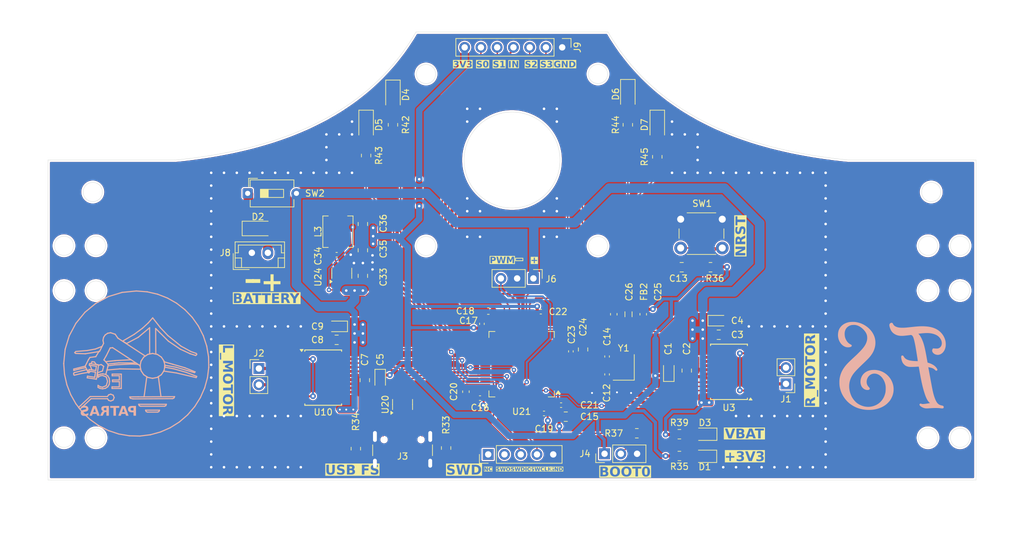
<source format=kicad_pcb>
(kicad_pcb (version 20241229) (generator "pcbnew") (generator_version "9.0")
  (layers (0 "F.Cu" signal) (2 "B.Cu" signal) (13 "F.Paste" user) (15 "B.Paste" user) (5 "F.SilkS" user "F.Silkscreen") (7 "B.SilkS" user "B.Silkscreen") (1 "F.Mask" user) (3 "B.Mask" user) (25 "Edge.Cuts" user))
  (net 0 "")
  (net 1 "GND")
  (net 2 "+3V3")
  (net 3 "VBAT")
  (net 5 "/HSE_IN")
  (net 6 "/NRST")
  (net 7 "/HSE_OUT")
  (net 8 "/VCAP_1")
  (net 9 "/VCAP_2")
  (net 10 "+3V3A")
  (net 11 "Net-(U24-SW)")
  (net 12 "Net-(U24-BST)")
  (net 13 "Net-(D1-A)")
  (net 14 "Net-(D3-A)")
  (net 15 "Net-(D4-A)")
  (net 16 "Net-(D5-A)")
  (net 17 "Net-(D6-A)")
  (net 18 "Net-(D7-A)")
  (net 19 "/Motor_OUT_1-")
  (net 20 "/Motor_OUT_1+")
  (net 21 "/Motor_OUT_2+")
  (net 22 "/Motor_OUT_2-")
  (net 23 "Net-(J3-CC1)")
  (net 24 "/D-")
  (net 25 "/D+")
  (net 26 "Net-(J3-CC2)")
  (net 29 "Net-(J4-Pin_2)")
  (net 30 "SWO")
  (net 31 "SWDIO")
  (net 33 "SWCLK")
  (net 34 "PWM_TURB")
  (net 35 "Net-(U21-BOOT0)")
  (net 36 "DEBUG_LED_1")
  (net 37 "DEBUG_LED_2")
  (net 38 "DEBUG_LED_3")
  (net 39 "DEBUG_LED_4")
  (net 40 "Motor_IN_1+")
  (net 41 "Motor_IN_1-")
  (net 42 "PWM_1")
  (net 43 "Motor_IN_2+")
  (net 44 "Motor_IN_2-")
  (net 45 "PWM_2")
  (net 46 "USB_D-")
  (net 47 "USB_D+")
  (net 48 "S0")
  (net 50 "BUTT_4")
  (net 52 "S3")
  (net 55 "BUTT_2")
  (net 57 "BUTT_3")
  (net 64 "S2")
  (net 68 "Multiplexer_Analog ")
  (net 75 "S1")
  (net 76 "BUTT_1")
  (net 80 "Net-(D2-K)")
  (net 81 "VBAT_IN_DIRECT")
  (footprint "Capacitor_SMD:C_0402_1005Metric_Pad0.74x0.62mm_HandSolder" (layer "F.Cu") (at 239.85 193.5 -90)
    (property "Reference" "C12")
    (property "Value" "20p")
  )
  (footprint "Resistor_SMD:R_0805_2012Metric" (layer "F.Cu") (at 251.15 202.844999 180)
    (property "Reference" "R39")
    (property "Value" "1K")
  )
  (footprint "Button_Switch_THT:SW_DIP_SPSTx01_Slide_6.7x4.1mm_W7.62mm_P2.54mm_LowProfile" (layer "F.Cu") (at 183.695 165.2125)
    (property "Reference" "SW2")
    (property "Value" "SW_SPST")
  )
  (footprint "Capacitor_SMD:C_0603_1608Metric" (layer "F.Cu") (at 240.9 184.1 90)
    (property "Reference" "C26")
    (property "Value" "1u")
  )
  (footprint "Diode_SMD:D_1206_3216Metric_Pad1.42x1.75mm_HandSolder" (layer "F.Cu") (at 185.3 170.7)
    (property "Reference" "D2")
    (property "Value" "D")
  )
  (footprint "LED_SMD:LED_0805_2012Metric_Pad1.15x1.40mm_HandSolder" (layer "F.Cu") (at 255.149999 202.844999 180)
    (property "Reference" "D3")
    (property "Value" "XL-2012UWC-A")
  )
  (footprint "Inductor_SMD:L_Sunlord_MWSA0402S" (layer "F.Cu") (at 197.8 171.2 90)
    (property "Reference" "L3")
    (property "Value" "4.7uH")
  )
  (footprint "Resistor_SMD:R_0805_2012Metric_Pad1.20x1.40mm_HandSolder" (layer "F.Cu") (at 214.7 205 90)
    (property "Reference" "R33")
    (property "Value" "5K1")
  )
  (footprint "Button_Switch_THT:SW_PUSH_6mm_H13mm" (layer "F.Cu") (at 251.35 169.25)
    (property "Reference" "SW1")
    (property "Value" "SW_Push")
  )
  (footprint "Capacitor_SMD:C_0603_1608Metric" (layer "F.Cu") (at 217.8 196.2 -90)
    (property "Reference" "C20")
    (property "Value" "2.2u")
  )
  (footprint "Connector_PinHeader_2.54mm:PinHeader_1x02_P2.54mm_Vertical" (layer "F.Cu") (at 267.8 194.975 180)
    (property "Reference" "J1")
    (property "Value" "PINHD_1x2_Male")
  )
  (footprint "Capacitor_SMD:C_0805_2012Metric" (layer "F.Cu") (at 201.7 174.1 -90)
    (property "Reference" "C35")
    (property "Value" "22u")
  )
  (footprint "Capacitor_SMD:C_0805_2012Metric" (layer "F.Cu") (at 252.3 192.9 90)
    (property "Reference" "C2")
    (property "Value" "100n")
  )
  (footprint "Capacitor_SMD:C_0402_1005Metric_Pad0.74x0.62mm_HandSolder" (layer "F.Cu") (at 232.6675 198.3)
    (property "Reference" "C21")
    (property "Value" "100n")
  )
  (footprint "Capacitor_SMD:C_0402_1005Metric_Pad0.74x0.62mm_HandSolder" (layer "F.Cu") (at 239.85 190.7 90)
    (property "Reference" "C14")
    (property "Value" "20p")
  )
  (footprint "Connector_USB:USB_C_Receptacle_GCT_USB4105-xx-A_16P_TopMnt_Horizontal" (layer "F.Cu") (at 207.9 206.3)
    (property "Reference" "J3")
    (property "Value" "USB_C_Receptacle_USB2.0_16P")
  )
  (footprint "Capacitor_SMD:C_0603_1608Metric" (layer "F.Cu") (at 221.3 183.6 180)
    (property "Reference" "C18")
    (property "Value" "2.2u")
  )
  (footprint "Capacitor_SMD:C_0402_1005Metric_Pad0.74x0.62mm_HandSolder" (layer "F.Cu") (at 220 197.2 180)
    (property "Reference" "C16")
    (property "Value" "100n")
  )
  (footprint "Resistor_SMD:R_0805_2012Metric_Pad1.20x1.40mm_HandSolder" (layer "F.Cu") (at 206.4 154.5 -90)
    (property "Reference" "R42")
    (property "Value" "40")
  )
  (footprint "Capacitor_SMD:C_0402_1005Metric_Pad0.74x0.62mm_HandSolder" (layer "F.Cu") (at 234.2 189.9 -90)
    (property "Reference" "C23")
    (property "Value" "100n")
  )
  (footprint "Package_QFP:LQFP-64_10x10mm_P0.5mm" (layer "F.Cu") (at 226.5 191.9 180)
    (property "Reference" "U21")
    (property "Value" "STM32F405RGTx")
  )
  (footprint "Capacitor_Tantalum_SMD:CP_EIA-1608-08_AVX-J_HandSolder" (layer "F.Cu") (at 204.4 194.3975 -90)
    (property "Reference" "C5")
    (property "Value" "10u")
  )
  (footprint "Capacitor_Tantalum_SMD:CP_EIA-1608-08_AVX-J_HandSolder" (layer "F.Cu") (at 257.3 185.1)
    (property "Reference" "C4")
    (property "Value" "10u")
  )
  (footprint "Connector_PinHeader_2.54mm:PinHeader_1x03_P2.54mm_Vertical" (layer "F.Cu") (at 239.46 205.9 90)
    (property "Reference" "J4")
    (property "Value" "Conn_01x03_Pin")
  )
  (footprint "Resistor_SMD:R_0805_2012Metric_Pad1.20x1.40mm_HandSolder" (layer "F.Cu") (at 202.2 159.3 -90)
    (property "Reference" "R43")
    (property "Value" "240")
  )
  (footprint "Capacitor_SMD:C_0402_1005Metric_Pad0.74x0.62mm_HandSolder" (layer "F.Cu") (at 220.3 185.6 90)
    (property "Reference" "C17")
    (property "Value" "100n")
  )
  (footprint "LED_SMD:LED_1206_3216Metric" (layer "F.Cu") (at 243.1 149.7 -90)
    (property "Reference" "D6")
    (property "Value" "XL-3216UBC")
  )
  (footprint "Package_TO_SOT_SMD:TSOT-23-6" (layer "F.Cu") (at 198.4 177.7 90)
    (property "Reference" "U24")
    (property "Value" "AP63203WU")
  )
  (footprint "Capacitor_Tantalum_SMD:CP_EIA-1608-08_AVX-J_HandSolder" (layer "F.Cu") (at 249.5 192.9 90)
    (property "Reference" "C1")
    (property "Value" "10u")
  )
  (footprint "Resistor_SMD:R_0805_2012Metric_Pad1.20x1.40mm_HandSolder" (layer "F.Cu") (at 244.5 202.7 180)
    (property "Reference" "R37")
    (property "Value" "5k1")
  )
  (footprint "Capacitor_SMD:C_0603_1608Metric" (layer "F.Cu") (at 245.5 184.1 -90)
    (property "Reference" "C25")
    (property "Value" "1u")
  )
  (footprint "Connector_PinHeader_2.54mm:PinHeader_1x05_P2.54mm_Vertical" (layer "F.Cu") (at 221.28 206 90)
    (property "Reference" "J5" (hide yes))
    (property "Value" "Conn_01x05_Pin")
  )
  (footprint "Connector_PinHeader_2.54mm:PinHeader_1x03_P2.54mm_Vertical" (layer "F.Cu") (at 228.34 178.5 -90)
    (property "Reference" "J6")
    (property "Value" "Conn_01x03_Socket")
  )
  (footprint "Resistor_SMD:R_0805_2012Metric_Pad1.20x1.40mm_HandSolder" (layer "F.Cu") (at 247.7 159.5 -90)
    (property "Reference" "R45")
    (property "Value" "240")
  )
  (footprint "Capacitor_SMD:C_0805_2012Metric_Pad1.18x1.45mm_HandSolder" (layer "F.Cu") (at 236.1 189.6 -90)
    (property "Reference" "C24")
    (property "Value" "10u")
  )
  (footprint "Capacitor_SMD:C_0402_1005Metric_Pad0.74x0.62mm_HandSolder" (layer "F.Cu") (at 229.5 183.7)
    (property "Reference" "C22")
    (property "Value" "100n")
  )
  (footprint "Resistor_SMD:R_0805_2012Metric_Pad1.20x1.40mm_HandSolder" (layer "F.Cu") (at 256.012501 176.75)
    (property "Reference" "R36")
    (property "Value" "5k1")
  )
  (footprint "Inductor_SMD:L_0805_2012Metric" (layer "F.Cu") (at 243.2 184.1 -90)
    (property "Reference" "FB2")
    (property "Value" "100 Ohms @ 100 MHz")
  )
  (footprint "Package_TO_SOT_SMD:SOT-23-6" (layer "F.Cu") (at 207.9 198.2 90)
    (property "Reference" "U20")
    (property "Value" "USBLC6-2SC6")
  )
  (footprint "LED_SMD:LED_0805_2012Metric_Pad1.15x1.40mm_HandSolder" (layer "F.Cu") (at 255.124999 206.3 180)
    (property "Reference" "D1")
    (property "Value" "XL-2012UWC-A")
  )
  (footprint "Capacitor_Tantalum_SMD:CP_EIA-1608-08_AVX-J_HandSolder" (layer "F.Cu") (at 197.6 186 180)
    (property "Reference" "C9")
    (property "Value" "10u")
  )
  (footprint "Resistor_SMD:R_0805_2012Metric" (layer "F.Cu") (at 251.149999 206.244999 180)
    (property "Reference" "R35")
    (property "Value" "60")
  )
  (footprint "Capacitor_SMD:C_0805_2012Metric" (layer "F.Cu") (at 201.7 170 90)
    (property "Reference" "C36")
    (property "Value" "22u")
  )
  (footprint "Crystal:Crystal_SMD_3225-4Pin_3.2x2.5mm" (layer "F.Cu") (at 242.45 192.4 90)
    (property "Reference" "Y1")
    (property "Value" "Crystal_GND24")
  )
  (footprint "Capacitor_SMD:C_0402_1005Metric_Pad0.74x0.62mm_HandSolder" (layer "F.Cu") (at 230 199.6 180)
    (property "Reference" "C19")
    (property "Value" "100n")
  )
  (footprint "Capacitor_SMD:C_0805_2012Metric_Pad1.18x1.45mm_HandSolder" (layer "F.Cu") (at 251.512501 176.75 180)
    (property "Reference" "C13")
    (property "Value" "100n")
  )
  (footprint "Connector_JST:JST_EH_B2B-EH-A_1x02_P2.50mm_Vertical" (layer "F.Cu") (at 184.35 174.5)
    (property "Reference" "J8")
    (property "Value" "JST_02")
  )
  (footprint "Capacitor_SMD:C_0805_2012Metric" (layer "F.Cu") (at 257.3 187.3)
    (property "Reference" "C3")
    (property "Value" "100n")
  )
  (footprint "Capacitor_SMD:C_0805_2012Metric" (layer "F.Cu") (at 197.6 188.1 180)
    (property "Reference" "C8")
    (property "Value" "100n")
  )
  (footprint "Capacitor_SMD:C_0805_2012Metric" (layer "F.Cu") (at 202 194.3975 -90)
    (property "Reference" "C7")
    (property "Value" "100n")
  )
  (footprint "Resistor_SMD:R_0805_2012Metric_Pad1.20x1.40mm_HandSolder" (layer "F.Cu") (at 200.6 205.1 90)
    (property "Reference" "R34")
    (property "Value" "5K1")
  )
  (footprint "LED_SMD:LED_1206_3216Metric" (layer "F.Cu") (at 206.4 149.8 -90)
    (property "Reference" "D4")
    (property "Value" "XL-3216UGC")
  )
  (footprint "Connector_PinHeader_2.54mm:PinHeader_1x02_P2.54mm_Vertical" (layer "F.Cu") (at 185.45 192.575)
    (property "Reference" "J2")
    (property "Value" "PINHD_1x2_Male")
  )
  (footprint "Resistor_SMD:R_0805_2012Metric_Pad1.20x1.40mm_HandSolder" (layer "F.Cu") (at 243.1 154.5 -90)
    (property "Reference" "R44")
    (property "Value" "40")
  )
  (footprint "Capacitor_SMD:C_0402_1005Metric_Pad0.74x0.62mm_HandSolder" (layer "F.Cu") (at 197.6 174.800001 180)
    (property "Reference" "C34")
    (property "Value" "100n")
  )
  (footprint "Package_SO:SSOP-24_5.3x8.2mm_P0.65mm" (layer "F.Cu") (at 195.5 194)
    (property "Reference" "U10")
    (property "Value" "TB6612FNG")
  )
  (footprint "Capacitor_SMD:C_0805_2012Metric_Pad1.18x1.45mm_HandSolder" (layer "F.Cu") (at 233.4 200.1)
    (property "Reference" "C15")
    (property "Value" "10u")
  )
  (footprint "LED_SMD:LED_1206_3216Metric" (layer "F.Cu") (at 247.7 154.5 -90)
    (property "Reference" "D7")
    (property "Value" "XL-3216UYC")
  )
  (footprint "Capacitor_SMD:C_0805_2012Metric" (layer "F.Cu") (at 201.7 178.1 90)
    (property "Reference" "C33")
    (property "Value" "10u")
  )
  (footprint "Connector_PinHeader_2.54mm:PinHeader_1x07_P2.54mm_Vertical" (layer "F.Cu") (at 232.84 142.4 -90)
    (property "Reference" "J9")
    (property "Value" "Conn_01x07_Pin")
  )
  (footprint "Package_SO:SSOP-24_5.3x8.2mm_P0.65mm" (layer "F.Cu") (at 258.9 193.1 180)
    (property "Reference" "U3")
    (property "Value" "TB6612FNG")
  )
  (footprint "LED_SMD:LED_1206_3216Metric" (layer "F.Cu") (at 202.2 154.5 -90)
    (property "Reference" "D5")
    (property "Value" "XL-3216SURC")
  )
  (gr_line (start 155.453282 195.12993) (end 155.082408 193.50003) (stroke (width 0.18)) (layer "B.SilkS"))
  (gr_line (start 160.313468 195.52872) (end 160.652709 195.69156) (stroke (width 0.18)) (layer "B.SilkS"))
  (gr_line (start 157.499821 198.91962) (end 157.277496 198.66024) (stroke (width 0.18)) (layer "B.SilkS"))
  (gr_line (start 161.51811 191.50485) (end 163.000439 191.34546) (stroke (width 0.18)) (layer "B.SilkS"))
  (gr_line (start 162.128787 194.57886) (end 162.055285 194.09373) (stroke (width 0.18)) (layer "B.SilkS"))
  (gr_line (start 162.279819 189.36591) (end 162.594779 189.32268) (stroke (width 0.18)) (layer "B.SilkS"))
  (gr_line (start 170.594967 191.51385) (end 171.998705 191.91249) (stroke (width 0.18)) (layer "B.SilkS"))
  (gr_line (start 158.862086 192.97977) (end 159.921977 193.14012) (stroke (width 0.18)) (layer "B.SilkS"))
  (gr_line (start 166.510413 191.92326) (end 166.23789 191.71638) (stroke (width 0.18)) (layer "B.SilkS"))
  (gr_line (start 174.689918 190.26132) (end 173.182301 189.56172) (stroke (width 0.18)) (layer "B.SilkS"))
  (gr_line (start 158.296488 192.23751) (end 158.57619 192.73677) (stroke (width 0.18)) (layer "B.SilkS"))
  (gr_line (start 171.21648 187.4172) (end 173.281324 189.08241) (stroke (width 0.18)) (layer "B.SilkS"))
  (gr_line (start 161.982613 197.55633) (end 161.791937 197.29539) (stroke (width 0.18)) (layer "B.SilkS"))
  (gr_line (start 170.721334 192.35913) (end 172.190894 192.63741) (stroke (width 0.18)) (layer "B.SilkS"))
  (gr_line (start 156.684643 190.09449) (end 156.84519 189.91518) (stroke (width 0.18)) (layer "B.SilkS"))
  (gr_line (start 162.996972 187.22295) (end 162.279819 186.98208) (stroke (width 0.18)) (layer "B.SilkS"))
  (gr_line (start 169.61876 180.96444) (end 171.161143 181.56414) (stroke (width 0.18)) (layer "B.SilkS"))
  (gr_line (start 162.678152 196.74267) (end 162.835632 197.12247) (stroke (width 0.18)) (layer "B.SilkS"))
  (gr_line (start 162.888019 192.00876) (end 165.566283 191.88222) (stroke (width 0.18)) (layer "B.SilkS"))
  (gr_line (start 168.156714 185.46192) (end 168.85691 184.6662) (stroke (width 0.18)) (layer "B.SilkS"))
  (gr_line (start 169.925343 199.08636) (end 167.745319 199.08636) (stroke (width 0.18)) (layer "B.SilkS"))
  (gr_line (start 161.538733 193.47894) (end 161.828992 192.37347) (stroke (width 0.18)) (layer "B.SilkS"))
  (gr_line (start 161.791937 197.29539) (end 159.235194 197.29539) (stroke (width 0.18)) (layer "B.SilkS"))
  (gr_line (start 156.860446 185.51454) (end 158.276428 183.78759) (stroke (width 0.18)) (layer "B.SilkS"))
  (gr_line (start 159.970104 190.72458) (end 159.049924 190.84809) (stroke (width 0.18)) (layer "B.SilkS"))
  (gr_line (start 175.037249 184.58496) (end 176.003629 185.94888) (stroke (width 0.18)) (layer "B.SilkS"))
  (gr_line (start 156.866328 198.10458) (end 156.052953 196.67232) (stroke (width 0.18)) (layer "B.SilkS"))
  (gr_line (start 157.765111 193.35057) (end 156.641283 193.61484) (stroke (width 0.18)) (layer "B.SilkS"))
  (gr_line (start 177.414757 194.01726) (end 176.977131 195.60516) (stroke (width 0.18)) (layer "B.SilkS"))
  (gr_line (start 163.551831 191.70348) (end 161.81811 191.88274) (stroke (width 0.18)) (layer "B.SilkS"))
  (gr_line (start 162.279819 186.98208) (end 161.814807 187.07541) (stroke (width 0.18)) (layer "B.SilkS"))
  (gr_line (start 158.335229 190.27188) (end 156.82644 190.22442) (stroke (width 0.18)) (layer "B.SilkS"))
  (gr_line (start 161.834778 193.72398) (end 161.48649 193.48875) (stroke (width 0.18)) (layer "B.SilkS"))
  (gr_line (start 168.506078 202.92594) (end 166.871567 203.12928) (stroke (width 0.18)) (layer "B.SilkS"))
  (gr_line (start 170.777591 192.16956) (end 170.624716 192.92679) (stroke (width 0.18)) (layer "B.SilkS"))
  (gr_line (start 163.645575 195.4458) (end 162.499692 195.4458) (stroke (width 0.18)) (layer "B.SilkS"))
  (gr_line (start 161.48649 195.66783) (end 161.834778 195.43374) (stroke (width 0.18)) (layer "B.SilkS"))
  (gr_line (start 159.379573 192.81828) (end 159.074339 192.10368) (stroke (width 0.18)) (layer "B.SilkS"))
  (gr_line (start 161.954934 202.2807) (end 160.437707 201.5148) (stroke (width 0.18)) (layer "B.SilkS"))
  (gr_line (start 156.82644 190.22442) (end 156.684643 190.10079) (stroke (width 0.18)) (layer "B.SilkS"))
  (gr_line (start 158.870828 193.26267) (end 159.118643 193.04619) (stroke (width 0.18)) (layer "B.SilkS"))
  (gr_line (start 160.652709 195.69156) (end 161.029644 195.74586) (stroke (width 0.18)) (layer "B.SilkS"))
  (gr_line (start 158.383681 192.44601) (end 157.318079 192.66807) (stroke (width 0.18)) (layer "B.SilkS"))
  (gr_line (start 166.759521 198.3885) (end 166.973355 198.47496) (stroke (width 0.18)) (layer "B.SilkS"))
  (gr_poly (pts (xy 284.292745 185.431899) (xy 284.280896 185.432496) (xy 284.269041 185.433591) (xy 284.257191 185.435182) (xy 284.245358 185.437267) (xy 284.233553 185.439842) (xy 284.221788 185.442906) (xy 284.198425 185.450489) (xy 284.175362 185.459994) (xy 284.152691 185.471401) (xy 284.130507 185.484688) (xy 284.108901 185.499836) (xy 284.087967 185.516824) (xy 284.067797 185.535631) (xy 284.048486 185.556236) (xy 284.029157 185.579801) (xy 284.012175 185.603703) (xy 283.997528 185.628193) (xy 283.985207 185.653525) (xy 283.9752 185.679954) (xy 283.967499 185.707731) (xy 283.962092 185.73711) (xy 283.958969 185.768344) (xy 283.95812 185.801686) (xy 283.959534 185.837391) (xy 283.963201 185.87571) (xy 283.969111 185.916897) (xy 283.977254 185.961205) (xy 283.987618 186.008888) (xy 284.000195 186.060198) (xy 284.014972 186.115389) (xy 284.046706 186.221481) (xy 284.081156 186.322264) (xy 284.118474 186.417925) (xy 284.158812 186.508653) (xy 284.202323 186.594638) (xy 284.24916 186.676068) (xy 284.299474 186.753131) (xy 284.353418 186.826016) (xy 284.411146 186.894911) (xy 284.472808 186.960006) (xy 284.538558 187.021488) (xy 284.608548 187.079547) (xy 284.682931 187.134371) (xy 284.761858 187.186149) (xy 284.845483 187.235069) (xy 284.933958 187.281319) (xy 284.99611 187.31055) (xy 285.059597 187.337399) (xy 285.124516 187.36188) (xy 285.190962 187.384011) (xy 285.259031 187.403806) (xy 285.328818 187.42128) (xy 285.400419 187.43645) (xy 285.473929 187.44933) (xy 285.549444 187.459937) (xy 285.62706 187.468285) (xy 285.706872 187.474391) (xy 285.788976 187.478269) (xy 285.873467 187.479935) (xy 285.960442 187.479406) (xy 286.049995 187.476695) (xy 286.142222 187.471819) (xy 286.257536 187.462879) (xy 286.413861 187.447924) (xy 286.783396 187.407658) (xy 287.118535 187.366399) (xy 287.231865 187.350204) (xy 287.286986 187.339527) (xy 287.291494 187.338224) (xy 287.296403 187.337283) (xy 287.307336 187.336455) (xy 287.319608 187.33697) (xy 287.33304 187.338756) (xy 287.347454 187.341741) (xy 287.362671 187.345853) (xy 287.378514 187.351019) (xy 287.394804 187.357167) (xy 287.411362 187.364224) (xy 287.428011 187.372119) (xy 287.444572 187.380778) (xy 287.460867 187.39013) (xy 287.476717 187.400102) (xy 287.491945 187.410621) (xy 287.506372 187.421616) (xy 287.51982 187.433014) (xy 287.552635 187.466048) (xy 287.584405 187.505378) (xy 287.615321 187.551639) (xy 287.645579 187.605462) (xy 287.675372 187.667481) (xy 287.704893 187.738329) (xy 287.734337 187.818639) (xy 287.763897 187.909043) (xy 287.824142 188.12267) (xy 287.887177 188.384274) (xy 287.954552 188.698918) (xy 288.027819 189.071667) (xy 288.11797 189.594219) (xy 288.242352 190.357542) (xy 288.352513 191.06001) (xy 288.4 191.4) (xy 288.399615 191.404674) (xy 288.398246 191.408788) (xy 288.39557 191.41236) (xy 288.391263 191.415406) (xy 288.385003 191.417947) (xy 288.376466 191.419999) (xy 288.365331 191.42158) (xy 288.351272 191.42271) (xy 288.313097 191.423685) (xy 288.259357 191.423068) (xy 288.187468 191.421005) (xy 288.094847 191.417639) (xy 287.894074 191.407783) (xy 287.707401 191.394605) (xy 287.534211 191.377882) (xy 287.373885 191.357391) (xy 287.225807 191.332911) (xy 287.156167 191.319105) (xy 287.089358 191.304219) (xy 287.025302 191.288225) (xy 286.963922 191.271094) (xy 286.90514 191.252799) (xy 286.84888 191.233312) (xy 286.795064 191.212606) (xy 286.743616 191.190653) (xy 286.694457 191.167424) (xy 286.647511 191.142892) (xy 286.6027 191.11703) (xy 286.559948 191.08981) (xy 286.519177 191.061203) (xy 286.48031 191.031182) (xy 286.44327 190.999719) (xy 286.407979 190.966787) (xy 286.374361 190.932358) (xy 286.342337 190.896403) (xy 286.311832 190.858896) (xy 286.282768 190.819807) (xy 286.255067 190.779111) (xy 286.228652 190.736778) (xy 286.212241 190.70931) (xy 286.196658 190.684382) (xy 286.181783 190.661887) (xy 286.167495 190.641721) (xy 286.153672 190.623777) (xy 286.140193 190.607949) (xy 286.133544 190.600795) (xy 286.126936 190.594131) (xy 286.120353 190.587943) (xy 286.113779 190.582217) (xy 286.107201 190.576942) (xy 286.100602 190.572102) (xy 286.093968 190.567686) (xy 286.087283 190.563679) (xy 286.080532 190.56007) (xy 286.0737 190.556843) (xy 286.066772 190.553987) (xy 286.059733 190.551487) (xy 286.052567 190.549331) (xy 286.045259 190.547506) (xy 286.037794 190.545998) (xy 286.030157 190.544793) (xy 286.022332 190.54388) (xy 286.014305 190.543244) (xy 285.997583 190.54275) (xy 285.981575 190.543024) (xy 285.966588 190.543863) (xy 285.952566 190.545297) (xy 285.945901 190.546245) (xy 285.939457 190.547353) (xy 285.933228 190.548624) (xy 285.927206 190.55006) (xy 285.921385 190.551667) (xy 285.915758 190.553447) (xy 285.910319 190.555405) (xy 285.90506 190.557542) (xy 285.899975 190.559864) (xy 285.895057 190.562374) (xy 285.890299 190.565074) (xy 285.885694 190.56797) (xy 285.881236 190.571063) (xy 285.876918 190.574359) (xy 285.872733 190.57786) (xy 285.868675 190.58157) (xy 285.864736 190.585492) (xy 285.860909 190.589631) (xy 285.857189 190.593989) (xy 285.853567 190.598571) (xy 285.850038 190.603379) (xy 285.846595 190.608417) (xy 285.84323 190.613689) (xy 285.839938 190.619199) (xy 285.833541 190.630945) (xy 285.826214 190.647413) (xy 285.820089 190.666301) (xy 285.811331 190.710809) (xy 285.807043 190.76341) (xy 285.807 190.823043) (xy 285.810978 190.888651) (xy 285.818752 190.959173) (xy 285.830096 191.03355) (xy 285.844786 191.110722) (xy 285.862598 191.189631) (xy 285.883306 191.269217) (xy 285.906686 191.348421) (xy 285.932512 191.426183) (xy 285.960561 191.501444) (xy 285.990607 191.573144) (xy 286.022426 191.640224) (xy 286.055792 191.701626) (xy 286.062761 191.712849) (xy 286.071033 191.725269) (xy 286.091069 191.753191) (xy 286.115075 191.78438) (xy 286.142222 191.817821) (xy 286.171685 191.852503) (xy 286.202635 191.887412) (xy 286.234248 191.921536) (xy 286.265695 191.953861) (xy 286.298435 191.985839) (xy 286.330666 192.015711) (xy 286.362623 192.043604) (xy 286.394541 192.069644) (xy 286.426656 192.093958) (xy 286.459202 192.116673) (xy 286.492415 192.137915) (xy 286.526529 192.157811) (xy 286.561781 192.176487) (xy 286.598404 192.194071) (xy 286.636635 192.210688) (xy 286.676708 192.226465) (xy 286.718858 192.241529) (xy 286.763321 192.256007) (xy 286.810331 192.270024) (xy 286.860125 192.283709) (xy 286.915859 192.298416) (xy 286.965021 192.309754) (xy 287.013108 192.318156) (xy 287.065618 192.324057) (xy 287.12805 192.327892) (xy 287.205902 192.330093) (xy 287.304673 192.331095) (xy 287.429861 192.331333) (xy 287.607049 192.329762) (xy 287.795647 192.32538) (xy 287.973332 192.318683) (xy 288.051105 192.314621) (xy 288.117778 192.310167) (xy 288.236537 192.301347) (xy 288.344217 192.293851) (xy 288.429077 192.288338) (xy 288.479375 192.285472) (xy 288.548167 192.280181) (xy 288.569333 192.403653) (xy 288.695751 193.12548) (xy 288.808754 193.747157) (xy 288.911793 194.284623) (xy 289.008321 194.753814) (xy 289.10179 195.170667) (xy 289.195652 195.55112) (xy 289.293358 195.911108) (xy 289.398361 196.26657) (xy 289.467428 196.483845) (xy 289.535834 196.684832) (xy 289.603744 196.869943) (xy 289.671323 197.039594) (xy 289.70504 197.11875) (xy 289.738736 197.194196) (xy 289.772433 197.265983) (xy 289.80615 197.334163) (xy 289.839908 197.398788) (xy 289.873729 197.45991) (xy 289.907632 197.517579) (xy 289.941639 197.571848) (xy 289.960654 197.600078) (xy 289.981147 197.629012) (xy 290.00286 197.658366) (xy 290.025534 197.687851) (xy 290.04891 197.717181) (xy 290.072732 197.74607) (xy 290.096739 197.774229) (xy 290.120674 197.801374) (xy 290.144278 197.827216) (xy 290.167293 197.851469) (xy 290.18946 197.873846) (xy 290.210522 197.89406) (xy 290.230219 197.911826) (xy 290.248294 197.926854) (xy 290.264487 197.93886) (xy 290.278542 197.947556) (xy 290.282094 197.949539) (xy 290.285466 197.951515) (xy 290.288642 197.953475) (xy 290.291605 197.955411) (xy 290.294342 197.957317) (xy 290.296835 197.959183) (xy 290.297986 197.9601) (xy 290.29907 197.961004) (xy 290.300086 197.961894) (xy 290.301031 197.96277) (xy 290.301904 197.96363) (xy 290.302703 197.964474) (xy 290.303425 197.9653) (xy 290.30407 197.966108) (xy 290.304634 197.966896) (xy 290.305116 197.967665) (xy 290.305515 197.968411) (xy 290.305827 197.969136) (xy 290.306051 197.969837) (xy 290.306186 197.970514) (xy 290.306229 197.971166) (xy 290.306178 197.971792) (xy 290.306032 197.97239) (xy 290.305788 197.972961) (xy 290.305445 197.973502) (xy 290.305 197.974013) (xy 290.291426 197.979088) (xy 290.261974 197.986168) (xy 290.163531 198.005102) (xy 289.86513 198.053389) (xy 289.539279 198.09903) (xy 289.406522 198.114657) (xy 289.315458 198.122181) (xy 289.254983 198.124875) (xy 289.228588 198.125723) (xy 289.204388 198.126205) (xy 289.182111 198.126293) (xy 289.161483 198.125964) (xy 289.142229 198.125189) (xy 289.124076 198.123945) (xy 289.10675 198.122204) (xy 289.089977 198.119941) (xy 289.073482 198.117131) (xy 289.056993 198.113747) (xy 289.040236 198.109764) (xy 289.022935 198.105155) (xy 289.004818 198.099895) (xy 288.985611 198.093958) (xy 288.956518 198.085299) (xy 288.929973 198.077846) (xy 288.905794 198.071607) (xy 288.883802 198.066591) (xy 288.873568 198.064543) (xy 288.863814 198.062804) (xy 288.854516 198.061375) (xy 288.845651 198.060255) (xy 288.837196 198.059447) (xy 288.829131 198.058952) (xy 288.82143 198.05877) (xy 288.814073 198.058901) (xy 288.807036 198.059349) (xy 288.800297 198.060112) (xy 288.793833 198.061193) (xy 288.787621 198.062591) (xy 288.78164 198.064309) (xy 288.775866 198.066347) (xy 288.770277 198.068706) (xy 288.764849 198.071386) (xy 288.759562 198.07439) (xy 288.754391 198.077718) (xy 288.749314 198.081371) (xy 288.74431 198.085349) (xy 288.739354 198.089655) (xy 288.734425 198.094288) (xy 288.7295 198.09925) (xy 288.724556 198.104542) (xy 288.708311 198.123553) (xy 288.701156 198.132949) (xy 288.694649 198.142286) (xy 288.688791 198.151577) (xy 288.683585 198.160833) (xy 288.679034 198.170066) (xy 288.675139 198.179287) (xy 288.671903 198.188508) (xy 288.669328 198.19774) (xy 288.667417 198.206996) (xy 288.666171 198.216287) (xy 288.665594 198.225625) (xy 288.665686 198.23502) (xy 288.666451 198.244485) (xy 288.66789 198.254032) (xy 288.670007 198.263671) (xy 288.672803 198.273416) (xy 288.67628 198.283276) (xy 288.680441 198.293265) (xy 288.685288 198.303393) (xy 288.690823 198.313672) (xy 288.697049 198.324114) (xy 288.703968 198.33473) (xy 288.711581 198.345532) (xy 288.719892 198.356532) (xy 288.738615 198.379172) (xy 288.760154 198.402741) (xy 288.784528 198.427334) (xy 288.809176 198.450064) (xy 288.83545 198.472582) (xy 288.863279 198.494841) (xy 288.892594 198.516796) (xy 288.923324 198.5384) (xy 288.955401 198.559605) (xy 288.988754 198.580366) (xy 289.023314 198.600636) (xy 289.059011 198.620369) (xy 289.095775 198.639518) (xy 289.133536 198.658036) (xy 289.172225 198.675877) (xy 289.211772 198.692995) (xy 289.252106 198.709343) (xy 289.293159 198.724874) (xy 289.334861 198.739542) (xy 289.423603 198.767113) (xy 289.46681 198.778303) (xy 289.51034 198.787801) (xy 289.555018 198.795635) (xy 289.601666 198.801833) (xy 289.651111 198.806424) (xy 289.704175 198.809436) (xy 289.761684 198.810898) (xy 289.824461 198.810838) (xy 289.969117 198.806266) (xy 290.144737 198.795948) (xy 290.357917 198.780111) (xy 290.580608 198.765225) (xy 290.804291 198.754948) (xy 291.025163 198.749261) (xy 291.23942 198.748141) (xy 291.44326 198.751569) (xy 291.632878 198.759523) (xy 291.804471 198.771984) (xy 291.954236 198.78893) (xy 291.998932 198.794759) (xy 292.041101 198.799676) (xy 292.080779 198.803678) (xy 292.118002 198.806762) (xy 292.152807 198.808927) (xy 292.18523 198.81017) (xy 292.215306 198.810487) (xy 292.243073 198.809877) (xy 292.268566 198.808336) (xy 292.291821 198.805863) (xy 292.312875 198.802455) (xy 292.331763 198.798108) (xy 292.340407 198.795583) (xy 292.348523 198.792821) (xy 292.356116 198.789824) (xy 292.36319 198.786591) (xy 292.369749 198.783122) (xy 292.3758 198.779415) (xy 292.381345 198.775472) (xy 292.386389 198.771291) (xy 292.395159 198.762885) (xy 292.403281 198.753902) (xy 292.41076 198.744383) (xy 292.417598 198.73437) (xy 292.423799 198.723907) (xy 292.429367 198.713035) (xy 292.434305 198.701797) (xy 292.438617 198.690235) (xy 292.442306 198.678392) (xy 292.445375 198.666309) (xy 292.44783 198.654029) (xy 292.449672 198.641594) (xy 292.450906 198.629047) (xy 292.451534 198.61643) (xy 292.451562 198.603785) (xy 292.450991 198.591154) (xy 292.449827 198.578581) (xy 292.448071 198.566106) (xy 292.445729 198.553773) (xy 292.442802 198.541624) (xy 292.439296 198.529701) (xy 292.435213 198.518047) (xy 292.430557 198.506703) (xy 292.425332 198.495712) (xy 292.419541 198.485116) (xy 292.413188 198.474958) (xy 292.406276 198.46528) (xy 292.398808 198.456124) (xy 292.390789 198.447533) (xy 292.382222 198.439549) (xy 292.373111 198.432213) (xy 292.363458 198.42557) (xy 292.342726 198.413519) (xy 292.322283 198.403246) (xy 292.299276 198.393882) (xy 292.270854 198.38456) (xy 292.234164 198.37441) (xy 292.186353 198.362566) (xy 292.045958 198.33032) (xy 291.954498 198.306394) (xy 291.867747 198.275998) (xy 291.785373 198.238698) (xy 291.707044 198.194059) (xy 291.632424 198.141649) (xy 291.561182 198.081033) (xy 291.492983 198.011776) (xy 291.427495 197.933445) (xy 291.364384 197.845605) (xy 291.303316 197.747823) (xy 291.243959 197.639664) (xy 291.18598 197.520695) (xy 291.129044 197.390481) (xy 291.072819 197.248587) (xy 291.016971 197.094581) (xy 290.961167 196.928028) (xy 290.903823 196.744425) (xy 290.849353 196.551934) (xy 290.795502 196.340343) (xy 290.740019 196.099441) (xy 290.68065 195.819017) (xy 290.615141 195.48886) (xy 290.456694 194.638499) (xy 290.174472 193.100389) (xy 290.049236 192.419527) (xy 290.040417 192.364847) (xy 290.264431 192.414236) (xy 290.339755 192.430697) (xy 290.409872 192.447119) (xy 290.475158 192.463671) (xy 290.535987 192.48052) (xy 290.592733 192.497833) (xy 290.645772 192.51578) (xy 290.695477 192.534528) (xy 290.742224 192.554245) (xy 290.786387 192.575098) (xy 290.828341 192.597257) (xy 290.86846 192.620888) (xy 290.90712 192.64616) (xy 290.944694 192.67324) (xy 290.981558 192.702297) (xy 291.018086 192.733499) (xy 291.054653 192.767013) (xy 291.080002 192.79065) (xy 291.105309 192.813564) (xy 291.129873 192.835195) (xy 291.15299 192.854988) (xy 291.173956 192.872382) (xy 291.192071 192.886821) (xy 291.20663 192.897745) (xy 291.212356 192.901716) (xy 291.216931 192.904598) (xy 291.230196 192.910655) (xy 291.243516 192.915602) (xy 291.250188 192.91766) (xy 291.256862 192.919442) (xy 291.263536 192.920949) (xy 291.270205 192.922182) (xy 291.276867 192.92314) (xy 291.283518 192.923826) (xy 291.290153 192.924239) (xy 291.296771 192.924379) (xy 291.303366 192.924249) (xy 291.309936 192.923848) (xy 291.316476 192.923177) (xy 291.322984 192.922236) (xy 291.329456 192.921027) (xy 291.335888 192.91955) (xy 291.342277 192.917805) (xy 291.348619 192.915794) (xy 291.354911 192.913516) (xy 291.361149 192.910973) (xy 291.367329 192.908166) (xy 291.373448 192.905093) (xy 291.385489 192.898159) (xy 291.397243 192.890176) (xy 291.408682 192.881149) (xy 291.419778 192.871084) (xy 291.427907 192.862528) (xy 291.435122 192.854644) (xy 291.441459 192.847318) (xy 291.446953 192.840436) (xy 291.451641 192.833885) (xy 291.455558 192.827551) (xy 291.45724 192.82443) (xy 291.458743 192.821321) (xy 291.460071 192.818209) (xy 291.461229 192.81508) (xy 291.462222 192.81192) (xy 291.463054 192.808715) (xy 291.46373 192.805451) (xy 291.464254 192.802113) (xy 291.464631 192.798687) (xy 291.464865 192.795159) (xy 291.464922 192.787739) (xy 291.464463 192.779742) (xy 291.463524 192.771051) (xy 291.46214 192.761555) (xy 291.460347 192.751138) (xy 291.456525 192.73323) (xy 291.451369 192.714596) (xy 291.43722 192.675343) (xy 291.41823 192.63377) (xy 291.394725 192.590266) (xy 291.367035 192.545223) (xy 291.335487 192.49903) (xy 291.300409 192.452077) (xy 291.26213 192.404755) (xy 291.220978 192.357453) (xy 291.177281 192.310563) (xy 291.131367 192.264473) (xy 291.083564 192.219574) (xy 291.0342 192.176257) (xy 290.983605 192.134911) (xy 290.932104 192.095927) (xy 290.880028 192.059695) (xy 290.842136 192.035135) (xy 290.802034 192.010478) (xy 290.716124 191.961302) (xy 290.624136 191.913037) (xy 290.527911 191.866549) (xy 290.429289 191.822707) (xy 290.330108 191.782378) (xy 290.232209 191.746432) (xy 290.13743 191.715736) (xy 289.988382 191.669655) (xy 289.94197 191.654965) (xy 289.928975 191.650648) (xy 289.924 191.648709) (xy 289.812875 191.019) (xy 289.735963 190.590978) (xy 289.66457 190.209899) (xy 289.597601 189.870946) (xy 289.53396 189.569304) (xy 289.472551 189.300156) (xy 289.412279 189.058686) (xy 289.352049 188.840077) (xy 289.290764 188.639514) (xy 289.253287 188.526525) (xy 289.214355 188.415913) (xy 289.174085 188.307906) (xy 289.132593 188.202731) (xy 289.089994 188.100615) (xy 289.046407 188.001785) (xy 289.001946 187.90647) (xy 288.956727 187.814896) (xy 288.910868 187.72729) (xy 288.864485 187.643881) (xy 288.817693 187.564896) (xy 288.77061 187.490561) (xy 288.72335 187.421104) (xy 288.676031 187.356753) (xy 288.628769 187.297735) (xy 288.581681 187.244278) (xy 288.489958 187.143736) (xy 288.733375 187.115514) (xy 289.009472 187.084908) (xy 289.261384 187.061826) (xy 289.491716 187.046185) (xy 289.703073 187.037903) (xy 289.898058 187.036897) (xy 289.990226 187.039096) (xy 290.079277 187.043084) (xy 290.165538 187.04885) (xy 290.249334 187.056382) (xy 290.330991 187.065672) (xy 290.410833 187.076708) (xy 290.489713 187.089766) (xy 290.567527 187.104438) (xy 290.644156 187.120686) (xy 290.719486 187.138472) (xy 290.7934 187.157756) (xy 290.865782 187.178501) (xy 290.936516 187.200666) (xy 291.005484 187.224213) (xy 291.072572 187.249105) (xy 291.137662 187.275301) (xy 291.200639 187.302763) (xy 291.261386 187.331452) (xy 291.319787 187.36133) (xy 291.375725 187.392358) (xy 291.429085 187.424497) (xy 291.47975 187.457708) (xy 291.526731 187.491041) (xy 291.572991 187.526762) (xy 291.618389 187.564694) (xy 291.662781 187.604662) (xy 291.706026 187.646491) (xy 291.747982 187.690004) (xy 291.788506 187.735027) (xy 291.827457 187.781382) (xy 291.864692 187.828895) (xy 291.900069 187.87739) (xy 291.933446 187.926691) (xy 291.964682 187.976623) (xy 291.993633 188.027009) (xy 292.020158 188.077674) (xy 292.044115 188.128443) (xy 292.065361 188.179139) (xy 292.082582 188.225137) (xy 292.097876 188.27115) (xy 292.111258 188.317121) (xy 292.122743 188.362993) (xy 292.132347 188.408709) (xy 292.140085 188.454211) (xy 292.145974 188.499443) (xy 292.150028 188.544347) (xy 292.152263 188.588865) (xy 292.152694 188.632942) (xy 292.151338 188.676519) (xy 292.148209 188.71954) (xy 292.143323 188.761947) (xy 292.136695 188.803683) (xy 292.128342 188.844692) (xy 292.118278 188.884915) (xy 292.106519 188.924296) (xy 292.09308 188.962777) (xy 292.077978 189.000302) (xy 292.061227 189.036813) (xy 292.042843 189.072252) (xy 292.022842 189.106564) (xy 292.001238 189.139691) (xy 291.978049 189.171574) (xy 291.953288 189.202159) (xy 291.926972 189.231386) (xy 291.899115 189.259199) (xy 291.869735 189.285542) (xy 291.838845 189.310356) (xy 291.806462 189.333584) (xy 291.772601 189.35517) (xy 291.737278 189.375056) (xy 291.703325 189.392221) (xy 291.670457 189.407374) (xy 291.637982 189.420568) (xy 291.605207 189.431858) (xy 291.571439 189.441298) (xy 291.535988 189.448943) (xy 291.498159 189.454845) (xy 291.45726 189.459061) (xy 291.4126 189.461643) (xy 291.363485 189.462647) (xy 291.309223 189.462126) (xy 291.249121 189.460135) (xy 291.10863 189.45196) (xy 290.936472 189.438555) (xy 290.798889 189.426209) (xy 290.745972 189.484417) (xy 290.733371 189.499169) (xy 290.721395 189.515537) (xy 290.710091 189.533356) (xy 290.699505 189.552465) (xy 290.689684 189.5727) (xy 290.680674 189.593899) (xy 290.672522 189.615899) (xy 290.665274 189.638537) (xy 290.658978 189.661651) (xy 290.653678 189.685077) (xy 290.649423 189.708653) (xy 290.646257 189.732216) (xy 290.644229 189.755603) (xy 290.643384 189.778652) (xy 290.643769 189.8012) (xy 290.64543 189.823084) (xy 290.65132 189.860018) (xy 290.659991 189.896367) (xy 290.671342 189.932073) (xy 290.68527 189.967079) (xy 290.701673 190.001326) (xy 290.720449 190.034757) (xy 290.741497 190.067314) (xy 290.764713 190.09894) (xy 290.789997 190.129575) (xy 290.817246 190.159164) (xy 290.846358 190.187647) (xy 290.87723 190.214967) (xy 290.94385 190.265887) (xy 291.016288 190.311461) (xy 291.093729 190.351226) (xy 291.175355 190.38472) (xy 291.260351 190.411481) (xy 291.347899 190.431047) (xy 291.437184 190.442953) (xy 291.482222 190.44589) (xy 291.527389 190.446739) (xy 291.572581 190.445442) (xy 291.617697 190.441941) (xy 291.662634 190.436179) (xy 291.707292 190.428097) (xy 291.756369 190.416549) (xy 291.804691 190.402765) (xy 291.898949 190.368646) (xy 291.989817 190.326046) (xy 292.077047 190.275273) (xy 292.160391 190.216635) (xy 292.2396 190.15044) (xy 292.314428 190.076994) (xy 292.384625 189.996606) (xy 292.449944 189.909583) (xy 292.510137 189.816231) (xy 292.564955 189.716859) (xy 292.614151 189.611775) (xy 292.657477 189.501285) (xy 292.694684 189.385698) (xy 292.725524 189.265319) (xy 292.74975 189.140459) (xy 292.756119 189.096281) (xy 292.761346 189.048726) (xy 292.765447 188.998262) (xy 292.768436 188.945356) (xy 292.771144 188.83409) (xy 292.769594 188.718669) (xy 292.763909 188.602834) (xy 292.754215 188.490328) (xy 292.740634 188.38489) (xy 292.732425 188.335992) (xy 292.723292 188.290264) (xy 292.691437 188.159698) (xy 292.653497 188.031379) (xy 292.609589 187.905489) (xy 292.559829 187.782209) (xy 292.504332 187.661719) (xy 292.443216 187.544201) (xy 292.376596 187.429835) (xy 292.304589 187.318802) (xy 292.22731 187.211284) (xy 292.144877 187.107459) (xy 292.057406 187.007511) (xy 291.965012 186.911619) (xy 291.867813 186.819965) (xy 291.765924 186.732729) (xy 291.659461 186.650092) (xy 291.548542 186.572236) (xy 291.443023 186.504886) (xy 291.33344 186.441722) (xy 291.219697 186.382712) (xy 291.101699 186.327827) (xy 290.979349 186.277034) (xy 290.852553 186.230303) (xy 290.721214 186.187603) (xy 290.585238 186.148903) (xy 290.444528 186.114171) (xy 290.298988 186.083377) (xy 290.148524 186.05649) (xy 289.99304 186.033478) (xy 289.832439 186.014311) (xy 289.666627 185.998958) (xy 289.495508 185.987388) (xy 289.318986 185.97957) (xy 289.125224 185.975928) (xy 288.926769 185.977227) (xy 288.716449 185.983941) (xy 288.487092 185.996547) (xy 288.231525 186.015519) (xy 287.942574 186.041333) (xy 287.235833 186.115389) (xy 286.98688 186.142629) (xy 286.783093 186.163979) (xy 286.615561 186.18016) (xy 286.475377 186.191898) (xy 286.35363 186.199914) (xy 286.241413 186.204934) (xy 286.129816 186.20768) (xy 286.009931 186.208875) (xy 285.918237 186.208206) (xy 285.830848 186.206167) (xy 285.74752 186.202713) (xy 285.668012 186.197796) (xy 285.592079 186.19137) (xy 285.51948 186.183388) (xy 285.449971 186.173805) (xy 285.383309 186.162573) (xy 285.319252 186.149646) (xy 285.257556 186.134978) (xy 285.197979 186.118521) (xy 285.140278 186.10023) (xy 285.08421 186.080058) (xy 285.029532 186.057959) (xy 284.976001 186.033885) (xy 284.923374 186.007791) (xy 284.889503 185.989423) (xy 284.857291 185.97065) (xy 284.82666 185.951395) (xy 284.797532 185.931586) (xy 284.769831 185.911146) (xy 284.743479 185.89) (xy 284.718398 185.868074) (xy 284.69451 185.845293) (xy 284.671739 185.821582) (xy 284.650007 185.796865) (xy 284.629235 185.771069) (xy 284.609348 185.744118) (xy 284.590266 185.715936) (xy 284.571913 185.68645) (xy 284.554211 185.655584) (xy 284.537083 185.623264) (xy 284.52682 185.602681) (xy 284.517153 185.583866) (xy 284.508019 185.566725) (xy 284.499352 185.551165) (xy 284.491089 185.537093) (xy 284.483164 185.524417) (xy 284.475513 185.513043) (xy 284.468071 185.502878) (xy 284.464408 185.49822) (xy 284.460774 185.49383) (xy 284.457159 185.489695) (xy 284.453557 185.485804) (xy 284.449958 185.482146) (xy 284.446355 185.478709) (xy 284.44274 185.475481) (xy 284.439105 185.472451) (xy 284.435441 185.469607) (xy 284.43174 185.466938) (xy 284.427995 185.464431) (xy 284.424198 185.462075) (xy 284.420339 185.459859) (xy 284.416412 185.45777) (xy 284.408319 185.453931) (xy 284.397175 185.449398) (xy 284.385907 185.44539) (xy 284.374529 185.441904) (xy 284.363051 185.438938) (xy 284.351485 185.436488) (xy 284.339843 185.434552) (xy 284.328136 185.433128) (xy 284.316377 185.432213) (xy 284.304576 185.431804)) (fill yes) (layer "B.SilkS"))
  (gr_line (start 158.667015 193.77519) (end 158.62867 194.0286) (stroke (width 0.18)) (layer "B.SilkS"))
  (gr_line (start 161.19907 192.23751) (end 161.007623 192.96624) (stroke (width 0.18)) (layer "B.SilkS"))
  (gr_line (start 167.988857 180.59358) (end 169.61876 180.96444) (stroke (width 0.18)) (layer "B.SilkS"))
  (gr_line (start 168.832244 190.22421) (end 169.58946 190.37709) (stroke (width 0.18)) (layer "B.SilkS"))
  (gr_line (start 173.281324 189.08241) (end 174.825855 189.92442) (stroke (width 0.18)) (layer "B.SilkS"))
  (gr_line (start 161.602587 193.89735) (end 161.807639 194.57886) (stroke (width 0.18)) (layer "B.SilkS"))
  (gr_line (start 161.48649 193.48875) (end 161.029644 193.41036) (stroke (width 0.18)) (layer "B.SilkS"))
  (gr_line (start 162.573572 194.37381) (end 162.573572 194.63013) (stroke (width 0.18)) (layer "B.SilkS"))
  (gr_line (start 167.456675 190.794) (end 168.087791 190.37229) (stroke (width 0.18)) (layer "B.SilkS"))
  (gr_line (start 168.832242 190.22421) (end 168.832244 190.22421) (stroke (width 0.18)) (layer "B.SilkS"))
  (gr_line (start 154.955429 191.80521) (end 155.175311 189.58281) (stroke (width 0.18)) (layer "B.SilkS"))
  (gr_line (start 170.059254 186.19374) (end 171.21648 187.4172) (stroke (width 0.18)) (layer "B.SilkS"))
  (gr_line (start 168.85691 184.6662) (end 170.059254 186.19374) (stroke (width 0.18)) (layer "B.SilkS"))
  (gr_line (start 158.900431 192.72633) (end 158.862086 192.97977) (stroke (width 0.18)) (layer "B.SilkS"))
  (gr_line (start 159.960322 192.88671) (end 158.900431 192.72633) (stroke (width 0.18)) (layer "B.SilkS"))
  (gr_line (start 162.594779 189.32268) (end 166.920216 192.15483) (stroke (width 0.18)) (layer "B.SilkS"))
  (gr_line (start 167.03977 192.92679) (end 166.886895 192.16956) (stroke (width 0.18)) (layer "B.SilkS"))
  (gr_line (start 160.062727 194.24559) (end 160.399485 192.01995) (stroke (width 0.18)) (layer "B.SilkS"))
  (gr_line (start 163.715892 192.63867) (end 161.705852 192.81111) (stroke (width 0.18)) (layer "B.SilkS"))
  (gr_line (start 172.263817 196.97484) (end 166.591206 197.01018) (stroke (width 0.18)) (layer "B.SilkS"))
  (gr_line (start 158.62867 194.0286) (end 160.062727 194.24559) (stroke (width 0.18)) (layer "B.SilkS"))
  (gr_line (start 162.298346 196.5852) (end 162.678152 196.74267) (stroke (width 0.18)) (layer "B.SilkS"))
  (gr_line (start 166.294027 180.46659) (end 167.988857 180.59358) (stroke (width 0.18)) (layer "B.SilkS"))
  (gr_line (start 163.645575 193.70739) (end 163.645575 194.37381) (stroke (width 0.18)) (layer "B.SilkS"))
  (gr_line (start 169.622733 199.38897) (end 169.836568 199.3002) (stroke (width 0.18)) (layer "B.SilkS"))
  (gr_line (start 162.835632 197.12247) (end 162.678152 197.5023) (stroke (width 0.18)) (layer "B.SilkS"))
  (gr_line (start 157.878309 199.40415) (end 156.866328 198.10458) (stroke (width 0.18)) (layer "B.SilkS"))
  (gr_line (start 166.23789 191.71638) (end 163.551831 191.70348) (stroke (width 0.18)) (layer "B.SilkS"))
  (gr_line (start 170.624716 192.92679) (end 170.207811 193.54515) (stroke (width 0.18)) (layer "B.SilkS"))
  (gr_line (start 175.724098 190.2918) (end 175.730543 190.39725) (stroke (width 0.18)) (layer "B.SilkS"))
  (gr_line (start 159.747779 191.55201) (end 160.014879 191.92023) (stroke (width 0.18)) (layer "B.SilkS"))
  (gr_line (start 170.691131 198.47496) (end 170.904965 198.38619) (stroke (width 0.18)) (layer "B.SilkS"))
  (gr_line (start 163.950139 193.45107) (end 162.526831 193.45107) (stroke (width 0.18)) (layer "B.SilkS"))
  (gr_line (start 175.420264 198.53457) (end 174.311627 199.8228) (stroke (width 0.18)) (layer "B.SilkS"))
  (gr_line (start 161.977209 196.68942) (end 162.298346 196.5852) (stroke (width 0.18)) (layer "B.SilkS"))
  (gr_line (start 171.161143 181.56414) (end 172.593415 182.3775) (stroke (width 0.18)) (layer "B.SilkS"))
  (gr_line (start 173.901244 192.46386) (end 175.489721 193.10841) (stroke (width 0.18)) (layer "B.SilkS"))
  (gr_line (start 161.029644 195.74586) (end 161.48649 195.66783) (stroke (width 0.18)) (layer "B.SilkS"))
  (gr_line (start 172.489135 192.37539) (end 170.745559 192.06597) (stroke (width 0.18)) (layer "B.SilkS"))
  (gr_line (start 167.510179 197.00163) (end 167.940562 193.83735) (stroke (width 0.18)) (layer "B.SilkS"))
  (gr_line (start 166.60574 187.69452) (end 164.772341 188.66892) (stroke (width 0.18)) (layer "B.SilkS"))
  (gr_line (start 170.904965 198.38619) (end 170.99374 198.17235) (stroke (width 0.18)) (layer "B.SilkS"))
  (gr_line (start 176.003629 185.94888) (end 176.769526 187.4661) (stroke (width 0.18)) (layer "B.SilkS"))
  (gr_line (start 160.210956 193.25031) (end 160.336931 193.62843) (stroke (width 0.18)) (layer "B.SilkS"))
  (gr_line (start 167.745319 199.08636) (end 167.831007 199.3002) (stroke (width 0.18)) (layer "B.SilkS"))
  (gr_line (start 159.79995 193.94661) (end 158.667015 193.77519) (stroke (width 0.18)) (layer "B.SilkS"))
  (gr_line (start 164.171341 188.29341) (end 165.989332 187.22559) (stroke (width 0.18)) (layer "B.SilkS"))
  (gr_line (start 156.84519 189.91518) (end 158.623511 189.76752) (stroke (width 0.18)) (layer "B.SilkS"))
  (gr_line (start 163.645575 194.63013) (end 163.645575 195.4458) (stroke (width 0.18)) (layer "B.SilkS"))
  (gr_line (start 162.055285 195.06321) (end 162.128787 194.57886) (stroke (width 0.18)) (layer "B.SilkS"))
  (gr_line (start 161.834778 195.43374) (end 162.055285 195.06321) (stroke (width 0.18)) (layer "B.SilkS"))
  (gr_line (start 164.772341 188.66892) (end 164.171341 188.29341) (stroke (width 0.18)) (layer "B.SilkS"))
  (gr_line (start 160.457985 192.05223) (end 160.803824 191.95341) (stroke (width 0.18)) (layer "B.SilkS"))
  (gr_line (start 175.489721 193.10841) (end 175.378393 193.22559) (stroke (width 0.18)) (layer "B.SilkS"))
  (gr_line (start 161.602587 195.26037) (end 161.011551 195.49557) (stroke (width 0.18)) (layer "B.SilkS"))
  (gr_line (start 172.277773 196.97502) (end 172.263817 196.97484) (stroke (width 0.18)) (layer "B.SilkS"))
  (gr_line (start 161.814807 187.07541) (end 161.436062 187.33026) (stroke (width 0.18)) (layer "B.SilkS"))
  (gr_line (start 166.871567 203.12928) (end 165.217107 203.09307) (stroke (width 0.18)) (layer "B.SilkS"))
  (gr_line (start 160.437707 201.5148) (end 159.0738 200.54841) (stroke (width 0.18)) (layer "B.SilkS"))
  (gr_line (start 168.832242 194.11491) (end 168.075026 193.96203) (stroke (width 0.18)) (layer "B.SilkS"))
  (gr_line (start 174.311627 199.8228) (end 173.023413 200.93145) (stroke (width 0.18)) (layer "B.SilkS"))
  (gr_line (start 161.828992 192.37347) (end 161.890749 191.94735) (stroke (width 0.18)) (layer "B.SilkS"))
  (gr_line (start 162.298346 197.65977) (end 161.982613 197.55633) (stroke (width 0.18)) (layer "B.SilkS"))
  (gr_line (start 168.041753 199.38897) (end 169.622733 199.38897) (stroke (width 0.18)) (layer "B.SilkS"))
  (gr_line (start 171.998705 191.91249) (end 173.901244 192.46386) (stroke (width 0.18)) (layer "B.SilkS"))
  (gr_line (start 171.60865 201.8217) (end 170.093989 202.4883) (stroke (width 0.18)) (layer "B.SilkS"))
  (gr_line (start 169.320387 186.32733) (end 169.342995 190.3212) (stroke (width 0.18)) (layer "B.SilkS"))
  (gr_line (start 162.499692 195.70212) (end 163.950139 195.70212) (stroke (width 0.18)) (layer "B.SilkS"))
  (gr_line (start 156.585619 193.22577) (end 158.554974 192.74097) (stroke (width 0.18)) (layer "B.SilkS"))
  (gr_line (start 160.060018 192.22782) (end 159.960322 192.88671) (stroke (width 0.18)) (layer "B.SilkS"))
  (gr_line (start 166.886895 192.16956) (end 167.034976 191.42511) (stroke (width 0.18)) (layer "B.SilkS"))
  (gr_line (start 156.50183 193.34001) (end 156.585619 193.22577) (stroke (width 0.18)) (layer "B.SilkS"))
  (gr_line (start 158.99226 191.80704) (end 158.953915 192.06045) (stroke (width 0.18)) (layer "B.SilkS"))
  (gr_line (start 162.678152 197.5023) (end 162.298346 197.65977) (stroke (width 0.18)) (layer "B.SilkS"))
  (gr_line (start 158.815247 191.20629) (end 158.296488 192.23763) (stroke (width 0.18)) (layer "B.SilkS"))
  (gr_line (start 160.649694 193.46463) (end 160.313468 193.62447) (stroke (width 0.18)) (layer "B.SilkS"))
  (gr_line (start 158.953915 192.06045) (end 160.060018 192.22782) (stroke (width 0.18)) (layer "B.SilkS"))
  (gr_line (start 167.831007 199.3002) (end 168.041753 199.38897) (stroke (width 0.18)) (layer "B.SilkS"))
  (gr_line (start 160.642155 195.42471) (end 160.313468 195.2106) (stroke (width 0.18)) (layer "B.SilkS"))
  (gr_line (start 159.093154 196.95573) (end 161.785762 196.95573) (stroke (width 0.18)) (layer "B.SilkS"))
  (gr_line (start 160.394797 189.9441) (end 158.335229 190.27188) (stroke (width 0.18)) (layer "B.SilkS"))
  (gr_line (start 158.623511 189.76752) (end 159.879175 189.53961) (stroke (width 0.18)) (layer "B.SilkS"))
  (gr_line (start 160.347339 189.36249) (end 160.91811 189.13257) (stroke (width 0.18)) (layer "B.SilkS"))
  (gr_line (start 165.368351 197.22933) (end 165.762728 197.31984) (stroke (width 0.18)) (layer "B.SilkS"))
  (gr_line (start 161.785762 196.95573) (end 161.977209 196.68942) (stroke (width 0.18)) (layer "B.SilkS"))
  (gr_line (start 156.641283 193.61484) (end 156.542845 193.58376) (stroke (width 0.18)) (layer "B.SilkS"))
  (gr_line (start 175.575855 190.54551) (end 174.689918 190.26132) (stroke (width 0.18)) (layer "B.SilkS"))
  (gr_line (start 162.526831 193.70739) (end 163.645575 193.70739) (stroke (width 0.18)) (layer "B.SilkS"))
  (gr_line (start 162.972925 191.34546) (end 165.476243 191.20836) (stroke (width 0.18)) (layer "B.SilkS"))
  (gr_line (start 162.211886 189.36591) (end 162.279819 189.36591) (stroke (width 0.18)) (layer "B.SilkS"))
  (gr_line (start 157.277496 198.66024) (end 159.093154 196.95573) (stroke (width 0.18)) (layer "B.SilkS"))
  (gr_line (start 167.696704 190.63233) (end 163.422325 187.83435) (stroke (width 0.18)) (layer "B.SilkS"))
  (gr_line (start 161.181219 187.70898) (end 161.087907 188.17401) (stroke (width 0.18)) (layer "B.SilkS"))
  (gr_line (start 168.38263 190.30551) (end 168.375271 186.21033) (stroke (width 0.18)) (layer "B.SilkS"))
  (gr_line (start 165.279575 197.01318) (end 165.368351 197.22933) (stroke (width 0.18)) (layer "B.SilkS"))
  (gr_line (start 155.818528 187.4661) (end 156.860446 185.51454) (stroke (width 0.18)) (layer "B.SilkS"))
  (gr_line (start 156.542845 193.58376) (end 156.50183 193.34001) (stroke (width 0.18)) (layer "B.SilkS"))
  (gr_line (start 171.307887 188.29962) (end 169.320387 186.32733) (stroke (width 0.18)) (layer "B.SilkS"))
  (gr_line (start 157.318079 192.66807) (end 156.529956 192.8859) (stroke (width 0.18)) (layer "B.SilkS"))
  (gr_line (start 166.971266 192.68487) (end 163.715892 192.63867) (stroke (width 0.18)) (layer "B.SilkS"))
  (gr_line (start 160.014879 191.92023) (end 160.457985 192.05223) (stroke (width 0.18)) (layer "B.SilkS"))
  (gr_line (start 176.977131 195.60516) (end 176.310534 197.11983) (stroke (width 0.18)) (layer "B.SilkS"))
  (gr_line (start 166.973355 198.47496) (end 170.691131 198.47496) (stroke (width 0.18)) (layer "B.SilkS"))
  (gr_line (start 167.456675 193.54515) (end 167.03977 192.92679) (stroke (width 0.18)) (layer "B.SilkS"))
  (gr_line (start 163.950139 195.70212) (end 163.950139 193.45107) (stroke (width 0.18)) (layer "B.SilkS"))
  (gr_line (start 158.769504 193.18128) (end 157.765111 193.35057) (stroke (width 0.18)) (layer "B.SilkS"))
  (gr_line (start 159.235194 197.29539) (end 157.499821 198.91962) (stroke (width 0.18)) (layer "B.SilkS"))
  (gr_line (start 161.007623 192.96624) (end 160.210956 193.25031) (stroke (width 0.18)) (layer "B.SilkS"))
  (gr_line (start 156.529956 192.8859) (end 156.529956 192.65739) (stroke (width 0.18)) (layer "B.SilkS"))
  (gr_line (start 173.023413 200.93145) (end 171.60865 201.8217) (stroke (width 0.18)) (layer "B.SilkS"))
  (gr_line (start 167.262574 186.28104) (end 168.156714 185.46192) (stroke (width 0.18)) (layer "B.SilkS"))
  (gr_line (start 172.593415 182.3775) (end 173.892981 183.38949) (stroke (width 0.18)) (layer "B.SilkS"))
  (gr_line (start 160.313468 193.62447) (end 160.313468 193.94562) (stroke (width 0.18)) (layer "B.SilkS"))
  (gr_line (start 166.670746 198.17235) (end 166.759521 198.3885) (stroke (width 0.18)) (layer "B.SilkS"))
  (gr_line (start 176.769526 187.4661) (end 177.300795 189.08052) (stroke (width 0.18)) (layer "B.SilkS"))
  (gr_line (start 175.378393 193.22559) (end 172.489135 192.37539) (stroke (width 0.18)) (layer "B.SilkS"))
  (gr_line (start 169.739499 193.81251) (end 170.1483 196.96935) (stroke (width 0.18)) (layer "B.SilkS"))
  (gr_line (start 159.0738 200.54841) (end 157.878309 199.40415) (stroke (width 0.18)) (layer "B.SilkS"))
  (gr_line (start 158.57619 192.73677) (end 158.870828 193.26267) (stroke (width 0.18)) (layer "B.SilkS"))
  (gr_line (start 158.276428 183.78759) (end 160.003368 182.37162) (stroke (width 0.18)) (layer "B.SilkS"))
  (gr_line (start 164.071647 180.68649) (end 166.294027 180.46659) (stroke (width 0.18)) (layer "B.SilkS"))
  (gr_line (start 161.436062 187.33026) (end 161.181219 187.70898) (stroke (width 0.18)) (layer "B.SilkS"))
  (gr_line (start 175.730543 190.39725) (end 175.575855 190.54551) (stroke (width 0.18)) (layer "B.SilkS"))
  (gr_line (start 160.313468 195.2106) (end 160.313468 195.52872) (stroke (width 0.18)) (layer "B.SilkS"))
  (gr_line (start 160.003368 182.37162) (end 161.954934 181.32969) (stroke (width 0.18)) (layer "B.SilkS"))
  (gr_line (start 166.591206 197.01018) (end 165.279575 197.01318) (stroke (width 0.18)) (layer "B.SilkS"))
  (gr_line (start 175.650269 193.99797) (end 172.558277 193.2714) (stroke (width 0.18)) (layer "B.SilkS"))
  (gr_line (start 160.803824 191.95341) (end 161.19907 192.23751) (stroke (width 0.18)) (layer "B.SilkS"))
  (gr_line (start 156.529956 192.65739) (end 158.339971 192.20169) (stroke (width 0.18)) (layer "B.SilkS"))
  (gr_line (start 159.921977 193.14012) (end 159.79995 193.94661) (stroke (width 0.18)) (layer "B.SilkS"))
  (gr_line (start 160.313468 193.94562) (end 160.642155 193.73151) (stroke (width 0.18)) (layer "B.SilkS"))
  (gr_line (start 177.58189 190.72827) (end 177.61811 192.38274) (stroke (width 0.18)) (layer "B.SilkS"))
  (gr_line (start 174.825855 189.92442) (end 175.62566 190.20567) (stroke (width 0.18)) (layer "B.SilkS"))
  (gr_line (start 161.029644 193.41036) (end 160.649694 193.46463) (stroke (width 0.18)) (layer "B.SilkS"))
  (gr_line (start 161.011551 193.66065) (end 161.602587 193.89735) (stroke (width 0.18)) (layer "B.SilkS"))
  (gr_line (start 159.218532 191.81304) (end 159.37106 191.52111) (stroke (width 0.18)) (layer "B.SilkS"))
  (gr_line (start 161.619018 190.55784) (end 162.211886 189.36591) (stroke (width 0.18)) (layer "B.SilkS"))
  (gr_line (start 172.558277 193.2714) (end 170.547753 192.97488) (stroke (width 0.18)) (layer "B.SilkS"))
  (gr_line (start 162.526831 193.45107) (end 162.526831 193.70739) (stroke (width 0.18)) (layer "B.SilkS"))
  (gr_line (start 160.399485 192.01995) (end 158.99226 191.80704) (stroke (width 0.18)) (layer "B.SilkS"))
  (gr_line (start 165.217107 203.09307) (end 163.569345 202.81197) (stroke (width 0.18)) (layer "B.SilkS"))
  (gr_line (start 160.482688 189.87231) (end 159.970104 190.72458) (stroke (width 0.18)) (layer "B.SilkS"))
  (gr_line (start 165.989332 187.22559) (end 167.262574 186.28104) (stroke (width 0.18)) (layer "B.SilkS"))
  (gr_line (start 158.554974 192.74097) (end 158.769504 193.18128) (stroke (width 0.18)) (layer "B.SilkS"))
  (gr_line (start 168.075026 193.96203) (end 167.456675 193.54515) (stroke (width 0.18)) (layer "B.SilkS"))
  (gr_line (start 155.175311 189.58281) (end 155.818528 187.4661) (stroke (width 0.18)) (layer "B.SilkS"))
  (gr_line (start 161.807639 194.57886) (end 161.602587 195.26037) (stroke (width 0.18)) (layer "B.SilkS"))
  (gr_line (start 174.113355 193.18353) (end 175.736402 193.81224) (stroke (width 0.18)) (layer "B.SilkS"))
  (gr_line (start 170.207811 190.794) (end 170.624716 191.41236) (stroke (width 0.18)) (layer "B.SilkS"))
  (gr_line (start 161.186719 188.64954) (end 160.556796 189.91554) (stroke (width 0.18)) (layer "B.SilkS"))
  (gr_line (start 169.58946 193.96203) (end 168.832242 194.11491) (stroke (width 0.18)) (layer "B.SilkS"))
  (gr_line (start 170.99374 198.17235) (end 166.670746 198.17235) (stroke (width 0.18)) (layer "B.SilkS"))
  (gr_line (start 171.959254 197.28147) (end 172.173089 197.1927) (stroke (width 0.18)) (layer "B.SilkS"))
  (gr_line (start 161.91811 192.14634) (end 162.888019 192.00876) (stroke (width 0.18)) (layer "B.SilkS"))
  (gr_line (start 168.087791 190.37229) (end 168.832242 190.22421) (stroke (width 0.18)) (layer "B.SilkS"))
  (gr_line (start 170.093989 202.4883) (end 168.506078 202.92594) (stroke (width 0.18)) (layer "B.SilkS"))
  (gr_line (start 175.62566 190.20567) (end 175.724098 190.2918) (stroke (width 0.18)) (layer "B.SilkS"))
  (gr_line (start 173.892981 183.38949) (end 175.037249 184.58496) (stroke (width 0.18)) (layer "B.SilkS"))
  (gr_line (start 176.310534 197.11983) (end 175.420264 198.53457) (stroke (width 0.18)) (layer "B.SilkS"))
  (gr_line (start 170.624716 191.41236) (end 170.777591 192.16956) (stroke (width 0.18)) (layer "B.SilkS"))
  (gr_line (start 163.569345 202.81197) (end 161.954934 202.2807) (stroke (width 0.18)) (layer "B.SilkS"))
  (gr_line (start 159.37106 191.52111) (end 159.747779 191.55201) (stroke (width 0.18)) (layer "B.SilkS"))
  (gr_line (start 170.745559 192.06597) (end 170.721334 192.35913) (stroke (width 0.18)) (layer "B.SilkS"))
  (gr_line (start 163.422325 187.83435) (end 162.996972 187.22295) (stroke (width 0.18)) (layer "B.SilkS"))
  (gr_line (start 162.055285 194.09373) (end 161.834778 193.72398) (stroke (width 0.18)) (layer "B.SilkS"))
  (gr_line (start 162.499692 195.4458) (end 162.499692 195.70212) (stroke (width 0.18)) (layer "B.SilkS"))
  (gr_line (start 161.216689 191.2497) (end 161.619018 190.55784) (stroke (width 0.18)) (layer "B.SilkS"))
  (gr_line (start 161.890749 191.94735) (end 161.291705 191.26803) (stroke (width 0.18)) (layer "B.SilkS"))
  (gr_line (start 175.736402 193.81224) (end 175.650269 193.99797) (stroke (width 0.18)) (layer "B.SilkS"))
  (gr_line (start 156.684643 190.10079) (end 156.684643 190.09449) (stroke (width 0.18)) (layer "B.SilkS"))
  (gr_line (start 159.879175 189.53961) (end 160.347339 189.36249) (stroke (width 0.18)) (layer "B.SilkS"))
  (gr_poly (pts (xy 278.134607 185.293637) (xy 277.994157 185.299125) (xy 277.860653 185.308603) (xy 277.73922 185.322008) (xy 277.684633 185.330163) (xy 277.634986 185.339278) (xy 277.490108 185.372171) (xy 277.349997 185.412503) (xy 277.214914 185.460065) (xy 277.085121 185.514647) (xy 276.960877 185.57604) (xy 276.842445 185.644034) (xy 276.730084 185.718421) (xy 276.624057 185.798991) (xy 276.524623 185.885535) (xy 276.432045 185.977843) (xy 276.346582 186.075707) (xy 276.268495 186.178916) (xy 276.2323 186.23246) (xy 276.198047 186.287262) (xy 276.165769 186.343296) (xy 276.135497 186.400536) (xy 276.107266 186.458955) (xy 276.081108 186.518527) (xy 276.057054 186.579227) (xy 276.035138 186.641028) (xy 276.023485 186.677456) (xy 276.012359 186.715828) (xy 275.991813 186.797573) (xy 275.973747 186.88461) (xy 275.958409 186.975285) (xy 275.946048 187.067944) (xy 275.936912 187.160934) (xy 275.931248 187.252601) (xy 275.929305 187.341292) (xy 275.930715 187.424527) (xy 275.935235 187.507151) (xy 275.942799 187.589068) (xy 275.953345 187.670185) (xy 275.966807 187.750407) (xy 275.983123 187.829638) (xy 276.002228 187.907785) (xy 276.024059 187.984753) (xy 276.048551 188.060447) (xy 276.07564 188.134773) (xy 276.105262 188.207635) (xy 276.137354 188.27894) (xy 276.171852 188.348593) (xy 276.208691 188.416498) (xy 276.247808 188.482562) (xy 276.289139 188.54669) (xy 276.332619 188.608786) (xy 276.378185 188.668757) (xy 276.425773 188.726509) (xy 276.475319 188.781945) (xy 276.526758 188.834972) (xy 276.580028 188.885494) (xy 276.635064 188.933419) (xy 276.691802 188.978649) (xy 276.750178 189.021092) (xy 276.810128 189.060653) (xy 276.871588 189.097236) (xy 276.934495 189.130747) (xy 276.998784 189.161092) (xy 277.064392 189.188175) (xy 277.131254 189.211903) (xy 277.199306 189.232181) (xy 277.23355 189.240493) (xy 277.270526 189.247577) (xy 277.309822 189.253447) (xy 277.351027 189.258115) (xy 277.393731 189.261595) (xy 277.437523 189.263899) (xy 277.481991 189.265041) (xy 277.526726 189.265033) (xy 277.571317 189.263888) (xy 277.615352 189.261619) (xy 277.65842 189.258239) (xy 277.700111 189.25376) (xy 277.740015 189.248197) (xy 277.777719 189.241561) (xy 277.812814 189.233866) (xy 277.844889 189.225125) (xy 277.873995 189.215365) (xy 277.90113 189.205257) (xy 277.926307 189.194782) (xy 277.949537 189.183922) (xy 277.960427 189.178341) (xy 277.970835 189.172658) (xy 277.980764 189.16687) (xy 277.990214 189.160974) (xy 277.999187 189.154968) (xy 278.007685 189.14885) (xy 278.01571 189.142618) (xy 278.023263 189.136269) (xy 278.030345 189.129802) (xy 278.036959 189.123213) (xy 278.043106 189.116501) (xy 278.048787 189.109663) (xy 278.054005 189.102697) (xy 278.05876 189.095601) (xy 278.063055 189.088373) (xy 278.066891 189.08101) (xy 278.07027 189.07351) (xy 278.073193 189.065871) (xy 278.075661 189.05809) (xy 278.077678 189.050166) (xy 278.079243 189.042096) (xy 278.080359 189.033877) (xy 278.081028 189.025508) (xy 278.08125 189.016986) (xy 278.081149 189.010277) (xy 278.080854 189.003413) (xy 278.080378 188.996445) (xy 278.079734 188.989426) (xy 278.078936 188.982406) (xy 278.077995 188.975438) (xy 278.076924 188.968574) (xy 278.075738 188.961865) (xy 278.074448 188.955362) (xy 278.073068 188.949118) (xy 278.07161 188.943184) (xy 278.070088 188.937611) (xy 278.068514 188.932452) (xy 278.066901 188.927758) (xy 278.065263 188.923581) (xy 278.063611 188.919973) (xy 278.060754 188.91593) (xy 278.056214 188.911118) (xy 278.050089 188.905593) (xy 278.042472 188.899412) (xy 278.023148 188.885308) (xy 277.999009 188.86926) (xy 277.970817 188.851725) (xy 277.93934 188.833156) (xy 277.90534 188.814008) (xy 277.869583 188.794736) (xy 277.813641 188.764652) (xy 277.759554 188.732576) (xy 277.707275 188.698459) (xy 277.656759 188.662251) (xy 277.607958 188.623904) (xy 277.560827 188.583369) (xy 277.515318 188.540596) (xy 277.471385 188.495536) (xy 277.428982 188.448141) (xy 277.388062 188.398361) (xy 277.348579 188.346146) (xy 277.310486 188.291449) (xy 277.273736 188.23422) (xy 277.238283 188.174409) (xy 277.204081 188.111968) (xy 277.171083 188.046847) (xy 277.1472 187.996579) (xy 277.125122 187.94748) (xy 277.104796 187.899317) (xy 277.086168 187.851855) (xy 277.069183 187.804857) (xy 277.053788 187.75809) (xy 277.039927 187.711317) (xy 277.027546 187.664304) (xy 277.016592 187.616815) (xy 277.00701 187.568616) (xy 276.998746 187.519471) (xy 276.991745 187.469146) (xy 276.985953 187.417404) (xy 276.981317 187.364012) (xy 276.977781 187.308733) (xy 276.975292 187.251333) (xy 276.973725 187.201234) (xy 276.973014 187.153327) (xy 276.973187 187.107404) (xy 276.974272 187.063258) (xy 276.976297 187.020684) (xy 276.979291 186.979474) (xy 276.983283 186.939421) (xy 276.9883 186.900319) (xy 276.994371 186.861962) (xy 277.001526 186.824142) (xy 277.009791 186.786652) (xy 277.019195 186.749287) (xy 277.029768 186.711838) (xy 277.041537 186.674101) (xy 277.054531 186.635867) (xy 277.068778 186.596931) (xy 277.098515 186.5243) (xy 277.132136 186.454596) (xy 277.169597 186.387854) (xy 277.210853 186.324106) (xy 277.255861 186.263387) (xy 277.304577 186.20573) (xy 277.356956 186.151167) (xy 277.412956 186.099734) (xy 277.472532 186.051464) (xy 277.535639 186.006389) (xy 277.602235 185.964545) (xy 277.672275 185.925964) (xy 277.745715 185.890679) (xy 277.822512 185.858726) (xy 277.902621 185.830136) (xy 277.985999 185.804944) (xy 278.015486 185.797962) (xy 278.049916 185.791584) (xy 278.088609 185.785837) (xy 278.130886 185.780746) (xy 278.223473 185.772636) (xy 278.322241 185.767462) (xy 278.421752 185.765429) (xy 278.516571 185.766745) (xy 278.560522 185.768724) (xy 278.601262 185.771617) (xy 278.63811 185.77545) (xy 278.670388 185.78025) (xy 278.746517 185.795402) (xy 278.822107 185.813736) (xy 278.897154 185.835254) (xy 278.971655 185.859956) (xy 279.045609 185.88784) (xy 279.119013 185.918908) (xy 279.191863 185.953159) (xy 279.264158 185.990594) (xy 279.335895 186.031211) (xy 279.407071 186.075012) (xy 279.477684 186.121996) (xy 279.547731 186.172164) (xy 279.617209 186.225514) (xy 279.686117 186.282048) (xy 279.75445 186.341766) (xy 279.822208 186.404666) (xy 279.881775 186.463074) (xy 279.938749 186.521855) (xy 279.993097 186.580966) (xy 280.044789 186.640366) (xy 280.093793 186.700015) (xy 280.14008 186.75987) (xy 280.183617 186.81989) (xy 280.224374 186.880035) (xy 280.26232 186.940262) (xy 280.297424 187.00053) (xy 280.329655 187.060799) (xy 280.358981 187.121026) (xy 280.385372 187.18117) (xy 280.408797 187.241191) (xy 280.429225 187.301046) (xy 280.446624 187.360694) (xy 280.456957 187.403484) (xy 280.466117 187.44893) (xy 280.474088 187.496671) (xy 280.480855 187.546344) (xy 280.486402 187.597588) (xy 280.490715 187.650041) (xy 280.493777 187.703342) (xy 280.495572 187.757128) (xy 280.496087 187.811039) (xy 280.495304 187.864712) (xy 280.493208 187.917785) (xy 280.489785 187.969897) (xy 280.485018 188.020687) (xy 280.478892 188.069791) (xy 280.471391 188.11685) (xy 280.4625 188.1615) (xy 280.443106 188.245924) (xy 280.421204 188.328725) (xy 280.39664 188.410183) (xy 280.369262 188.490576) (xy 280.338918 188.570183) (xy 280.305455 188.649284) (xy 280.268721 188.728158) (xy 280.228564 188.807083) (xy 280.184831 188.88634) (xy 280.137369 188.966205) (xy 280.086026 189.04696) (xy 280.03065 189.128883) (xy 279.971089 189.212252) (xy 279.907189 189.297348) (xy 279.838798 189.384448) (xy 279.765764 189.473833) (xy 279.666363 189.588841) (xy 279.543707 189.723837) (xy 279.403151 189.873344) (xy 279.250047 190.031884) (xy 279.08975 190.193979) (xy 278.927614 190.354152) (xy 278.768991 190.506924) (xy 278.619236 190.646819) (xy 278.219856 191.015217) (xy 277.890446 191.324869) (xy 277.748679 191.461167) (xy 277.620444 191.586979) (xy 277.50442 191.703707) (xy 277.399286 191.81275) (xy 277.303723 191.91551) (xy 277.21641 192.013386) (xy 277.136027 192.107779) (xy 277.061253 192.200089) (xy 276.990768 192.291717) (xy 276.923253 192.384064) (xy 276.857385 192.478529) (xy 276.791846 192.576514) (xy 276.733639 192.668021) (xy 276.678086 192.760633) (xy 276.625194 192.854342) (xy 276.574971 192.949135) (xy 276.527425 193.045004) (xy 276.482563 193.141937) (xy 276.440394 193.239924) (xy 276.400925 193.338955) (xy 276.364164 193.43902) (xy 276.330118 193.540107) (xy 276.298795 193.642208) (xy 276.270204 193.745311) (xy 276.244351 193.849406) (xy 276.221245 193.954484) (xy 276.200894 194.060532) (xy 276.183304 194.167542) (xy 276.175553 194.224759) (xy 276.168835 194.288014) (xy 276.1585 194.429176) (xy 276.152299 194.584106) (xy 276.150232 194.745877) (xy 276.152299 194.907566) (xy 276.1585 195.062247) (xy 276.168835 195.202996) (xy 276.175553 195.265982) (xy 276.183304 195.322889) (xy 276.210057 195.48221) (xy 276.242051 195.638756) (xy 276.279315 195.792604) (xy 276.321881 195.943833) (xy 276.36978 196.092519) (xy 276.423043 196.23874) (xy 276.481701 196.382574) (xy 276.545785 196.524097) (xy 276.615326 196.663388) (xy 276.690355 196.800525) (xy 276.770903 196.935584) (xy 276.857001 197.068643) (xy 276.94868 197.199779) (xy 277.045971 197.329071) (xy 277.148905 197.456596) (xy 277.257514 197.58243) (xy 277.355773 197.688564) (xy 277.459193 197.791871) (xy 277.567475 197.892171) (xy 277.680323 197.989282) (xy 277.79744 198.083024) (xy 277.918528 198.173216) (xy 278.043289 198.259677) (xy 278.171428 198.342226) (xy 278.302647 198.420682) (xy 278.436649 198.494864) (xy 278.573136 198.564592) (xy 278.711812 198.629685) (xy 278.852379 198.689961) (xy 278.99454 198.74524) (xy 279.137999 198.795342) (xy 279.282457 198.840084) (xy 279.492491 198.896328) (xy 279.701326 198.943437) (xy 279.910079 198.981533) (xy 280.119864 199.01074) (xy 280.3318 199.031183) (xy 280.547001 199.042986) (xy 280.766585 199.046273) (xy 280.991667 199.041167) (xy 281.161406 199.031751) (xy 281.329196 199.016772) (xy 281.494868 198.99629) (xy 281.658251 198.970363) (xy 281.819174 198.939052) (xy 281.977467 198.902416) (xy 282.132958 198.860514) (xy 282.285479 198.813405) (xy 282.434857 198.761149) (xy 282.580923 198.703806) (xy 282.723506 198.641435) (xy 282.862436 198.574095) (xy 282.997541 198.501846) (xy 283.128652 198.424747) (xy 283.255598 198.342857) (xy 283.378208 198.256237) (xy 283.421416 198.223221) (xy 283.466151 198.187238) (xy 283.51208 198.148631) (xy 283.558869 198.107739) (xy 283.653695 198.020468) (xy 283.747963 197.928153) (xy 283.839007 197.833523) (xy 283.924159 197.739307) (xy 283.963693 197.693206) (xy 284.000754 197.648232) (xy 284.035009 197.604726) (xy 284.066125 197.563029) (xy 284.092347 197.524928) (xy 284.119879 197.482458) (xy 284.177663 197.386778) (xy 284.23706 197.28072) (xy 284.295651 197.16902) (xy 284.351017 197.05641) (xy 284.40074 196.947624) (xy 284.442402 196.847396) (xy 284.459454 196.80197) (xy 284.473584 196.760459) (xy 284.51685 196.614286) (xy 284.552731 196.467588) (xy 284.581244 196.320544) (xy 284.602403 196.173332) (xy 284.616223 196.02613) (xy 284.622722 195.879117) (xy 284.621913 195.732471) (xy 284.613813 195.58637) (xy 284.598436 195.440993) (xy 284.575799 195.296517) (xy 284.545917 195.153121) (xy 284.508806 195.010984) (xy 284.46448 194.870283) (xy 284.412956 194.731197) (xy 284.354249 194.593905) (xy 284.288375 194.458584) (xy 284.190524 194.28352) (xy 284.082523 194.116403) (xy 283.964891 193.957576) (xy 283.838142 193.807378) (xy 283.702795 193.666152) (xy 283.559365 193.534237) (xy 283.40837 193.411976) (xy 283.250326 193.299709) (xy 283.08575 193.197777) (xy 282.91516 193.106521) (xy 282.739071 193.026283) (xy 282.558 192.957404) (xy 282.372464 192.900224) (xy 282.182981 192.855084) (xy 281.990066 192.822327) (xy 281.794236 192.802292) (xy 281.69632 192.797889) (xy 281.592326 192.796503) (xy 281.485108 192.798012) (xy 281.377517 192.802291) (xy 281.272407 192.809216) (xy 281.172631 192.818662) (xy 281.081039 192.830507) (xy 281.000486 192.844625) (xy 280.857415 192.87858) (xy 280.720031 192.920142) (xy 280.588523 192.969145) (xy 280.463079 193.025424) (xy 280.343887 193.088813) (xy 280.231137 193.159149) (xy 280.125018 193.236264) (xy 280.025716 193.319993) (xy 279.933423 193.410172) (xy 279.848325 193.506635) (xy 279.770612 193.609216) (xy 279.734583 193.662749) (xy 279.700472 193.71775) (xy 279.668301 193.774198) (xy 279.638093 193.832072) (xy 279.583666 193.952017) (xy 279.537377 194.077418) (xy 279.499416 194.208111) (xy 279.481097 194.287721) (xy 279.466474 194.367661) (xy 279.455519 194.447725) (xy 279.448208 194.527706) (xy 279.444514 194.607398) (xy 279.444412 194.686594) (xy 279.447875 194.765087) (xy 279.454878 194.84267) (xy 279.465395 194.919137) (xy 279.4794 194.994282) (xy 279.496868 195.067897) (xy 279.517772 195.139775) (xy 279.542087 195.20971) (xy 279.569786 195.277496) (xy 279.600844 195.342925) (xy 279.635236 195.405791) (xy 279.653618 195.435213) (xy 279.674231 195.465133) (xy 279.696864 195.495348) (xy 279.721308 195.525654) (xy 279.747354 195.555845) (xy 279.774793 195.585719) (xy 279.803415 195.615071) (xy 279.833012 195.643696) (xy 279.863373 195.671392) (xy 279.89429 195.697953) (xy 279.925553 195.723176) (xy 279.956953 195.746856) (xy 279.98828 195.76879) (xy 280.019326 195.788773) (xy 280.049881 195.806601) (xy 280.079736 195.822069) (xy 280.113312 195.838152) (xy 280.147179 195.853002) (xy 280.181255 195.866624) (xy 280.215459 195.879027) (xy 280.249709 195.890217) (xy 280.283925 195.9002) (xy 280.318024 195.908984) (xy 280.351926 195.916575) (xy 280.385549 195.922981) (xy 280.418811 195.928207) (xy 280.451631 195.93226) (xy 280.483928 195.935148) (xy 280.515621 195.936877) (xy 280.546627 195.937454) (xy 280.576866 195.936886) (xy 280.606257 195.935179) (xy 280.634717 195.93234) (xy 280.662165 195.928377) (xy 280.688521 195.923295) (xy 280.713702 195.917102) (xy 280.737628 195.909805) (xy 280.760216 195.90141) (xy 280.781386 195.891923) (xy 280.801056 195.881353) (xy 280.819145 195.869705) (xy 280.835571 195.856986) (xy 280.850253 195.843203) (xy 280.863109 195.828363) (xy 280.874059 195.812473) (xy 280.88302 195.79554) (xy 280.889912 195.77757) (xy 280.894653 195.758569) (xy 280.897093 195.742702) (xy 280.89838 195.727374) (xy 280.898397 195.712382) (xy 280.897023 195.697522) (xy 280.89414 195.68259) (xy 280.88963 195.667381) (xy 280.883372 195.651692) (xy 280.87525 195.635317) (xy 280.865143 195.618054) (xy 280.852932 195.599699) (xy 280.8385 195.580046) (xy 280.821727 195.558892) (xy 280.802494 195.536032) (xy 280.780682 195.511263) (xy 280.756173 195.484381) (xy 280.728847 195.455181) (xy 280.688946 195.411386) (xy 280.651897 195.367255) (xy 280.61766 195.3227) (xy 280.586192 195.277634) (xy 280.557453 195.231969) (xy 280.531402 195.185616) (xy 280.507996 195.138488) (xy 280.487194 195.090497) (xy 280.468956 195.041555) (xy 280.453239 194.991574) (xy 280.440003 194.940467) (xy 280.429206 194.888145) (xy 280.420807 194.834521) (xy 280.414765 194.779508) (xy 280.411037 194.723016) (xy 280.409584 194.664958) (xy 280.410441 194.611444) (xy 280.413324 194.558421) (xy 280.418199 194.505934) (xy 280.425035 194.454029) (xy 280.433799 194.402751) (xy 280.444461 194.352148) (xy 280.456988 194.302264) (xy 280.471347 194.253145) (xy 280.487507 194.204838) (xy 280.505437 194.157388) (xy 280.525103 194.110841) (xy 280.546474 194.065243) (xy 280.569518 194.020639) (xy 280.594204 193.977077) (xy 280.620498 193.9346) (xy 280.64837 193.893257) (xy 280.677786 193.853091) (xy 280.708716 193.81415) (xy 280.741127 193.776478) (xy 280.774987 193.740122) (xy 280.810265 193.705128) (xy 280.846927 193.671542) (xy 280.884943 193.639408) (xy 280.924281 193.608775) (xy 280.964907 193.579686) (xy 281.006791 193.552188) (xy 281.0499 193.526327) (xy 281.094203 193.502149) (xy 281.139667 193.479699) (xy 281.186261 193.459024) (xy 281.233952 193.440169) (xy 281.282708 193.42318) (xy 281.32189 193.411709) (xy 281.362583 193.401769) (xy 281.404604 193.393364) (xy 281.447769 193.386497) (xy 281.491896 193.381169) (xy 281.536801 193.377384) (xy 281.5823 193.375145) (xy 281.62821 193.374453) (xy 281.674347 193.375311) (xy 281.720528 193.377722) (xy 281.76657 193.381689) (xy 281.812288 193.387214) (xy 281.8575 193.394299) (xy 281.902023 193.402948) (xy 281.945672 193.413162) (xy 281.988264 193.424945) (xy 282.025717 193.436758) (xy 282.062086 193.449085) (xy 282.097482 193.461985) (xy 282.132021 193.475519) (xy 282.165816 193.489745) (xy 282.19898 193.504723) (xy 282.231627 193.520512) (xy 282.263871 193.537172) (xy 282.295826 193.554763) (xy 282.327606 193.573342) (xy 282.359323 193.592971) (xy 282.391092 193.613709) (xy 282.423026 193.635614) (xy 282.455239 193.658746) (xy 282.487846 193.683165) (xy 282.520958 193.708931) (xy 282.602983 193.778026) (xy 282.682223 193.853404) (xy 282.758455 193.934654) (xy 282.831457 194.02136) (xy 282.901008 194.113109) (xy 282.966884 194.209489) (xy 283.028864 194.310086) (xy 283.086725 194.414486) (xy 283.140245 194.522277) (xy 283.189203 194.633043) (xy 283.233375 194.746373) (xy 283.27254 194.861853) (xy 283.306475 194.979069) (xy 283.334958 195.097607) (xy 283.357767 195.217056) (xy 283.37468 195.337) (xy 283.379439 195.385322) (xy 283.383148 195.439723) (xy 283.387524 195.563137) (xy 283.388013 195.699986) (xy 283.384823 195.843016) (xy 283.37816 195.984971) (xy 283.368231 196.118596) (xy 283.355243 196.236634) (xy 283.347666 196.287542) (xy 283.339402 196.331832) (xy 283.30251 196.490858) (xy 283.258081 196.645671) (xy 283.206267 196.796065) (xy 283.147221 196.941836) (xy 283.081096 197.082781) (xy 283.008043 197.218694) (xy 282.928215 197.349374) (xy 282.841765 197.474614) (xy 282.748846 197.594211) (xy 282.649608 197.70796) (xy 282.544206 197.815659) (xy 282.432791 197.917102) (xy 282.315516 198.012085) (xy 282.192534 198.100405) (xy 282.063996 198.181857) (xy 281.930056 198.256237) (xy 281.755887 198.338801) (xy 281.578335 198.408582) (xy 281.397906 198.465615) (xy 281.215102 198.509933) (xy 281.030427 198.54157) (xy 280.844385 198.560559) (xy 280.65748 198.566933) (xy 280.470217 198.560727) (xy 280.283098 198.541974) (xy 280.096627 198.510708) (xy 279.911309 198.466961) (xy 279.727647 198.410769) (xy 279.546145 198.342164) (xy 279.367307 198.261179) (xy 279.191637 198.167849) (xy 279.019638 198.062208) (xy 278.945305 198.010357) (xy 278.87071 197.952995) (xy 278.796214 197.890563) (xy 278.722175 197.823504) (xy 278.648952 197.752259) (xy 278.576906 197.67727) (xy 278.506394 197.598979) (xy 278.437775 197.517828) (xy 278.37141 197.434258) (xy 278.307657 197.348712) (xy 278.246876 197.26163) (xy 278.189425 197.173456) (xy 278.135664 197.084631) (xy 278.085952 196.995596) (xy 278.040647 196.906794) (xy 278.00011 196.818667) (xy 277.913333 196.60292) (xy 277.840182 196.387747) (xy 277.780643 196.173349) (xy 277.7347 195.959928) (xy 277.702338 195.747686) (xy 277.683541 195.536822) (xy 277.678293 195.327541) (xy 277.686579 195.120042) (xy 277.708384 194.914527) (xy 277.743692 194.711199) (xy 277.792488 194.510257) (xy 277.854755 194.311905) (xy 277.93048 194.116344) (xy 278.019645 193.923774) (xy 278.122235 193.734398) (xy 278.238236 193.548418) (xy 278.343625 193.399331) (xy 278.468175 193.240095) (xy 278.616166 193.066183) (xy 278.791876 192.873068) (xy 278.999585 192.656224) (xy 279.24357 192.411122) (xy 279.528111 192.133237) (xy 279.857486 191.818042) (xy 280.142523 191.545721) (xy 280.380617 191.313625) (xy 280.578899 191.114023) (xy 280.66534 191.023991) (xy 280.744502 190.939184) (xy 280.817276 190.858635) (xy 280.884555 190.781378) (xy 280.94723 190.706446) (xy 281.006191 190.632874) (xy 281.062331 190.559694) (xy 281.116541 190.48594) (xy 281.169712 190.410647) (xy 281.222736 190.332847) (xy 281.317064 190.184317) (xy 281.402883 190.032035) (xy 281.480119 189.876425) (xy 281.548697 189.717911) (xy 281.608541 189.556917) (xy 281.659577 189.393866) (xy 281.70173 189.229181) (xy 281.734925 189.063288) (xy 281.759087 188.896609) (xy 281.77414 188.729568) (xy 281.780011 188.56259) (xy 281.776624 188.396097) (xy 281.763904 188.230514) (xy 281.741777 188.066264) (xy 281.710167 187.903771) (xy 281.668999 187.743458) (xy 281.632838 187.627577) (xy 281.591584 187.51317) (xy 281.494343 187.289219) (xy 281.37837 187.072488) (xy 281.244757 186.863857) (xy 281.094597 186.664207) (xy 280.928983 186.47442) (xy 280.749008 186.295376) (xy 280.555765 186.127957) (xy 280.350348 185.973043) (xy 280.133848 185.831517) (xy 279.907359 185.704258) (xy 279.671975 185.592148) (xy 279.428787 185.496068) (xy 279.178889 185.416899) (xy 278.923373 185.355523) (xy 278.663333 185.31282) (xy 278.546366 185.30173) (xy 278.415838 185.294878) (xy 278.276876 185.292201)) (fill yes) (layer "B.SilkS"))
  (gr_line (start 159.049924 190.84809) (end 158.815247 191.20629) (stroke (width 0.18)) (layer "B.SilkS"))
  (gr_line (start 165.762728 197.31984) (end 171.959254 197.28147) (stroke (width 0.18)) (layer "B.SilkS"))
  (gr_line (start 173.182301 189.56172) (end 171.307887 188.29962) (stroke (width 0.18)) (layer "B.SilkS"))
  (gr_line (start 172.190894 192.63741) (end 174.113355 193.18353) (stroke (width 0.18)) (layer "B.SilkS"))
  (gr_line (start 172.173089 197.1927) (end 172.277773 196.97502) (stroke (width 0.18)) (layer "B.SilkS"))
  (gr_line (start 156.052953 196.67232) (end 155.453282 195.12993) (stroke (width 0.18)) (layer "B.SilkS"))
  (gr_line (start 177.61811 192.38274) (end 177.414757 194.01726) (stroke (width 0.18)) (layer "B.SilkS"))
  (gr_line (start 167.034976 191.42511) (end 167.456675 190.794) (stroke (width 0.18)) (layer "B.SilkS"))
  (gr_line (start 168.375271 186.21033) (end 166.60574 187.69452) (stroke (width 0.18)) (layer "B.SilkS"))
  (gr_line (start 161.011551 195.49557) (end 160.642155 195.42471) (stroke (width 0.18)) (layer "B.SilkS"))
  (gr_line (start 177.300795 189.08052) (end 177.58189 190.72827) (stroke (width 0.18)) (layer "B.SilkS"))
  (gr_line (start 163.645575 194.37381) (end 162.573572 194.37381) (stroke (width 0.18)) (layer "B.SilkS"))
  (gr_line (start 170.207811 193.54515) (end 169.58946 193.96203) (stroke (width 0.18)) (layer "B.SilkS"))
  (gr_line (start 161.954934 181.32969) (end 164.071647 180.68649) (stroke (width 0.18)) (layer "B.SilkS"))
  (gr_line (start 155.082408 193.50003) (end 154.955429 191.80521) (stroke (width 0.18)) (layer "B.SilkS"))
  (gr_line (start 160.642155 193.73151) (end 161.011551 193.66065) (stroke (width 0.18)) (layer "B.SilkS"))
  (gr_line (start 165.566283 191.88222) (end 166.510413 191.92326) (stroke (width 0.18)) (layer "B.SilkS"))
  (gr_line (start 169.58946 190.37709) (end 170.207811 190.794) (stroke (width 0.18)) (layer "B.SilkS"))
  (gr_line (start 162.573572 194.63013) (end 163.645575 194.63013) (stroke (width 0.18)) (layer "B.SilkS"))
  (gr_line (start 161.087907 188.17401) (end 161.186719 188.64954) (stroke (width 0.18)) (layer "B.SilkS"))
  (gr_line (start 169.836568 199.3002) (end 169.925343 199.08636) (stroke (width 0.18)) (layer "B.SilkS"))
  (gr_curve (pts (xy 258.370828 155.548805) (xy 257.814124 155.318245) (xy 257.264962 155.080572) (xy 256.723475 154.835806)) (stroke (width 0.05)) (layer "Edge.Cuts"))
  (gr_curve (pts (xy 208.034949 143.024733) (xy 208.624876 142.178526) (xy 208.624876 142.178526) (xy 208.624876 142.178526)) (stroke (width 0.05)) (layer "Edge.Cuts"))
  (gr_curve (pts (xy 188.771627 156.630452) (xy 189.357661 156.428331) (xy 189.936576 156.219132) (xy 190.508227 156.002815)) (stroke (width 0.05)) (layer "Edge.Cuts"))
  (gr_curve (pts (xy 270.622215 159.042901) (xy 269.957988 158.921974) (xy 269.299772 158.794631) (xy 268.647649 158.660803)) (stroke (width 0.05)) (layer "Edge.Cuts"))
  (gr_curve (pts (xy 261.228375 156.630452) (xy 262.407562 157.027616) (xy 262.407562 157.027616) (xy 262.407562 157.027616)) (stroke (width 0.05)) (layer "Edge.Cuts"))
  (gr_curve (pts (xy 264.228293 157.570799) (xy 265.462276 157.912189) (xy 265.462276 157.912189) (xy 265.462276 157.912189)) (stroke (width 0.05)) (layer "Edge.Cuts"))
  (gr_curve (pts (xy 203.521772 148.091413) (xy 203.912553 147.730101) (xy 204.294705 147.363019) (xy 204.668272 146.990276)) (stroke (width 0.05)) (layer "Edge.Cuts"))
  (gr_curve (pts (xy 172.5 159.999999) (xy 173.210997 159.929191) (xy 173.916231 159.852199) (xy 174.615702 159.769023)) (stroke (width 0.05)) (layer "Edge.Cuts"))
  (gr_curve (pts (xy 241.375126 142.178526) (xy 241.965053 143.024733) (xy 241.965053 143.024733) (xy 241.965053 143.024733)) (stroke (width 0.05)) (layer "Edge.Cuts"))
  (gr_curve (pts (xy 206.434553 145.060623) (xy 207.08944 144.255634) (xy 207.08944 144.255634) (xy 207.08944 144.255634)) (stroke (width 0.05)) (layer "Edge.Cuts"))
  (gr_circle (center 155 173.4) (end 156.5 173.4) (stroke (width 0.05)) (fill no) (layer "Edge.Cuts"))
  (gr_circle (center 290 173.4) (end 291.5 173.4) (stroke (width 0.05)) (fill no) (layer "Edge.Cuts"))
  (gr_curve (pts (xy 198.33977 152.083613) (xy 199.267943 151.464986) (xy 199.267943 151.464986) (xy 199.267943 151.464986)) (stroke (width 0.05)) (layer "Edge.Cuts"))
  (gr_line (start 225 139.999999) (end 210 139.999999) (stroke (width 0.05)) (layer "Edge.Cuts"))
  (gr_circle (center 295 173.4) (end 296.5 173.4) (stroke (width 0.05)) (fill no) (layer "Edge.Cuts"))
  (gr_circle (center 155 180.4) (end 156.5 180.4) (stroke (width 0.05)) (fill no) (layer "Edge.Cuts"))
  (gr_curve (pts (xy 241.375126 142.178526) (xy 241.084166 141.752891) (xy 240.801211 141.322194) (xy 240.526213 140.886471)) (stroke (width 0.05)) (layer "Edge.Cuts"))
  (gr_curve (pts (xy 267.362099 158.373361) (xy 266.722478 158.226314) (xy 266.089165 158.072618) (xy 265.462276 157.912189)) (stroke (width 0.05)) (layer "Edge.Cuts"))
  (gr_curve (pts (xy 246.47823 148.091413) (xy 246.087449 147.730101) (xy 245.705297 147.363019) (xy 245.331731 146.990276)) (stroke (width 0.05)) (layer "Edge.Cuts"))
  (gr_curve (pts (xy 246.47823 148.091413) (xy 247.268418 148.808268) (xy 247.268418 148.808268) (xy 247.268418 148.808268)) (stroke (width 0.05)) (layer "Edge.Cuts"))
  (gr_line (start 152.5 159.999999) (end 152.5 210) (stroke (width 0.05)) (layer "Edge.Cuts"))
  (gr_circle (center 160 203.4) (end 161.5 203.4) (stroke (width 0.05)) (fill no) (layer "Edge.Cuts"))
  (gr_curve (pts (xy 190.508227 156.002815) (xy 191.629175 155.548805) (xy 191.629175 155.548805) (xy 191.629175 155.548805)) (stroke (width 0.05)) (layer "Edge.Cuts"))
  (gr_curve (pts (xy 175.997252 159.584011) (xy 176.685114 159.488381) (xy 177.367151 159.386504) (xy 178.04332 159.278339)) (stroke (width 0.05)) (layer "Edge.Cuts"))
  (gr_curve (pts (xy 209.473789 140.886471) (xy 210 139.999999) (xy 210 139.999999) (xy 210 139.999999)) (stroke (width 0.05)) (layer "Edge.Cuts"))
  (gr_curve (pts (xy 255.664023 154.325217) (xy 255.138258 154.066436) (xy 254.620414 153.800681) (xy 254.11061 153.528021)) (stroke (width 0.05)) (layer "Edge.Cuts"))
  (gr_curve (pts (xy 250.732059 151.464986) (xy 251.660232 152.083613) (xy 251.660232 152.083613) (xy 251.660232 152.083613)) (stroke (width 0.05)) (layer "Edge.Cuts"))
  (gr_curve (pts (xy 194.335979 154.325217) (xy 194.861744 154.066436) (xy 195.379588 153.800681) (xy 195.889393 153.528021)) (stroke (width 0.05)) (layer "Edge.Cuts"))
  (gr_curve (pts (xy 242.910562 144.255634) (xy 242.587218 143.85053) (xy 242.272074 143.440207) (xy 241.965053 143.024733)) (stroke (width 0.05)) (layer "Edge.Cuts"))
  (gr_circle (center 295 180.4) (end 296.5 180.4) (stroke (width 0.05)) (fill no) (layer "Edge.Cuts"))
  (gr_curve (pts (xy 274.00275 159.584011) (xy 275.3843 159.769023) (xy 275.3843 159.769023) (xy 275.3843 159.769023)) (stroke (width 0.05)) (layer "Edge.Cuts"))
  (gr_curve (pts (xy 196.884441 152.96233) (xy 197.377838 152.676121) (xy 197.862981 152.383184) (xy 198.33977 152.083613)) (stroke (width 0.05)) (layer "Edge.Cuts"))
  (gr_curve (pts (xy 205.389939 146.228212) (xy 205.746555 145.844448) (xy 206.094733 145.45522) (xy 206.434553 145.060623)) (stroke (width 0.05)) (layer "Edge.Cuts"))
  (gr_circle (center 160 173.4) (end 161.5 173.4) (stroke (width 0.05)) (fill no) (layer "Edge.Cuts"))
  (gr_curve (pts (xy 253.115561 152.96233) (xy 254.11061 153.528021) (xy 254.11061 153.528021) (xy 254.11061 153.528021)) (stroke (width 0.05)) (layer "Edge.Cuts"))
  (gr_curve (pts (xy 184.537726 157.912189) (xy 185.77171 157.570799) (xy 185.77171 157.570799) (xy 185.77171 157.570799)) (stroke (width 0.05)) (layer "Edge.Cuts"))
  (gr_circle (center 211.564971 146.564971) (end 213.064971 146.564971) (stroke (width 0.05)) (fill no) (layer "Edge.Cuts"))
  (gr_curve (pts (xy 248.518681 149.839186) (xy 248.093258 149.501609) (xy 247.676496 149.157933) (xy 247.268418 148.808268)) (stroke (width 0.05)) (layer "Edge.Cuts"))
  (gr_curve (pts (xy 185.77171 157.570799) (xy 186.385356 157.396658) (xy 186.992312 157.215622) (xy 187.59244 157.027616)) (stroke (width 0.05)) (layer "Edge.Cuts"))
  (gr_line (start 152.5 210) (end 297.5 210) (stroke (width 0.05)) (layer "Edge.Cuts"))
  (gr_circle (center 295 203.4) (end 296.5 203.4) (stroke (width 0.05)) (fill no) (layer "Edge.Cuts"))
  (gr_curve (pts (xy 255.664023 154.325217) (xy 256.723475 154.835806) (xy 256.723475 154.835806) (xy 256.723475 154.835806)) (stroke (width 0.05)) (layer "Edge.Cuts"))
  (gr_curve (pts (xy 240 139.999999) (xy 240.526213 140.886471) (xy 240.526213 140.886471) (xy 240.526213 140.886471)) (stroke (width 0.05)) (layer "Edge.Cuts"))
  (gr_curve (pts (xy 195.889393 153.528021) (xy 196.884441 152.96233) (xy 196.884441 152.96233) (xy 196.884441 152.96233)) (stroke (width 0.05)) (layer "Edge.Cuts"))
  (gr_circle (center 160 180.4) (end 161.5 180.4) (stroke (width 0.05)) (fill no) (layer "Edge.Cuts"))
  (gr_curve (pts (xy 258.370828 155.548805) (xy 259.491775 156.002815) (xy 259.491775 156.002815) (xy 259.491775 156.002815)) (stroke (width 0.05)) (layer "Edge.Cuts"))
  (gr_curve (pts (xy 267.362099 158.373361) (xy 268.647649 158.660803) (xy 268.647649 158.660803) (xy 268.647649 158.660803)) (stroke (width 0.05)) (layer "Edge.Cuts"))
  (gr_circle (center 155 203.4) (end 156.5 203.4) (stroke (width 0.05)) (fill no) (layer "Edge.Cuts"))
  (gr_circle (center 159.5 164.999999) (end 161 164.999999) (stroke (width 0.05)) (fill no) (layer "Edge.Cuts"))
  (gr_curve (pts (xy 182.637903 158.373361) (xy 183.277524 158.226314) (xy 183.910837 158.072618) (xy 184.537726 157.912189)) (stroke (width 0.05)) (layer "Edge.Cuts"))
  (gr_curve (pts (xy 274.00275 159.584011) (xy 273.314888 159.488381) (xy 272.632851 159.386504) (xy 271.956682 159.278339)) (stroke (width 0.05)) (layer "Edge.Cuts"))
  (gr_curve (pts (xy 261.228375 156.630452) (xy 260.642341 156.428331) (xy 260.063426 156.219132) (xy 259.491775 156.002815)) (stroke (width 0.05)) (layer "Edge.Cuts"))
  (gr_curve (pts (xy 277.500002 159.999999) (xy 276.789005 159.929191) (xy 276.083771 159.852199) (xy 275.3843 159.769023)) (stroke (width 0.05)) (layer "Edge.Cuts"))
  (gr_curve (pts (xy 200.621813 150.508241) (xy 201.481321 149.839186) (xy 201.481321 149.839186) (xy 201.481321 149.839186)) (stroke (width 0.05)) (layer "Edge.Cuts"))
  (gr_circle (center 290 180.4) (end 291.5 180.4) (stroke (width 0.05)) (fill no) (layer "Edge.Cuts"))
  (gr_curve (pts (xy 202.731584 148.808268) (xy 203.521772 148.091413) (xy 203.521772 148.091413) (xy 203.521772 148.091413)) (stroke (width 0.05)) (layer "Edge.Cuts"))
  (gr_curve (pts (xy 187.59244 157.027616) (xy 188.771627 156.630452) (xy 188.771627 156.630452) (xy 188.771627 156.630452)) (stroke (width 0.05)) (layer "Edge.Cuts"))
  (gr_circle (center 238.435029 173.435029) (end 239.935029 173.435029) (stroke (width 0.05)) (fill no) (layer "Edge.Cuts"))
  (gr_curve (pts (xy 204.668272 146.990276) (xy 205.389939 146.228212) (xy 205.389939 146.228212) (xy 205.389939 146.228212)) (stroke (width 0.05)) (layer "Edge.Cuts"))
  (gr_curve (pts (xy 174.615702 159.769023) (xy 175.997252 159.584011) (xy 175.997252 159.584011) (xy 175.997252 159.584011)) (stroke (width 0.05)) (layer "Edge.Cuts"))
  (gr_curve (pts (xy 248.518681 149.839186) (xy 249.378189 150.508241) (xy 249.378189 150.508241) (xy 249.378189 150.508241)) (stroke (width 0.05)) (layer "Edge.Cuts"))
  (gr_line (start 297.5 159.999999) (end 277.500002 159.999999) (stroke (width 0.05)) (layer "Edge.Cuts"))
  (gr_curve (pts (xy 264.228293 157.570799) (xy 263.614646 157.396658) (xy 263.00769 157.215622) (xy 262.407562 157.027616)) (stroke (width 0.05)) (layer "Edge.Cuts"))
  (gr_curve (pts (xy 208.624876 142.178526) (xy 208.915837 141.752891) (xy 209.198791 141.322194) (xy 209.473789 140.886471)) (stroke (width 0.05)) (layer "Edge.Cuts"))
  (gr_curve (pts (xy 244.610063 146.228212) (xy 244.253447 145.844448) (xy 243.905269 145.45522) (xy 243.565449 145.060623)) (stroke (width 0.05)) (layer "Edge.Cuts"))
  (gr_line (start 297.5 210) (end 297.5 159.999999) (stroke (width 0.05)) (layer "Edge.Cuts"))
  (gr_line (start 225 139.999999) (end 240 139.999999) (stroke (width 0.05)) (layer "Edge.Cuts"))
  (gr_curve (pts (xy 270.622215 159.042901) (xy 271.956682 159.278339) (xy 271.956682 159.278339) (xy 271.956682 159.278339)) (stroke (width 0.05)) (layer "Edge.Cuts"))
  (gr_curve (pts (xy 199.267943 151.464986) (xy 199.727773 151.15246) (xy 200.179086 150.83351) (xy 200.621813 150.508241)) (stroke (width 0.05)) (layer "Edge.Cuts"))
  (gr_circle (center 290 203.4) (end 291.5 203.4) (stroke (width 0.05)) (fill no) (layer "Edge.Cuts"))
  (gr_curve (pts (xy 179.377787 159.042901) (xy 178.04332 159.278339) (xy 178.04332 159.278339) (xy 178.04332 159.278339)) (stroke (width 0.05)) (layer "Edge.Cuts"))
  (gr_curve (pts (xy 242.910562 144.255634) (xy 243.565449 145.060623) (xy 243.565449 145.060623) (xy 243.565449 145.060623)) (stroke (width 0.05)) (layer "Edge.Cuts"))
  (gr_curve (pts (xy 207.08944 144.255634) (xy 207.412784 143.85053) (xy 207.727928 143.440207) (xy 208.034949 143.024733)) (stroke (width 0.05)) (layer "Edge.Cuts"))
  (gr_curve (pts (xy 191.629175 155.548805) (xy 192.185878 155.318245) (xy 192.73504 155.080572) (xy 193.276528 154.835806)) (stroke (width 0.05)) (layer "Edge.Cuts"))
  (gr_circle (center 238.435029 146.564971) (end 239.935029 146.564971) (stroke (width 0.05)) (fill no) (layer "Edge.Cuts"))
  (gr_circle (center 290.5 164.999999) (end 292 164.999999) (stroke (width 0.05)) (fill no) (layer "Edge.Cuts"))
  (gr_curve (pts (xy 179.377787 159.042901) (xy 180.042014 158.921974) (xy 180.70023 158.794631) (xy 181.352353 158.660803)) (stroke (width 0.05)) (layer "Edge.Cuts"))
  (gr_curve (pts (xy 250.732059 151.464986) (xy 250.27223 151.15246) (xy 249.820916 150.83351) (xy 249.378189 150.508241)) (stroke (width 0.05)) (layer "Edge.Cuts"))
  (gr_curve (pts (xy 244.610063 146.228212) (xy 245.331731 146.990276) (xy 245.331731 146.990276) (xy 245.331731 146.990276)) (stroke (width 0.05)) (layer "Edge.Cuts"))
  (gr_circle (center 225 160) (end 232.5 160) (stroke (width 0.05)) (fill no) (layer "Edge.Cuts"))
  (gr_curve (pts (xy 181.352353 158.660803) (xy 182.637903 158.373361) (xy 182.637903 158.373361) (xy 182.637903 158.373361)) (stroke (width 0.05)) (layer "Edge.Cuts"))
  (gr_curve (pts (xy 253.115561 152.96233) (xy 252.622164 152.676121) (xy 252.137021 152.383184) (xy 251.660232 152.083613)) (stroke (width 0.05)) (layer "Edge.Cuts"))
  (gr_line (start 152.5 159.999999) (end 172.5 159.999999) (stroke (width 0.05)) (layer "Edge.Cuts"))
  (gr_curve (pts (xy 201.481321 149.839186) (xy 201.906745 149.501609) (xy 202.323506 149.157933) (xy 202.731584 148.808268)) (stroke (width 0.05)) (layer "Edge.Cuts"))
  (gr_curve (pts (xy 193.276528 154.835806) (xy 194.335979 154.325217) (xy 194.335979 154.325217) (xy 194.335979 154.325217)) (stroke (width 0.05)) (layer "Edge.Cuts"))
  (gr_circle (center 211.564971 173.435029) (end 213.064971 173.435029) (stroke (width 0.05)) (fill no) (layer "Edge.Cuts"))
  (gr_text "R_MOTOR" (at 272.6 198.6 90) (layer "F.SilkS" knockout) (effects (font (size 1.5 1.5) (thickness 0.3) (bold yes)) (justify left bottom)))
  (gr_text "S2" (at 227 145.7 0) (layer "F.SilkS" knockout) (effects (font (size 1 1) (thickness 0.25) (bold yes)) (justify left bottom)))
  (gr_text "+3V3" (at 258.2 207.3 0) (layer "F.SilkS" knockout) (effects (font (size 1.5 1.5) (thickness 0.3) (bold yes)) (justify left bottom)))
  (gr_text "S0" (at 219.4 145.7 0) (layer "F.SilkS" knockout) (effects (font (size 1 1) (thickness 0.25) (bold yes)) (justify left bottom)))
  (gr_text "GND" (at 231.5 145.7 0) (layer "F.SilkS" knockout) (effects (font (size 1 1) (thickness 0.25) (bold yes)) (justify left bottom)))
  (gr_text "SWCLK\n" (at 227.9 208.7 0) (layer "F.SilkS" knockout) (effects (font (size 0.6 0.6) (thickness 0.125) (bold yes)) (justify left bottom)))
  (gr_text "NRST" (at 261.7 175.1 90) (layer "F.SilkS" knockout) (effects (font (size 1.5 1.5) (thickness 0.3) (bold yes)) (justify left bottom)))
  (gr_text "NC\n" (at 220.6 208.7 0) (layer "F.SilkS" knockout) (effects (font (size 0.6 0.6) (thickness 0.125) (bold yes)) (justify left bottom)))
  (gr_text "USB FS" (at 195.8 209.4 0) (layer "F.SilkS" knockout) (effects (font (size 1.5 1.5) (thickness 0.3) (bold yes)) (justify left bottom)))
  (gr_text "I" (at 226.8 175.8 90) (layer "F.SilkS" knockout) (effects (font (size 1 1) (thickness 0.25) (bold yes)) (justify left bottom)))
  (gr_text "SWDIO" (at 224.8 208.7 0) (layer "F.SilkS" knockout) (effects (font (size 0.6 0.6) (thickness 0.125) (bold yes)) (justify left bottom)))
  (gr_text "VBAT\n" (at 258.249999 203.744999 0) (layer "F.SilkS" knockout) (effects (font (size 1.5 1.5) (thickness 0.3) (bold yes)) (justify left bottom)))
  (gr_text "-" (at 183.15 180.62 0) (layer "F.SilkS") (effects (font (size 3 3) (thickness 0.3) (bold yes)) (justify left bottom)))
  (gr_text "GND" (at 230.9 208.7 0) (layer "F.SilkS" knockout) (effects (font (size 0.6 0.6) (thickness 0.125) (bold yes)) (justify left bottom)))
  (gr_text "SWD\n" (at 214.7 209.4 0) (layer "F.SilkS" knockout) (effects (font (size 1.5 1.5) (thickness 0.3) (bold yes)) (justify left bottom)))
  (gr_text "BATTERY\n" (at 181.35 182.6 0) (layer "F.SilkS" knockout) (effects (font (size 1.5 1.5) (thickness 0.3) (bold yes)) (justify left bottom)))
  (gr_text "+" (at 227.9 176.3 0) (layer "F.SilkS" knockout) (effects (font (size 1 1) (thickness 0.25) (bold yes)) (justify left bottom)))
  (gr_text "3V3" (at 215.8 145.7 0) (layer "F.SilkS" knockout) (effects (font (size 1 1) (thickness 0.25) (bold yes)) (justify left bottom)))
  (gr_text "+" (at 185.75 181 0) (layer "F.SilkS") (effects (font (size 3 3) (thickness 0.3) (bold yes)) (justify left bottom)))
  (gr_text "SWO\n" (at 222.5 208.7 0) (layer "F.SilkS" knockout) (effects (font (size 0.6 0.6) (thickness 0.125) (bold yes)) (justify left bottom)))
  (gr_text "S3" (at 229.4 145.7 0) (layer "F.SilkS" knockout) (effects (font (size 1 1) (thickness 0.25) (bold yes)) (justify left bottom)))
  (gr_text "-" (at 184.15 180.62 0) (layer "F.SilkS") (effects (font (size 3 3) (thickness 0.3) (bold yes)) (justify left bottom)))
  (gr_text "PWM" (at 221.5 176.3 0) (layer "F.SilkS" knockout) (effects (font (size 1 1) (thickness 0.25) (bold yes)) (justify left bottom)))
  (gr_text "IN\n" (at 224.4 145.7 0) (layer "F.SilkS" knockout) (effects (font (size 1 1) (thickness 0.25) (bold yes)) (justify left bottom)))
  (gr_text "BOOT0" (at 238.6 209.7 0) (layer "F.SilkS" knockout) (effects (font (size 1.5 1.5) (thickness 0.3) (bold yes)) (justify left bottom)))
  (gr_text "L_MOTOR" (at 179.6 188.8 270) (layer "F.SilkS" knockout) (effects (font (size 1.5 1.5) (thickness 0.3) (bold yes)) (justify left bottom)))
  (gr_text "S1\n" (at 222 145.7 0) (layer "F.SilkS" knockout) (effects (font (size 1 1) (thickness 0.25) (bold yes)) (justify left bottom)))
  (gr_text "PATRAS" (at 166.444337 200.211175 -0) (layer "B.SilkS") (effects (font (size 1.5 1.5) (thickness 0.3) (bold yes)) (justify left bottom mirror)))
  (segment (start 233.8825 190.15) (end 234.2 190.4675) (width 0.3) (layer "F.Cu") (net 1))
  (segment (start 229.75 199.2825) (end 229.4325 199.6) (width 0.3) (layer "F.Cu") (net 1))
  (segment (start 234.2 190.4675) (end 235.93 190.4675) (width 0.5) (layer "F.Cu") (net 1))
  (segment (start 229.75 197.575) (end 229.75 199.2825) (width 0.3) (layer "F.Cu") (net 1))
  (segment (start 229.75 184.0175) (end 230.0675 183.7) (width 0.3) (layer "F.Cu") (net 1))
  (segment (start 229.75 186.225) (end 229.75 184.0175) (width 0.3) (layer "F.Cu") (net 1))
  (segment (start 235.93 190.4675) (end 236.1 190.6375) (width 0.5) (layer "F.Cu") (net 1))
  (segment (start 232.175 190.15) (end 233.8825 190.15) (width 0.3) (layer "F.Cu") (net 1))
  (via (at 188 162) (size 0.9) (drill 0.4) (layers "F.Cu" "B.Cu") (net 1))
  (via (at 203.2 177.1) (size 0.9) (drill 0.4) (layers "F.Cu" "B.Cu") (net 1))
  (via (at 198 156) (size 0.9) (drill 0.4) (layers "F.Cu" "B.Cu") (net 1))
  (via (at 254 162) (size 0.9) (drill 0.4) (layers "F.Cu" "B.Cu") (net 1))
  (via (at 178 170) (size 0.9) (drill 0.4) (layers "F.Cu" "B.Cu") (net 1))
  (via (at 220 172) (size 0.9) (drill 0.4) (layers "F.Cu" "B.Cu") (net 1))
  (via (at 182 208) (size 0.9) (drill 0.4) (layers "F.Cu" "B.Cu") (net 1))
  (via (at 264 208) (size 0.9) (drill 0.4) (layers "F.Cu" "B.Cu") (net 1))
  (via (at 196 162) (size 0.9) (drill 0.4) (layers "F.Cu" "B.Cu") (net 1))
  (via (at 218 172) (size 0.9) (drill 0.4) (layers "F.Cu" "B.Cu") (net 1))
  (via (at 186 186) (size 0.9) (drill 0.4) (layers "F.Cu" "B.Cu") (net 1))
  (via (at 190 162) (size 0.9) (drill 0.4) (layers "F.Cu" "B.Cu") (net 1))
  (via (at 232 166) (size 0.9) (drill 0.4) (layers "F.Cu" "B.Cu") (net 1))
  (via (at 196 160) (size 0.9) (drill 0.4) (layers "F.Cu" "B.Cu") (net 1))
  (via (at 218 154) (size 0.9) (drill 0.4) (layers "F.Cu" "B.Cu") (net 1))
  (via (at 272 208) (size 0.9) (drill 0.4) (layers "F.Cu" "B.Cu") (net 1))
  (via (at 203.2 174.9) (size 0.9) (drill 0.4) (layers "F.Cu" "B.Cu") (net 1))
  (via (at 274 208) (size 0.9) (drill 0.4) (layers "F.Cu" "B.Cu") (net 1))
  (via (at 274 186) (size 0.9) (drill 0.4) (layers "F.Cu" "B.Cu") (net 1))
  (via (at 264 162) (size 0.9) (drill 0.4) (layers "F.Cu" "B.Cu") (net 1))
  (via (at 192 200) (size 0.9) (drill 0.4) (layers "F.Cu" "B.Cu") (net 1))
  (via (at 200.3 176.1) (size 0.9) (drill 0.4) (layers "F.Cu" "B.Cu") (net 1))
  (via (at 274 200) (size 0.9) (drill 0.4) (layers "F.Cu" "B.Cu") (net 1))
  (via (at 274 202) (size 0.9) (drill 0.4) (layers "F.Cu" "B.Cu") (net 1))
  (via (at 243.6 196.4) (size 0.7) (drill 0.3) (layers "F.Cu" "B.Cu") (net 1))
  (via (at 268 200) (size 0.9) (drill 0.4) (layers "F.Cu" "B.Cu") (net 1))
  (via (at 192 208) (size 0.9) (drill 0.4) (layers "F.Cu" "B.Cu") (net 1))
  (via (at 274 194) (size 0.9) (drill 0.4) (layers "F.Cu" "B.Cu") (net 1))
  (via (at 192 186) (size 0.9) (drill 0.4) (layers "F.Cu" "B.Cu") (net 1))
  (via (at 178 162) (size 0.9) (drill 0.4) (layers "F.Cu" "B.Cu") (net 1))
  (via (at 178 164) (size 0.9) (drill 0.4) (layers "F.Cu" "B.Cu") (net 1))
  (via (at 252 156) (size 0.9) (drill 0.4) (layers "F.Cu" "B.Cu") (net 1))
  (via (at 262 162) (size 0.9) (drill 0.4) (layers "F.Cu" "B.Cu") (net 1))
  (via (at 274 182) (size 0.9) (drill 0.4) (layers "F.Cu" "B.Cu") (net 1))
  (via (at 250 162) (size 0.9) (drill 0.4) (layers "F.Cu" "B.Cu") (net 1))
  (via (at 266 200) (size 0.9) (drill 0.4) (layers "F.Cu" "B.Cu") (net 1))
  (via (at 184 162) (size 0.9) (drill 0.4) (layers "F.Cu" "B.Cu") (net 1))
  (via (at 188 208) (size 0.9) (drill 0.4) (layers "F.Cu" "B.Cu") (net 1))
  (via (at 268 208) (size 0.9) (drill 0.4) (layers "F.Cu" "B.Cu") (net 1))
  (via (at 178 188) (size 0.9) (drill 0.4) (layers "F.Cu" "B.Cu") (net 1))
  (via (at 264 200) (size 0.9) (drill 0.4) (layers "F.Cu" "B.Cu") (net 1))
  (via (at 180 208) (size 0.9) (drill 0.4) (layers "F.Cu" "B.Cu") (net 1))
  (via (at 190 200) (size 0.9) (drill 0.4) (layers "F.Cu" "B.Cu") (net 1))
  (via (at 184 200) (size 0.9) (drill 0.4) (layers "F.Cu" "B.Cu") (net 1))
  (via (at 274 164) (size 0.9) (drill 0.4) (layers "F.Cu" "B.Cu") (net 1))
  (via (at 266 208) (size 0.9) (drill 0.4) (layers "F.Cu" "B.Cu") (net 1))
  (via (at 192 162) (size 0.9) (drill 0.4) (layers "F.Cu" "B.Cu") (net 1))
  (via (at 272 200) (size 0.9) (drill 0.4) (layers "F.Cu" "B.Cu") (net 1))
  (via (at 274 178) (size 0.9) (drill 0.4) (layers "F.Cu" "B.Cu") (net 1))
  (via (at 178 176) (size 0.9) (drill 0.4) (layers "F.Cu" "B.Cu") (net 1))
  (via (at 254 156) (size 0.9) (drill 0.4) (layers "F.Cu" "B.Cu") (net 1))
  (via (at 270 186) (size 0.9) (drill 0.4) (layers "F.Cu" "B.Cu") (net 1))
  (via (at 274 206) (size 0.9) (drill 0.4) (layers "F.Cu" "B.Cu") (net 1))
  (via (at 188 200) (size 0.9) (drill 0.4) (layers "F.Cu" "B.Cu") (net 1))
  (via (at 196 156) (size 0.9) (drill 0.4) (layers "F.Cu" "B.Cu") (net 1))
  (via (at 237.5 196.4) (size 0.7) (drill 0.3) (layers "F.Cu" "B.Cu") (net 1))
  (via (at 203.2 176) (size 0.9) (drill 0.4) (layers "F.Cu" "B.Cu") (net 1))
  (via (at 194 162) (size 0.9) (drill 0.4) (layers "F.Cu" "B.Cu") (net 1))
  (via (at 274 162) (size 0.9) (drill 0.4) (layers "F.Cu" "B.Cu") (net 1))
  (via (at 220 152) (size 0.9) (drill 0.4) (layers "F.Cu" "B.Cu") (net 1))
  (via (at 180 186) (size 0.9) (drill 0.4) (layers "F.Cu" "B.Cu") (net 1))
  (via (at 178 194) (size 0.9) (drill 0.4) (layers "F.Cu" "B.Cu") (net 1))
  (via (at 178 206) (size 0.9) (drill 0.4) (layers "F.Cu" "B.Cu") (net 1))
  (via (at 241.4 196.3) (size 0.7) (drill 0.3) (layers "F.Cu" "B.Cu") (net 1))
  (via (at 274 184) (size 0.9) (drill 0.4) (layers "F.Cu" "B.Cu") (net 1))
  (via (at 268 186) (size 0.9) (drill 0.4) (layers "F.Cu" "B.Cu") (net 1))
  (via (at 274 192) (size 0.9) (drill 0.4) (layers "F.Cu" "B.Cu") (net 1))
  (via (at 262 186) (size 0.9) (drill 0.4) (layers "F.Cu" "B.Cu") (net 1))
  (via (at 182 162) (size 0.9) (drill 0.4) (layers "F.Cu" "B.Cu") (net 1))
  (via (at 274 204) (size 0.9) (drill 0.4) (layers "F.Cu" "B.Cu") (net 1))
  (via (at 256 162) (size 0.9) (drill 0.4) (layers "F.Cu" "B.Cu") (net 1))
  (via (at 178 200) (size 0.9) (drill 0.4) (layers "F.Cu" "B.Cu") (net 1))
  (via (at 266 186) (size 0.9) (drill 0.4) (layers "F.Cu" "B.Cu") (net 1))
  (via (at 250 154) (size 0.9) (drill 0.4) (layers "F.Cu" "B.Cu") (net 1))
  (via (at 178 178) (size 0.9) (drill 0.4) (layers "F.Cu" "B.Cu") (net 1))
  (via (at 186 208) (size 0.9) (drill 0.4) (layers "F.Cu" "B.Cu") (net 1))
  (via (at 178 202) (size 0.9) (drill 0.4) (layers "F.Cu" "B.Cu") (net 1))
  (via (at 178 184) (size 0.9) (drill 0.4) (layers "F.Cu" "B.Cu") (net 1))
  (via (at 218 152) (size 0.9) (drill 0.4) (layers "F.Cu" "B.Cu") (net 1))
  (via (at 218 168) (size 0.9) (drill 0.4) (layers "F.Cu" "B.Cu") (net 1))
  (via (at 232 152) (size 0.9) (drill 0.4) (layers "F.Cu" "B.Cu") (net 1))
  (via (at 270 200) (size 0.9) (drill 0.4) (layers "F.Cu" "B.Cu") (net 1))
  (via (at 200 154) (size 0.9) (drill 0.4) (layers "F.Cu" "B.Cu") (net 1))
  (via (at 178 166) (size 0.9) (drill 0.4) (layers "F.Cu" "B.Cu") (net 1))
  (via (at 178 168) (size 0.9) (drill 0.4) (layers "F.Cu" "B.Cu") (net 1))
  (via (at 272 186) (size 0.9) (drill 0.4) (layers "F.Cu" "B.Cu") (net 1))
  (via (at 274 188) (size 0.9) (drill 0.4) (layers "F.Cu" "B.Cu") (net 1))
  (via (at 178 190) (size 0.9) (drill 0.4) (layers "F.Cu" "B.Cu") (net 1))
  (via (at 262 208) (size 0.9) (drill 0.4) (layers "F.Cu" "B.Cu") (net 1))
  (via (at 258 208) (size 0.9) (drill 0.4) (layers "F.Cu" "B.Cu") (net 1))
  (via (at 260 162) (size 0.9) (drill 0.4) (layers "F.Cu" "B.Cu") (net 1))
  (via (at 178 192) (size 0.9) (drill 0.4) (layers "F.Cu" "B.Cu") (net 1))
  (via (at 220 168) (size 0.9) (drill 0.4) (layers "F.Cu" "B.Cu") (net 1))
  (via (at 178 182) (size 0.9) (drill 0.4) (layers "F.Cu" "B.Cu") (net 1))
  (via (at 190 186) (size 0.9) (drill 0.4) (layers "F.Cu" "B.Cu") (net 1))
  (via (at 230 172) (size 0.9) (drill 0.4) (layers "F.Cu" "B.Cu") (net 1))
  (via (at 272 162) (size 0.9) (drill 0.4) (layers "F.Cu" "B.Cu") (net 1))
  (via (at 178 196) (size 0.9) (drill 0.4) (layers "F.Cu" "B.Cu") (net 1))
  (via (at 250 156) (size 0.9) (drill 0.4) (layers "F.Cu" "B.Cu") (net 1))
  (via (at 180 162) (size 0.9) (drill 0.4) (layers "F.Cu" "B.Cu") (net 1))
  (via (at 252 162) (size 0.9) (drill 0.4) (layers "F.Cu" "B.Cu") (net 1))
  (via (at 182 186) (size 0.9) (drill 0.4) (layers "F.Cu" "B.Cu") (net 1))
  (via (at 184 186) (size 0.9) (drill 0.4) (layers "F.Cu" "B.Cu") (net 1))
  (via (at 178 208) (size 0.9) (drill 0.4) (layers "F.Cu" "B.Cu") (net 1))
  (via (at 274 172) (size 0.9) (drill 0.4) (layers "F.Cu" "B.Cu") (net 1))
  (via (at 199.8 174.800001) (size 0.9) (drill 0.4) (layers "F.Cu" "B.Cu") (net 1))
  (via (at 266 162) (size 0.9) (drill 0.4) (layers "F.Cu" "B.Cu") (net 1))
  (via (at 178 198) (size 0.9) (drill 0.4) (layers "F.Cu" "B.Cu") (net 1))
  (via (at 184 208) (size 0.9) (drill 0.4) (layers "F.Cu" "B.Cu") (net 1))
  (via (at 274 180) (size 0.9) (drill 0.4) (layers "F.Cu" "B.Cu") (net 1))
  (via (at 232 154) (size 0.9) (drill 0.4) (layers "F.Cu" "B.Cu") (net 1))
  (via (at 270 208) (size 0.9) (drill 0.4) (layers "F.Cu" "B.Cu") (net 1))
  (via (at 196 158) (size 0.9) (drill 0.4) (layers "F.Cu" "B.Cu") (net 1))
  (via (at 201.7 176.1) (size 0.9) (drill 0.4) (layers "F.Cu" "B.Cu") (net 1))
  (via (at 270 162) (size 0.9) (drill 0.4) (layers "F.Cu" "B.Cu") (net 1))
  (via (at 230 168) (size 0.9) (drill 0.4) (layers "F.Cu" "B.Cu") (net 1))
  (via (at 180 200) (size 0.9) (drill 0.4) (layers "F.Cu" "B.Cu") (net 1))
  (via (at 254 160) (size 0.9) (drill 0.4) (layers "F.Cu" "B.Cu") (net 1))
  (via (at 178 204) (size 0.9) (drill 0.4) (layers "F.Cu" "B.Cu") (net 1))
  (via (at 264 186) (size 0.9) (drill 0.4) (layers "F.Cu" "B.Cu") (net 1))
  (via (at 274 174) (size 0.9) (drill 0.4) (layers "F.Cu" "B.Cu") (net 1))
  (via (at 200 156) (size 0.9) (drill 0.4) (layers "F.Cu" "B.Cu") (net 1))
  (via (at 274 190) (size 0.9) (drill 0.4) (layers "F.Cu" "B.Cu") (net 1))
  (via (at 260 208) (size 0.9) (drill 0.4) (layers "F.Cu" "B.Cu") (net 1))
  (via (at 274 168) (size 0.9) (drill 0.4) (layers "F.Cu" "B.Cu") (net 1))
  (via (at 232 168) (size 0.9) (drill 0.4) (layers "F.Cu" "B.Cu") (net 1))
  (via (at 262 200) (size 0.9) (drill 0.4) (layers "F.Cu" "B.Cu") (net 1))
  (via (at 178 180) (size 0.9) (drill 0.4) (layers "F.Cu" "B.Cu") (net 1))
  (via (at 178 172) (size 0.9) (drill 0.4) (layers "F.Cu" "B.Cu") (net 1))
  (via (at 254 158) (size 0.9) (drill 0.4) (layers "F.Cu" "B.Cu") (net 1))
  (via (at 178 186) (size 0.9) (drill 0.4) (layers "F.Cu" "B.Cu") (net 1))
  (via (at 178 174) (size 0.9) (drill 0.4) (layers "F.Cu" "B.Cu") (net 1))
  (via (at 186 162) (size 0.9) (drill 0.4) (layers "F.Cu" "B.Cu") (net 1))
  (via (at 274 198) (size 0.9) (drill 0.4) (layers "F.Cu" "B.Cu") (net 1))
  (via (at 188 186) (size 0.9) (drill 0.4) (layers "F.Cu" "B.Cu") (net 1))
  (via (at 260 200) (size 0.9) (drill 0.4) (layers "F.Cu" "B.Cu") (net 1))
  (via (at 274 176) (size 0.9) (drill 0.4) (layers "F.Cu" "B.Cu") (net 1))
  (via (at 274 166) (size 0.9) (drill 0.4) (layers "F.Cu" "B.Cu") (net 1))
  (via (at 232 172) (size 0.9) (drill 0.4) (layers "F.Cu" "B.Cu") (net 1))
  (via (at 182 200) (size 0.9) (drill 0.4) (layers "F.Cu" "B.Cu") (net 1))
  (via (at 274 170) (size 0.9) (drill 0.4) (layers "F.Cu" "B.Cu") (net 1))
  (via (at 268 162) (size 0.9) (drill 0.4) (layers "F.Cu" "B.Cu") (net 1))
  (via (at 190 208) (size 0.9) (drill 0.4) (layers "F.Cu" "B.Cu") (net 1))
  (via (at 200 162) (size 0.9) (drill 0.4) (layers "F.Cu" "B.Cu") (net 1))
  (via (at 186 200) (size 0.9) (drill 0.4) (layers "F.Cu" "B.Cu") (net 1))
  (via (at 230 152) (size 0.9) (drill 0.4) (layers "F.Cu" "B.Cu") (net 1))
  (via (at 274 196) (size 0.9) (drill 0.4) (layers "F.Cu" "B.Cu") (net 1))
  (via (at 258 162) (size 0.9) (drill 0.4) (layers "F.Cu" "B.Cu") (net 1))
  (via (at 218 166) (size 0.9) (drill 0.4) (layers "F.Cu" "B.Cu") (net 1))
  (via (at 198 162) (size 0.9) (drill 0.4) (layers "F.Cu" "B.Cu") (net 1))
  (segment (start 197.45 178.8375) (end 197.450001 178.837501) (width 0.2) (layer "F.Cu") (net 2))
  (segment (start 220.3 186.1675) (end 220.2 186.2675) (width 0.5) (layer "F.Cu") (net 2))
  (segment (start 232.1 199.8375) (end 232.3625 200.1) (width 0.5) (layer "F.Cu") (net 2))
  (segment (start 229.25 184.0175) (end 228.9325 183.7) (width 0.3) (layer "F.Cu") (net 2))
  (segment (start 204.4 193.595) (end 205.895 193.595) (width 0.5) (layer "F.Cu") (net 2))
  (segment (start 255.3 193.425) (end 255.3 194.075001) (width 0.3) (layer "F.Cu") (net 2))
  (segment (start 230.249999 199.282499) (end 230.5675 199.6) (width 0.3) (layer "F.Cu") (net 2))
  (segment (start 257.062501 176.7) (end 257.012501 176.75) (width 0.5) (layer "F.Cu") (net 2))
  (segment (start 199.1 193.675) (end 199.1 193.025) (width 0.3) (layer "F.Cu") (net 2))
  (segment (start 220.5675 198.2325) (end 220.5 198.3) (width 0.3) (layer "F.Cu") (net 2))
  (segment (start 258.6 176.7) (end 257.062501 176.7) (width 0.5) (layer "F.Cu") (net 2))
  (segment (start 249 206.244999) (end 250.237499 206.244999) (width 0.5) (layer "F.Cu") (net 2))
  (segment (start 197.450001 179.949999) (end 197.1 180.3) (width 0.2) (layer "F.Cu") (net 2))
  (segment (start 245.5 183.325) (end 243.4875 183.325) (width 0.5) (layer "F.Cu") (net 2))
  (segment (start 249.5 193.7025) (end 247.4025 193.7025) (width 0.5) (layer "F.Cu") (net 2))
  (segment (start 249.647499 193.849999) (end 249.5 193.7025) (width 0.5) (layer "F.Cu") (net 2))
  (segment (start 220.5675 197.2) (end 220.5675 198.2325) (width 0.3) (layer "F.Cu") (net 2))
  (segment (start 201.577499 193.025) (end 202 193.447501) (width 0.3) (layer "F.Cu") (net 2))
  (segment (start 220.3425 186.225) (end 222.750001 186.225) (width 0.3) (layer "F.Cu") (net 2))
  (segment (start 220.825 196.9425) (end 220.5675 197.2) (width 0.3) (layer "F.Cu") (net 2))
  (segment (start 232.175 195.649999) (end 232.175 198.225) (width 0.3) (layer "F.Cu") (net 2))
  (segment (start 255.074998 193.849999) (end 255.273999 194.049) (width 0.5) (layer "F.Cu") (net 2))
  (segment (start 246.975 183.325) (end 247 183.3) (width 0.5) (layer "F.Cu") (net 2))
  (segment (start 220.3 186.1675) (end 220.3 186.1825) (width 0.3) (layer "F.Cu") (net 2))
  (segment (start 232.1 198.3) (end 232.1 199.8375) (width 0.5) (layer "F.Cu") (net 2))
  (segment (start 232.3625 201.5625) (end 232.4 201.6) (width 0.5) (layer "F.Cu") (net 2))
  (segment (start 243.4875 183.325) (end 243.2 183.0375) (width 0.5) (layer "F.Cu") (net 2))
  (segment (start 220.2 186.2675) (end 219.0675 186.2675) (width 0.5) (layer "F.Cu") (net 2))
  (segment (start 210.5 167.2) (end 210.5 163) (width 1) (layer "F.Cu") (net 2))
  (segment (start 220.3 186.1825) (end 220.3425 186.225) (width 0.3) (layer "F.Cu") (net 2))
  (segment (start 252.3 193.849999) (end 255.074998 193.849999) (width 0.5) (layer "F.Cu") (net 2))
  (segment (start 220.825 195.649999) (end 220.825 196.9425) (width 0.3) (layer "F.Cu") (net 2))
  (segment (start 230.5675 199.6) (end 230.5675 200.6675) (width 0.3) (layer "F.Cu") (net 2))
  (segment (start 232.175 198.225) (end 232.1 198.3) (width 0.3) (layer "F.Cu") (net 2))
  (segment (start 202 193.447501) (end 204.252501 193.447501) (width 0.5) (layer "F.Cu") (net 2))
  (segment (start 204.252501 193.447501) (end 204.4 193.595) (width 0.5) (layer "F.Cu") (net 2))
  (segment (start 232.3625 200.1) (end 232.3625 201.5625) (width 0.5) (layer "F.Cu") (net 2))
  (segment (start 197.450001 178.837501) (end 197.450001 179.949999) (width 0.2) (layer "F.Cu") (net 2))
  (segment (start 219.0675 186.2675) (end 219 186.2) (width 0.5) (layer "F.Cu") (net 2))
  (segment (start 230.249999 197.575) (end 230.249999 199.282499) (width 0.3) (layer "F.Cu") (net 2))
  (segment (start 255.273999 194.049) (end 255.3 194.049) (width 0.5) (layer "F.Cu") (net 2))
  (segment (start 229.25 186.225) (end 229.25 184.0175) (width 0.3) (layer "F.Cu") (net 2))
  (segment (start 197.1 180.3) (end 196.4 180.3) (width 0.2) (layer "F.Cu") (net 2))
  (segment (start 230.5675 200.6675) (end 230.6 200.7) (width 0.3) (layer "F.Cu") (net 2))
  (segment (start 228.9325 182.8675) (end 228.9325 183.7) (width 0.5) (layer "F.Cu") (net 2))
  (segment (start 205.895 193.595) (end 205.9 193.6) (width 0.5) (layer "F.Cu") (net 2))
  (segment (start 245.5 183.325) (end 246.975 183.325) (width 0.5) (layer "F.Cu") (net 2))
  (segment (start 252.3 193.849999) (end 249.647499 193.849999) (width 0.5) (layer "F.Cu") (net 2))
  (segment (start 199.1 193.025) (end 201.577499 193.025) (width 0.3) (layer "F.Cu") (net 2))
  (via (at 249 206.244999) (size 0.9) (drill 0.4) (layers "F.Cu" "B.Cu") (net 2))
  (via (at 205.9 193.6) (size 0.9) (drill 0.4) (layers "F.Cu" "B.Cu") (net 2))
  (via (at 232.4 201.6) (size 0.9) (drill 0.4) (layers "F.Cu" "B.Cu") (net 2))
  (via (at 203.3 171.9) (size 0.9) (drill 0.4) (layers "F.Cu" "B.Cu") (net 2))
  (via (at 258.6 176.7) (size 0.9) (drill 0.4) (layers "F.Cu" "B.Cu") (net 2))
  (via (at 219 186.2) (size 0.9) (drill 0.4) (layers "F.Cu" "B.Cu") (net 2))
  (via (at 230.6 200.7) (size 0.9) (drill 0.4) (layers "F.Cu" "B.Cu") (net 2))
  (via (at 247 183.3) (size 0.9) (drill 0.4) (layers "F.Cu" "B.Cu") (net 2))
  (via (at 220.5 198.3) (size 0.9) (drill 0.4) (layers "F.Cu" "B.Cu") (net 2))
  (via (at 247.4 193.7) (size 0.9) (drill 0.4) (layers "F.Cu" "B.Cu") (net 2))
  (via (at 200.1 170.5) (size 0.7) (drill 0.3) (layers "F.Cu" "B.Cu") (net 2))
  (via (at 196.4 180.3) (size 0.7) (drill 0.3) (layers "F.Cu" "B.Cu") (net 2))
  (via (at 210.5 167.2) (size 0.9) (drill 0.4) (layers "F.Cu" "B.Cu") (net 2))
  (via (at 210.5 163) (size 0.9) (drill 0.4) (layers "F.Cu" "B.Cu") (net 2))
  (via (at 203.3 170.6) (size 0.9) (drill 0.4) (layers "F.Cu" "B.Cu") (net 2))
  (via (at 203.3 173.1) (size 0.9) (drill 0.4) (layers "F.Cu" "B.Cu") (net 2))
  (via (at 228.9325 182.8675) (size 0.9) (drill 0.4) (layers "F.Cu" "B.Cu") (net 2))
  (segment (start 207.45 172.35) (end 207.35 172.25) (width 1) (layer "B.Cu") (net 2))
  (segment (start 249.9 184.65) (end 247.4 187.15) (width 0.5) (layer "B.Cu") (net 2))
  (segment (start 250.9 181.7) (end 254 178.6) (width 0.5) (layer "B.Cu") (net 2))
  (segment (start 245.6 199.2) (end 243.3 199.2) (width 0.5) (layer "B.Cu") (net 2))
  (segment (start 210.5 163) (end 210.5 152.2) (width 1) (layer "B.Cu") (net 2))
  (segment (start 239.4 205.84) (end 239.46 205.9) (width 0.5) (layer "B.Cu") (net 2))
  (segment (start 249.9 181.7) (end 250.9 181.7) (width 0.5) (layer "B.Cu") (net 2))
  (segment (start 208.7 183.2) (end 208.7 184.6) (width 1) (layer "B.Cu") (net 2))
  (segment (start 203.3 171.9) (end 203.3 170.6) (width 1) (layer "B.Cu") (net 2))
  (segment (start 207.35 172.25) (end 208.7 173.6) (width 1) (layer "B.Cu") (net 2))
  (segment (start 208.7 186.3) (end 208.7 191.7) (width 1) (layer "B.Cu") (net 2))
  (segment (start 237.7 199.9) (end 234.5 203.1) (width 1) (layer "B.Cu") (net 2))
  (segment (start 230.6 200.7) (end 230.6 203.1) (width 0.5) (layer "B.Cu") (net 2))
  (segment (start 220.5 198.3) (end 220.5 199.6) (width 0.5) (layer "B.Cu") (net 2))
  (segment (start 216 199.8) (end 220.3 199.8) (width 1) (layer "B.Cu") (net 2))
  (segment (start 228.9325 182.8675) (end 209.0325 182.8675) (width 0.5) (layer "B.Cu") (net 2))
  (segment (start 224.5 203.1) (end 221.2 199.8) (width 1) (layer "B.Cu") (net 2))
  (segment (start 238.4 202.7) (end 239.4 203.7) (width 0.5) (layer "B.Cu") (net 2))
  (segment (start 247 183.3) (end 248.6 181.7) (width 0.5) (layer "B.Cu") (net 2))
  (segment (start 258 178.6) (end 258.6 178) (width 0.5) (layer "B.Cu") (net 2))
  (segment (start 248.344999 206.244999) (end 247.4 205.3) (width 0.5) (layer "B.Cu") (net 2))
  (segment (start 208.7 181.1) (end 208.7 183.2) (width 1) (layer "B.Cu") (net 2))
  (segment (start 247.4 201) (end 245.6 199.2) (width 0.5) (layer "B.Cu") (net 2))
  (segment (start 220.5 199.6) (end 220.3 199.8) (width 0.3) (layer "B.Cu") (net 2))
  (segment (start 247.4 193.7) (end 247.4 188) (width 1) (layer "B.Cu") (net 2))
  (segment (start 238.4 199.9) (end 242.6 199.9) (width 1) (layer "B.Cu") (net 2))
  (segment (start 254 178.6) (end 258 178.6) (width 0.5) (layer "B.Cu") (net 2))
  (segment (start 234.5 203.1) (end 230.6 203.1) (width 1) (layer "B.Cu") (net 2))
  (segment (start 238.4 199.9) (end 237.7 199.9) (width 1) (layer "B.Cu") (net 2))
  (segment (start 238.4 199.9) (end 238.4 202.7) (width 0.5) (layer "B.Cu") (net 2))
  (segment (start 207.45 172.25) (end 207.45 172.35) (width 1) (layer "B.Cu") (net 2))
  (segment (start 217.6 145.1) (end 217.6 142.4) (width 1) (layer "B.Cu") (net 2))
  (segment (start 230.6 203.1) (end 224.5 203.1) (width 1) (layer "B.Cu") (net 2))
  (segment (start 232.4 201.6) (end 232.4 203.1) (width 0.5) (layer "B.Cu") (net 2))
  (segment (start 210.5 152.2) (end 217.6 145.1) (width 1) (layer "B.Cu") (net 2))
  (segment (start 207 171.9) (end 207.35 172.25) (width 1) (layer "B.Cu") (net 2))
  (segment (start 208.7 191.7) (end 208.7 192.5) (width 1) (layer "B.Cu") (net 2))
  (segment (start 207.8 191.7) (end 208.7 191.7) (width 0.5) (layer "B.Cu") (net 2))
  (segment (start 258.6 178) (end 258.6 176.7) (width 0.5) (layer "B.Cu") (net 2))
  (segment (start 249 206.244999) (end 248.344999 206.244999) (width 0.5) (layer "B.Cu") (net 2))
  (segment (start 209.0325 182.8675) (end 208.7 183.2) (width 0.5) (layer "B.Cu") (net 2))
  (segment (start 247.4 205.3) (end 247.4 201) (width 0.5) (layer "B.Cu") (net 2))
  (segment (start 208.7 192.5) (end 216 199.8) (width 1) (layer "B.Cu") (net 2))
  (segment (start 203.3 171.9) (end 203.3 173.1) (width 1) (layer "B.Cu") (net 2))
  (segment (start 221.2 199.8) (end 220.3 199.8) (width 1) (layer "B.Cu") (net 2))
  (segment (start 247.4 195.1) (end 247.4 193.7) (width 1) (layer "B.Cu") (net 2))
  (segment (start 248.6 181.7) (end 249.9 181.7) (width 0.5) (layer "B.Cu") (net 2))
  (segment (start 208.7 173.6) (end 208.7 181.1) (width 1) (layer "B.Cu") (net 2))
  (segment (start 210.5 169.2) (end 207.45 172.25) (width 1) (layer "B.Cu") (net 2))
  (segment (start 203.3 171.9) (end 207 171.9) (width 1) (layer "B.Cu") (net 2))
  (segment (start 196.4 177) (end 200.1 173.3) (width 0.2) (layer "B.Cu") (net 2))
  (segment (start 210.5 167.2) (end 210.5 169.2) (width 1) (layer "B.Cu") (net 2))
  (segment (start 249.9 181.7) (end 249.9 184.65) (width 0.5) (layer "B.Cu") (net 2))
  (segment (start 196.4 180.3) (end 196.4 177) (width 0.2) (layer "B.Cu") (net 2))
  (segment (start 247.4 187.15) (end 247.4 188) (width 0.5) (layer "B.Cu") (net 2))
  (segment (start 242.6 199.9) (end 243.3 199.2) (width 1) (layer "B.Cu") (net 2))
  (segment (start 208.7 184.6) (end 208.7 186.3) (width 1) (layer "B.Cu") (net 2))
  (segment (start 205.9 193.6) (end 207.8 191.7) (width 0.5) (layer "B.Cu") (net 2))
  (segment (start 219 186.2) (end 208.8 186.2) (width 0.5) (layer "B.Cu") (net 2))
  (segment (start 243.3 199.2) (end 247.4 195.1) (width 1) (layer "B.Cu") (net 2))
  (segment (start 200.1 173.3) (end 200.1 170.5) (width 0.2) (layer "B.Cu") (net 2))
  (segment (start 239.4 203.7) (end 239.4 205.84) (width 0.5) (layer "B.Cu") (net 2))
  (segment (start 208.8 186.2) (end 208.7 186.3) (width 0.5) (layer "B.Cu") (net 2))
  (segment (start 249 202.9) (end 250.182499 202.9) (width 0.5) (layer "F.Cu") (net 3))
  (segment (start 250.182499 202.9) (end 250.2375 202.844999) (width 0.5) (layer "F.Cu") (net 3))
  (via (at 198.1 199) (size 0.7) (drill 0.3) (layers "F.Cu" "B.Cu") (net 3))
  (via (at 200.4 185.7) (size 0.9) (drill 0.4) (layers "F.Cu" "B.Cu") (net 3))
  (via (at 200.4 187.1) (size 0.9) (drill 0.4) (layers "F.Cu" "B.Cu") (net 3))
  (via (at 253.2 185.1) (size 0.9) (drill 0.4) (layers "F.Cu" "B.Cu") (net 3))
  (via (at 201.7 185.7) (size 0.9) (drill 0.4) (layers "F.Cu" "B.Cu") (net 3))
  (via (at 254.8 186.5) (size 0.9) (drill 0.4) (layers "F.Cu" "B.Cu") (net 3))
  (via (at 254.8 187.9) (size 0.9) (drill 0.4) (layers "F.Cu" "B.Cu") (net 3))
  (via (at 253.2 187.9) (size 0.9) (drill 0.4) (layers "F.Cu" "B.Cu") (net 3))
  (via (at 201.699999 180.400001) (size 0.9) (drill 0.4) (layers "F.Cu" "B.Cu") (net 3))
  (via (at 254.8 185.1) (size 0.9) (drill 0.4) (layers "F.Cu" "B.Cu") (net 3))
  (via (at 199.1 199) (size 0.7) (drill 0.3) (layers "F.Cu" "B.Cu") (net 3))
  (via (at 201.7 187.1) (size 0.9) (drill 0.4) (layers "F.Cu" "B.Cu") (net 3))
  (via (at 199.1 180.4) (size 0.9) (drill 0.4) (layers "F.Cu" "B.Cu") (net 3))
  (via (at 200.4 180.400001) (size 0.9) (drill 0.4) (layers "F.Cu" "B.Cu") (net 3))
  (via (at 254.6 197.9) (size 0.9) (drill 0.4) (layers "F.Cu" "B.Cu") (net 3))
  (via (at 249 202.9) (size 0.9) (drill 0.4) (layers "F.Cu" "B.Cu") (net 3))
  (via (at 200.4 188.5) (size 0.9) (drill 0.4) (layers "F.Cu" "B.Cu") (net 3))
  (via (at 255.8 197.9) (size 0.9) (drill 0.4) (layers "F.Cu" "B.Cu") (net 3))
  (via (at 201.7 188.5) (size 0.9) (drill 0.4) (layers "F.Cu" "B.Cu") (net 3))
  (via (at 253.2 186.5) (size 0.9) (drill 0.4) (layers "F.Cu" "B.Cu") (net 3))
  (via (at 200.2 199) (size 0.7) (drill 0.3) (layers "F.Cu" "B.Cu") (net 3))
  (segment (start 200.4 181.9) (end 200.4 180.400001) (width 1.5) (layer "B.Cu") (net 3))
  (segment (start 228.4 169.8) (end 216.3 169.8) (width 1.5) (layer "B.Cu") (net 3))
  (segment (start 200.4 188.5) (end 200.4 198.8) (width 1) (layer "B.Cu") (net 3))
  (segment (start 199.9 182.4) (end 199.4 182.9) (width 1.5) (layer "B.Cu") (net 3))
  (segment (start 228.4 178.3) (end 228.4 169.8) (width 1.5) (layer "B.Cu") (net 3))
  (segment (start 254.8 183.2) (end 254.8 181.3) (width 1.5) (layer "B.Cu") (net 3))
  (segment (start 194.8 182.9) (end 199.4 182.9) (width 1.5) (layer "B.Cu") (net 3))
  (segment (start 238.3 166.3) (end 234.8 169.8) (width 1.5) (layer "B.Cu") (net 3))
  (segment (start 249 200.4) (end 250.1 199.3) (width 0.5) (layer "B.Cu") (net 3))
  (segment (start 253.6 199.3) (end 254.6 198.3) (width 0.5) (layer "B.Cu") (net 3))
  (segment (start 254.8 183.2) (end 254.8 187.9) (width 1) (layer "B.Cu") (net 3))
  (segment (start 253.2 186.5) (end 254.8 186.5) (width 1) (layer "B.Cu") (net 3))
  (segment (start 201.7 187.1) (end 200.4 187.1) (width 1) (layer "B.Cu") (net 3))
  (segment (start 199.1 180.4) (end 201.699999 180.400001) (width 1.5) (layer "B.Cu") (net 3))
  (segment (start 211.7125 165.2125) (end 191.315 165.2125) (width 1.5) (layer "B.Cu") (net 3))
  (segment (start 263.7 169.9) (end 258.2 164.4) (width 1.5) (layer "B.Cu") (net 3))
  (segment (start 191.315 165.2125) (end 191.315 179.415) (width 1.5) (layer "B.Cu") (net 3))
  (segment (start 200.4 183.9) (end 199.4 182.9) (width 1) (layer "B.Cu") (net 3))
  (segment (start 216.3 169.8) (end 211.7125 165.2125) (width 1.5) (layer "B.Cu") (net 3))
  (segment (start 254.8 181.3) (end 255.5 180.6) (width 1.5) (layer "B.Cu") (net 3))
  (segment (start 258.2 164.4) (end 240.2 164.4) (width 1.5) (layer "B.Cu") (net 3))
  (segment (start 253.2 187.9) (end 253.2 185.1) (width 1) (layer "B.Cu") (net 3))
  (segment (start 254.8 197.7) (end 254.6 197.9) (width 1) (layer "B.Cu") (net 3))
  (segment (start 200.2 199) (end 198.1 199) (width 1) (layer "B.Cu") (net 3))
  (segment (start 191.315 179.415) (end 194.8 182.9) (width 1.5) (layer "B.Cu") (net 3))
  (segment (start 234.8 169.8) (end 228.4 169.8) (width 1.5) (layer "B.Cu") (net 3))
  (segment (start 254.6 197.9) (end 255.8 197.9) (width 1) (layer "B.Cu") (net 3))
  (segment (start 254.6 198.3) (end 254.6 197.9) (width 0.5) (layer "B.Cu") (net 3))
  (segment (start 250.1 199.3) (end 253.6 199.3) (width 0.5) (layer "B.Cu") (net 3))
  (segment (start 263.7 176.6) (end 263.7 169.9) (width 1.5) (layer "B.Cu") (net 3))
  (segment (start 201.7 185.7) (end 201.7 188.5) (width 1) (layer "B.Cu") (net 3))
  (segment (start 200.4 181.9) (end 199.9 182.4) (width 1.5) (layer "B.Cu") (net 3))
  (segment (start 200.4 198.8) (end 200.2 199) (width 1) (layer "B.Cu") (net 3))
  (segment (start 200.4 188.5) (end 200.4 183.9) (width 1) (layer "B.Cu") (net 3))
  (segment (start 255.5 180.6) (end 259.7 180.6) (width 1.5) (layer "B.Cu") (net 3))
  (segment (start 254.8 187.9) (end 254.8 197.7) (width 1) (layer "B.Cu") (net 3))
  (segment (start 249 202.9) (end 249 200.4) (width 0.5) (layer "B.Cu") (net 3))
  (segment (start 255.8 197.9) (end 256 197.9) (width 1) (layer "B.Cu") (net 3))
  (segment (start 259.7 180.6) (end 263.7 176.6) (width 1.5) (layer "B.Cu") (net 3))
  (segment (start 240.2 164.4) (end 238.3 166.3) (width 1.5) (layer "B.Cu") (net 3))
  (segment (start 242.399 192.499) (end 243.3 193.4) (width 0.2) (layer "F.Cu") (net 5))
  (segment (start 239.0675 192.9325) (end 239.85 192.9325) (width 0.2) (layer "F.Cu") (net 5))
  (segment (start 238.35 193.65) (end 239.0675 192.9325) (width 0.2) (layer "F.Cu") (net 5))
  (segment (start 232.175 193.65) (end 238.35 193.65) (width 0.2) (layer "F.Cu") (net 5))
  (segment (start 243.3 193.4) (end 243.3 193.5) (width 0.2) (layer "F.Cu") (net 5))
  (segment (start 240.2835 192.499) (end 242.399 192.499) (width 0.2) (layer "F.Cu") (net 5))
  (segment (start 239.85 192.9325) (end 240.2835 192.499) (width 0.2) (layer "F.Cu") (net 5))
  (segment (start 251.3 183.7) (end 251.3 182.2) (width 0.2) (layer "F.Cu") (net 6))
  (segment (start 241.5 186.8) (end 248.2 186.8) (width 0.2) (layer "F.Cu") (net 6))
  (segment (start 234.2 191.9) (end 237.1 191.9) (width 0.2) (layer "F.Cu") (net 6))
  (segment (start 255.012501 178.487499) (end 255.012501 176.75) (width 0.2) (layer "F.Cu") (net 6))
  (segment (start 251.3 182.2) (end 255.012501 178.487499) (width 0.2) (layer "F.Cu") (net 6))
  (segment (start 233.45 192.65) (end 234.2 191.9) (width 0.2) (layer "F.Cu") (net 6))
  (segment (start 232.175 192.65) (end 233.45 192.65) (width 0.2) (layer "F.Cu") (net 6))
  (segment (start 257.05 173.75) (end 257.850001 173.75) (width 0.2) (layer "F.Cu") (net 6))
  (segment (start 255.012501 176.75) (end 252.550001 176.75) (width 0.2) (layer "F.Cu") (net 6))
  (segment (start 255.012501 175.787499) (end 257.05 173.75) (width 0.2) (layer "F.Cu") (net 6))
  (segment (start 238.8 189.5) (end 241.5 186.8) (width 0.2) (layer "F.Cu") (net 6))
  (segment (start 255.012501 176.75) (end 255.012501 175.787499) (width 0.2) (layer "F.Cu") (net 6))
  (segment (start 251.35 173.750001) (end 257.850001 173.75) (width 0.2) (layer "F.Cu") (net 6))
  (segment (start 248.2 186.8) (end 251.3 183.7) (width 0.2) (layer "F.Cu") (net 6))
  (segment (start 238.8 190.2) (end 238.8 189.5) (width 0.2) (layer "F.Cu") (net 6))
  (segment (start 237.1 191.9) (end 238.8 190.2) (width 0.2) (layer "F.Cu") (net 6))
  (segment (start 239.85 191.2675) (end 241.5675 191.2675) (width 0.2) (layer "F.Cu") (net 7))
  (segment (start 239.3325 191.2675) (end 239.85 191.2675) (width 0.2) (layer "F.Cu") (net 7))
  (segment (start 237.8 192.8) (end 239.3325 191.2675) (width 0.2) (layer "F.Cu") (net 7))
  (segment (start 241.5675 191.2675) (end 241.6 191.3) (width 0.2) (layer "F.Cu") (net 7))
  (segment (start 232.175 193.149999) (end 233.950001 193.149999) (width 0.2) (layer "F.Cu") (net 7))
  (segment (start 234.3 192.8) (end 237.8 192.8) (width 0.2) (layer "F.Cu") (net 7))
  (segment (start 233.950001 193.149999) (end 234.3 192.8) (width 0.2) (layer "F.Cu") (net 7))
  (segment (start 223.25 186.225) (end 223.25 184.575) (width 0.3) (layer "F.Cu") (net 8))
  (segment (start 223.25 184.575) (end 222.275 183.6) (width 0.3) (layer "F.Cu") (net 8))
  (segment (start 222.275 183.6) (end 222.075 183.6) (width 0.3) (layer "F.Cu") (net 8))
  (segment (start 218.075 195.15) (end 217.8 195.425) (width 0.3) (layer "F.Cu") (net 9))
  (segment (start 220.825 195.15) (end 218.075 195.15) (width 0.3) (layer "F.Cu") (net 9))
  (segment (start 232.175 189.65) (end 233.8825 189.65) (width 0.3) (layer "F.Cu") (net 10))
  (segment (start 240.9 184.875) (end 240.525 184.875) (width 0.5) (layer "F.Cu") (net 10))
  (segment (start 234.97 188.5625) (end 234.2 189.3325) (width 0.5) (layer "F.Cu") (net 10))
  (segment (start 241.1875 185.1625) (end 240.9 184.875) (width 0.5) (layer "F.Cu") (net 10))
  (segment (start 243.2 185.1625) (end 241.1875 185.1625) (width 0.5) (layer "F.Cu") (net 10))
  (segment (start 233.8825 189.65) (end 234.2 189.3325) (width 0.3) (layer "F.Cu") (net 10))
  (segment (start 236.8375 188.5625) (end 236.1 188.5625) (width 0.5) (layer "F.Cu") (net 10))
  (segment (start 240.525 184.875) (end 236.8375 188.5625) (width 0.5) (layer "F.Cu") (net 10))
  (segment (start 236.1 188.5625) (end 234.97 188.5625) (width 0.5) (layer "F.Cu") (net 10))
  (segment (start 197.0325 175.2325) (end 197.450001 175.650001) (width 0.2) (layer "F.Cu") (net 12))
  (segment (start 197.450001 175.650001) (end 197.45 176.5625) (width 0.2) (layer "F.Cu") (net 12))
  (segment (start 197.0325 174.800001) (end 197.0325 175.2325) (width 0.2) (layer "F.Cu") (net 12))
  (segment (start 252.062499 206.244999) (end 254.044999 206.244999) (width 0.5) (layer "F.Cu") (net 13))
  (segment (start 254.044999 206.244999) (end 254.1 206.3) (width 0.5) (layer "F.Cu") (net 13))
  (segment (start 252.0625 202.844999) (end 254.125 202.844999) (width 0.5) (layer "F.Cu") (net 14))
  (segment (start 206.4 153.5) (end 206.4 151.199999) (width 0.3) (layer "F.Cu") (net 15))
  (segment (start 202.2 158.3) (end 202.2 155.899999) (width 0.3) (layer "F.Cu") (net 16))
  (segment (start 243.1 153.5) (end 243.1 151.099999) (width 0.3) (layer "F.Cu") (net 17))
  (segment (start 247.7 158.5) (end 247.7 155.899999) (width 0.3) (layer "F.Cu") (net 18))
  (segment (start 264.1 194.075001) (end 264.724999 194.075001) (width 0.5) (layer "F.Cu") (net 19))
  (segment (start 262.5 192.124999) (end 262.5 194.075001) (width 0.3) (layer "F.Cu") (net 19))
  (segment (start 264.724999 194.075001) (end 266.365 192.435) (width 0.5) (layer "F.Cu") (net 19))
  (segment (start 266.365 192.435) (end 267.8 192.435) (width 0.5) (layer "F.Cu") (net 19))
  (segment (start 262.5 194.075001) (end 264.1 194.075001) (width 0.3) (layer "F.Cu") (net 19))
  (segment (start 264.725 196.675) (end 266.425 194.975) (width 0.5) (layer "F.Cu") (net 20))
  (segment (start 260.6 190.2) (end 262.475 190.2) (width 0.3) (layer "F.Cu") (net 20))
  (segment (start 260.625 196.025) (end 260.6 196) (width 0.3) (layer "F.Cu") (net 20))
  (segment (start 264.725 196.675) (end 262.5 196.675) (width 0.5) (layer "F.Cu") (net 20))
  (segment (start 266.425 194.975) (end 267.8 194.975) (width 0.5) (layer "F.Cu") (net 20))
  (segment (start 262.475 190.2) (end 262.5 190.175) (width 0.3) (layer "F.Cu") (net 20))
  (segment (start 262.5 196.025) (end 262.5 196.675) (width 0.3) (layer "F.Cu") (net 20))
  (segment (start 262.5 196.025) (end 260.625 196.025) (width 0.3) (layer "F.Cu") (net 20))
  (segment (start 262.5 189.525) (end 262.5 190.175) (width 0.3) (layer "F.Cu") (net 20))
  (via (at 260.6 196) (size 0.9) (drill 0.4) (layers "F.Cu" "B.Cu") (net 20))
  (via (at 260.6 190.2) (size 0.9) (drill 0.4) (layers "F.Cu" "B.Cu") (net 20))
  (segment (start 260.6 196) (end 260.6 190.2) (width 0.3) (layer "B.Cu") (net 20))
  (segment (start 191.9 196.925) (end 191.9 197.575) (width 0.3) (layer "F.Cu") (net 21))
  (segment (start 191.9 191.075) (end 191.9 190.425) (width 0.3) (layer "F.Cu") (net 21))
  (segment (start 191.9 196.925) (end 193.875 196.925) (width 0.3) (layer "F.Cu") (net 21))
  (segment (start 188.025 192.575) (end 185.45 192.575) (width 0.5) (layer "F.Cu") (net 21))
  (segment (start 190.175 190.425) (end 188.025 192.575) (width 0.5) (layer "F.Cu") (net 21))
  (segment (start 191.9 190.425) (end 190.175 190.425) (width 0.5) (layer "F.Cu") (net 21))
  (segment (start 193.875 196.925) (end 193.9 196.9) (width 0.3) (layer "F.Cu") (net 21))
  (segment (start 193.9 191.1) (end 191.925 191.1) (width 0.3) (layer "F.Cu") (net 21))
  (segment (start 191.925 191.1) (end 191.9 191.075) (width 0.3) (layer "F.Cu") (net 21))
  (via (at 193.9 191.1) (size 0.9) (drill 0.4) (layers "F.Cu" "B.Cu") (net 21))
  (via (at 193.9 196.9) (size 0.9) (drill 0.4) (layers "F.Cu" "B.Cu") (net 21))
  (segment (start 193.9 196.9) (end 193.9 191.1) (width 0.3) (layer "B.Cu") (net 21))
  (segment (start 190.149 193.051) (end 188.085 195.115) (width 0.5) (layer "F.Cu") (net 22))
  (segment (start 190.5 193.051) (end 190.149 193.051) (width 0.5) (layer "F.Cu") (net 22))
  (segment (start 188.085 195.115) (end 185.45 195.115) (width 0.5) (layer "F.Cu") (net 22))
  (segment (start 190.5 193.051) (end 191.9 193.051) (width 0.3) (layer "F.Cu") (net 22))
  (segment (start 191.9 193.025) (end 191.9 194.975) (width 0.3) (layer "F.Cu") (net 22))
  (segment (start 201 205.7) (end 205.7 205.7) (width 0.2) (layer "F.Cu") (net 23))
  (segment (start 206.65 204.75) (end 206.65 202.62) (width 0.2) (layer "F.Cu") (net 23))
  (segment (start 205.7 205.7) (end 206.65 204.75) (width 0.2) (layer "F.Cu") (net 23))
  (segment (start 200.6 206.1) (end 201 205.7) (width 0.2) (layer "F.Cu") (net 23))
  (segment (start 208.15 203.326824) (end 208.15 202.62) (width 0.2) (layer "F.Cu") (net 24))
  (segment (start 207.417176 203.496) (end 207.980824 203.496) (width 0.2) (layer "F.Cu") (net 24))
  (segment (start 207.15 202.62) (end 207.15 199.537499) (width 0.2) (layer "F.Cu") (net 24))
  (segment (start 207.15 199.537499) (end 206.950001 199.3375) (width 0.2) (layer "F.Cu") (net 24))
  (segment (start 207.980824 203.496) (end 208.15 203.326824) (width 0.2) (layer "F.Cu") (net 24))
  (segment (start 207.15 203.228824) (end 207.417176 203.496) (width 0.2) (layer "F.Cu") (net 24))
  (segment (start 207.15 202.62) (end 207.15 203.228824) (width 0.2) (layer "F.Cu") (net 24))
  (segment (start 208.65 202.62) (end 208.65 199.537499) (width 0.2) (layer "F.Cu") (net 25))
  (segment (start 208.382824 201.744) (end 208.65 202.011176) (width 0.2) (layer "F.Cu") (net 25))
  (segment (start 208.65 199.537499) (end 208.849999 199.3375) (width 0.2) (layer "F.Cu") (net 25))
  (segment (start 208.65 202.011176) (end 208.65 202.62) (width 0.2) (layer "F.Cu") (net 25))
  (segment (start 207.65 202.62) (end 207.65 202.011176) (width 0.2) (layer "F.Cu") (net 25))
  (segment (start 208.8 198.787501) (end 208.749999 198.7375) (width 0.2) (layer "F.Cu") (net 25))
  (segment (start 207.917176 201.744) (end 208.382824 201.744) (width 0.2) (layer "F.Cu") (net 25))
  (segment (start 207.65 202.011176) (end 207.917176 201.744) (width 0.2) (layer "F.Cu") (net 25))
  (segment (start 209.65 204.65) (end 210.7 205.7) (width 0.2) (layer "F.Cu") (net 26))
  (segment (start 209.65 202.62) (end 209.65 204.65) (width 0.2) (layer "F.Cu") (net 26))
  (segment (start 214.4 205.7) (end 214.7 206) (width 0.2) (layer "F.Cu") (net 26))
  (segment (start 210.7 205.7) (end 214.4 205.7) (width 0.2) (layer "F.Cu") (net 26))
  (segment (start 243.9 204) (end 244.9 204) (width 0.2) (layer "F.Cu") (net 29))
  (segment (start 242 205.9) (end 243.9 204) (width 0.2) (layer "F.Cu") (net 29))
  (segment (start 245.5 203.4) (end 245.5 202.7) (width 0.2) (layer "F.Cu") (net 29))
  (segment (start 244.9 204) (end 245.5 203.4) (width 0.2) (layer "F.Cu") (net 29))
  (segment (start 226.359999 205.359999) (end 226.359999 206) (width 0.2) (layer "F.Cu") (net 31))
  (segment (start 222.05 194.65) (end 222.1 194.7) (width 0.2) (layer "F.Cu") (net 31))
  (segment (start 222.1 194.7) (end 222.1 201.1) (width 0.2) (layer "F.Cu") (net 31))
  (segment (start 222.1 201.1) (end 226.359999 205.359999) (width 0.2) (layer "F.Cu") (net 31))
  (segment (start 220.825 194.65) (end 222.05 194.65) (width 0.2) (layer "F.Cu") (net 31))
  (segment (start 228.9 206) (end 228.9 204.7) (width 0.2) (layer "F.Cu") (net 33))
  (segment (start 222.750001 200.450001) (end 222.750001 197.575) (width 0.2) (layer "F.Cu") (net 33))
  (segment (start 227.4 203.2) (end 225.5 203.2) (width 0.2) (layer "F.Cu") (net 33))
  (segment (start 225.5 203.2) (end 222.750001 200.450001) (width 0.2) (layer "F.Cu") (net 33))
  (segment (start 228.9 204.7) (end 227.4 203.2) (width 0.2) (layer "F.Cu") (net 33))
  (segment (start 226.25 195.75) (end 226.25 197.575) (width 0.3) (layer "F.Cu") (net 34))
  (segment (start 227.3 194.7) (end 226.25 195.75) (width 0.3) (layer "F.Cu") (net 34))
  (via (at 227.3 194.7) (size 0.7) (drill 0.3) (layers "F.Cu" "B.Cu") (net 34))
  (segment (start 231 182.5) (end 229.8 181.3) (width 0.3) (layer "B.Cu") (net 34))
  (segment (start 229.8 181.3) (end 224.4 181.3) (width 0.3) (layer "B.Cu") (net 34))
  (segment (start 227.3 191.6) (end 231 187.9) (width 0.3) (layer "B.Cu") (net 34))
  (segment (start 223.260001 180.160001) (end 223.260001 178.5) (width 0.3) (layer "B.Cu") (net 34))
  (segment (start 224.4 181.3) (end 223.260001 180.160001) (width 0.3) (layer "B.Cu") (net 34))
  (segment (start 231 187.9) (end 231 182.5) (width 0.3) (layer "B.Cu") (net 34))
  (segment (start 227.3 194.7) (end 227.3 191.6) (width 0.3) (layer "B.Cu") (net 34))
  (segment (start 228.25 201.7) (end 228.25 197.575) (width 0.2) (layer "F.Cu") (net 35))
  (segment (start 243.5 202.7) (end 229.25 202.7) (width 0.2) (layer "F.Cu") (net 35))
  (segment (start 229.25 202.7) (end 228.25 201.7) (width 0.2) (layer "F.Cu") (net 35))
  (segment (start 207.6 162.9) (end 207.6 178.9) (width 0.2) (layer "F.Cu") (net 36))
  (segment (start 215.9 187.2) (end 220.5 187.2) (width 0.2) (layer "F.Cu") (net 36))
  (segment (start 207.6 178.9) (end 215.9 187.2) (width 0.2) (layer "F.Cu") (net 36))
  (segment (start 220.825 187.525) (end 220.825 188.150001) (width 0.2) (layer "F.Cu") (net 36))
  (segment (start 206.4 161.7) (end 207.6 162.9) (width 0.2) (layer "F.Cu") (net 36))
  (segment (start 220.5 187.2) (end 220.825 187.525) (width 0.2) (layer "F.Cu") (net 36))
  (segment (start 206.4 155.5) (end 206.4 161.7) (width 0.2) (layer "F.Cu") (net 36))
  (segment (start 202.2 164.8) (end 206.5 169.1) (width 0.2) (layer "F.Cu") (net 37))
  (segment (start 202.2 160.3) (end 202.2 164.8) (width 0.2) (layer "F.Cu") (net 37))
  (segment (start 215.85 188.65) (end 220.825 188.65) (width 0.2) (layer "F.Cu") (net 37))
  (segment (start 206.5 179.3) (end 215.85 188.65) (width 0.2) (layer "F.Cu") (net 37))
  (segment (start 206.5 169.1) (end 206.5 179.3) (width 0.2) (layer "F.Cu") (net 37))
  (segment (start 232.075 186.225) (end 243.1 175.2) (width 0.2) (layer "F.Cu") (net 38))
  (segment (start 230.249999 186.225) (end 232.075 186.225) (width 0.2) (layer "F.Cu") (net 38))
  (segment (start 243.1 175.2) (end 243.1 155.5) (width 0.2) (layer "F.Cu") (net 38))
  (segment (start 244.8 176.2) (end 244.8 165.5) (width 0.2) (layer "F.Cu") (net 39))
  (segment (start 244.8 165.5) (end 247.7 162.6) (width 0.2) (layer "F.Cu") (net 39))
  (segment (start 247.7 162.6) (end 247.7 160.5) (width 0.2) (layer "F.Cu") (net 39))
  (segment (start 232.175 188.150001) (end 232.849999 188.150001) (width 0.2) (layer "F.Cu") (net 39))
  (segment (start 232.849999 188.150001) (end 244.8 176.2) (width 0.2) (layer "F.Cu") (net 39))
  (segment (start 257.124999 192.124999) (end 257.6 192.6) (width 0.2) (layer "F.Cu") (net 40))
  (segment (start 246.4 195.9) (end 251.9 195.9) (width 0.2) (layer "F.Cu") (net 40))
  (segment (start 235.2 195.3) (end 244.4 195.3) (width 0.2) (layer "F.Cu") (net 40))
  (segment (start 232.175 194.65) (end 234.55 194.65) (width 0.2) (layer "F.Cu") (net 40))
  (segment (start 244.4 195.3) (end 245 195.9) (width 0.2) (layer "F.Cu") (net 40))
  (segment (start 253.075 194.725) (end 255.3 194.725) (width 0.2) (layer "F.Cu") (net 40))
  (segment (start 257.6 192.6) (end 257.6 194.1) (width 0.2) (layer "F.Cu") (net 40))
  (segment (start 257.6 194.1) (end 256.975 194.725) (width 0.2) (layer "F.Cu") (net 40))
  (segment (start 256.975 194.725) (end 255.3 194.725) (width 0.2) (layer "F.Cu") (net 40))
  (segment (start 234.55 194.65) (end 235.2 195.3) (width 0.2) (layer "F.Cu") (net 40))
  (segment (start 245 195.9) (end 246.4 195.9) (width 0.2) (layer "F.Cu") (net 40))
  (segment (start 251.9 195.9) (end 253.075 194.725) (width 0.2) (layer "F.Cu") (net 40))
  (segment (start 255.3 192.124999) (end 257.124999 192.124999) (width 0.2) (layer "F.Cu") (net 40))
  (segment (start 235.9 197.3) (end 246.6 197.3) (width 0.2) (layer "F.Cu") (net 41))
  (segment (start 257.475 191.475) (end 258.3 192.3) (width 0.2) (layer "F.Cu") (net 41))
  (segment (start 258.3 192.3) (end 258.3 194.6) (width 0.2) (layer "F.Cu") (net 41))
  (segment (start 258.3 194.6) (end 257.525 195.375) (width 0.2) (layer "F.Cu") (net 41))
  (segment (start 232.224 195.101) (end 233.701 195.101) (width 0.2) (layer "F.Cu") (net 41))
  (segment (start 233.701 195.101) (end 235.9 197.3) (width 0.2) (layer "F.Cu") (net 41))
  (segment (start 257.525 195.375) (end 255.300001 195.375) (width 0.2) (layer "F.Cu") (net 41))
  (segment (start 253.575 195.375) (end 255.300001 195.375) (width 0.2) (layer "F.Cu") (net 41))
  (segment (start 246.5 197.3) (end 251.65 197.3) (width 0.2) (layer "F.Cu") (net 41))
  (segment (start 255.3 191.475) (end 257.475 191.475) (width 0.2) (layer "F.Cu") (net 41))
  (segment (start 251.65 197.3) (end 253.575 195.375) (width 0.2) (layer "F.Cu") (net 41))
  (segment (start 232.175 195.15) (end 232.224 195.101) (width 0.2) (layer "F.Cu") (net 41))
  (segment (start 259 194.8) (end 257.775 196.025) (width 0.2) (layer "F.Cu") (net 42))
  (segment (start 230.3 196) (end 229.8 196) (width 0.2) (layer "F.Cu") (net 42))
  (segment (start 255.300001 190.825) (end 257.925 190.825) (width 0.2) (layer "F.Cu") (net 42))
  (segment (start 257.925 190.825) (end 259 191.9) (width 0.2) (layer "F.Cu") (net 42))
  (segment (start 257.775 196.025) (end 255.3 196.025) (width 0.2) (layer "F.Cu") (net 42))
  (segment (start 239 198.4) (end 251.7 198.4) (width 0.2) (layer "F.Cu") (net 42))
  (segment (start 229.25 196.55) (end 229.25 197.575) (width 0.2) (layer "F.Cu") (net 42))
  (segment (start 254.075 196.025) (end 255.3 196.025) (width 0.2) (layer "F.Cu") (net 42))
  (segment (start 259 191.9) (end 259 194.8) (width 0.2) (layer "F.Cu") (net 42))
  (segment (start 251.7 198.4) (end 254.075 196.025) (width 0.2) (layer "F.Cu") (net 42))
  (segment (start 229.8 196) (end 229.25 196.55) (width 0.2) (layer "F.Cu") (net 42))
  (via (at 239 198.4) (size 0.7) (drill 0.3) (layers "F.Cu" "B.Cu") (net 42))
  (via (at 230.3 196) (size 0.7) (drill 0.3) (layers "F.Cu" "B.Cu") (net 42))
  (segment (start 233.7 196.8) (end 235.3 198.4) (width 0.2) (layer "B.Cu") (net 42))
  (segment (start 230.3 196) (end 230.9 196) (width 0.2) (layer "B.Cu") (net 42))
  (segment (start 231.7 196.8) (end 233.7 196.8) (width 0.2) (layer "B.Cu") (net 42))
  (segment (start 230.9 196) (end 231.7 196.8) (width 0.2) (layer "B.Cu") (net 42))
  (segment (start 235.3 198.4) (end 239 198.4) (width 0.2) (layer "B.Cu") (net 42))
  (segment (start 218.5 192.4) (end 218.475 192.375) (width 0.2) (layer "F.Cu") (net 43))
  (segment (start 197.625 192.375) (end 199.1 192.375) (width 0.2) (layer "F.Cu") (net 43))
  (segment (start 197.1 192.9) (end 197.625 192.375) (width 0.2) (layer "F.Cu") (net 43))
  (segment (start 225.3 192.8) (end 225.3 195.4) (width 0.2) (layer "F.Cu") (net 43))
  (segment (start 225.3 195.4) (end 224.25 196.45) (width 0.2) (layer "F.Cu") (net 43))
  (segment (start 217.9 192.4) (end 218.5 192.4) (width 0.2) (layer "F.Cu") (net 43))
  (segment (start 197.675 194.975) (end 197.1 194.4) (width 0.2) (layer "F.Cu") (net 43))
  (segment (start 207.175 192.375) (end 207.5 192.7) (width 0.2) (layer "F.Cu") (net 43))
  (segment (start 197.1 194.4) (end 197.1 192.9) (width 0.2) (layer "F.Cu") (net 43))
  (segment (start 224.25 196.45) (end 224.25 197.575) (width 0.2) (layer "F.Cu") (net 43))
  (segment (start 199.1 194.975) (end 197.675 194.975) (width 0.2) (layer "F.Cu") (net 43))
  (segment (start 207.5 192.7) (end 217.6 192.7) (width 0.2) (layer "F.Cu") (net 43))
  (segment (start 199.1 192.375) (end 207.175 192.375) (width 0.2) (layer "F.Cu") (net 43))
  (segment (start 217.6 192.7) (end 217.9 192.4) (width 0.2) (layer "F.Cu") (net 43))
  (via (at 218.5 192.4) (size 0.7) (drill 0.3) (layers "F.Cu" "B.Cu") (net 43))
  (via (at 225.3 192.8) (size 0.7) (drill 0.3) (layers "F.Cu" "B.Cu") (net 43))
  (segment (start 218.5 192.4) (end 224.9 192.4) (width 0.2) (layer "B.Cu") (net 43))
  (segment (start 224.9 192.4) (end 225.3 192.8) (width 0.2) (layer "B.Cu") (net 43))
  (segment (start 205.1 191.1) (end 204.475 191.725) (width 0.2) (layer "F.Cu") (net 44))
  (segment (start 196.4 194.8) (end 197.225 195.625) (width 0.2) (layer "F.Cu") (net 44))
  (segment (start 223.75 196.05) (end 223.75 197.575) (width 0.2) (layer "F.Cu") (net 44))
  (segment (start 224.2 195.6) (end 223.75 196.05) (width 0.2) (layer "F.Cu") (net 44))
  (segment (start 217 191.1) (end 205.1 191.1) (width 0.2) (layer "F.Cu") (net 44))
  (segment (start 199.1 191.725) (end 196.975 191.725) (width 0.2) (layer "F.Cu") (net 44))
  (segment (start 217.2 191.3) (end 217 191.1) (width 0.2) (layer "F.Cu") (net 44))
  (segment (start 196.975 191.725) (end 196.4 192.3) (width 0.2) (layer "F.Cu") (net 44))
  (segment (start 197.225 195.625) (end 199.1 195.625) (width 0.2) (layer "F.Cu") (net 44))
  (segment (start 196.4 192.3) (end 196.4 194.8) (width 0.2) (layer "F.Cu") (net 44))
  (segment (start 224.2 193.8) (end 224.2 195.6) (width 0.2) (layer "F.Cu") (net 44))
  (segment (start 204.475 191.725) (end 199.1 191.725) (width 0.2) (layer "F.Cu") (net 44))
  (via (at 224.2 193.8) (size 0.7) (drill 0.3) (layers "F.Cu" "B.Cu") (net 44))
  (via (at 217.2 191.3) (size 0.7) (drill 0.3) (layers "F.Cu" "B.Cu") (net 44))
  (segment (start 217.2 191.3) (end 217.2 192.7) (width 0.2) (layer "B.Cu") (net 44))
  (segment (start 217.2 192.7) (end 218.3 193.8) (width 0.2) (layer "B.Cu") (net 44))
  (segment (start 218.3 193.8) (end 224.2 193.8) (width 0.2) (layer "B.Cu") (net 44))
  (segment (start 223.25 195.35) (end 223.25 197.575) (width 0.2) (layer "F.Cu") (net 45))
  (segment (start 195.5 192.1) (end 195.5 195) (width 0.2) (layer "F.Cu") (net 45))
  (segment (start 199.1 191.075) (end 196.525 191.075) (width 0.2) (layer "F.Cu") (net 45))
  (segment (start 215.5 190) (end 215 189.5) (width 0.2) (layer "F.Cu") (net 45))
  (segment (start 196.525 191.075) (end 195.5 192.1) (width 0.2) (layer "F.Cu") (net 45))
  (segment (start 223.2 195.3) (end 223.25 195.35) (width 0.2) (layer "F.Cu") (net 45))
  (segment (start 204.8 189.5) (end 203.225 191.075) (width 0.2) (layer "F.Cu") (net 45))
  (segment (start 196.775 196.275) (end 199.1 196.275) (width 0.2) (layer "F.Cu") (net 45))
  (segment (start 215 189.5) (end 204.8 189.5) (width 0.2) (layer "F.Cu") (net 45))
  (segment (start 195.5 195) (end 196.775 196.275) (width 0.2) (layer "F.Cu") (net 45))
  (segment (start 203.225 191.075) (end 199.1 191.075) (width 0.2) (layer "F.Cu") (net 45))
  (via (at 215.5 190) (size 0.7) (drill 0.3) (layers "F.Cu" "B.Cu") (net 45))
  (via (at 223.2 195.3) (size 0.7) (drill 0.3) (layers "F.Cu" "B.Cu") (net 45))
  (segment (start 223.2 195.3) (end 222.7 194.8) (width 0.2) (layer "B.Cu") (net 45))
  (segment (start 215.9 192.8) (end 215.9 190.4) (width 0.2) (layer "B.Cu") (net 45))
  (segment (start 217.9 194.8) (end 215.9 192.8) (width 0.2) (layer "B.Cu") (net 45))
  (segment (start 215.9 190.4) (end 215.5 190) (width 0.2) (layer "B.Cu") (net 45))
  (segment (start 222.7 194.8) (end 217.9 194.8) (width 0.2) (layer "B.Cu") (net 45))
  (segment (start 207.675 195.34375) (end 207.675 194.806802) (width 0.2) (layer "F.Cu") (net 46))
  (segment (start 206.950001 196.068749) (end 207.675 195.34375) (width 0.2) (layer "F.Cu") (net 46))
  (segment (start 220.8 193.675) (end 220.825 193.65) (width 0.2) (layer "F.Cu") (net 46))
  (segment (start 206.950001 197.0625) (end 206.950001 196.068749) (width 0.2) (layer "F.Cu") (net 46))
  (segment (start 219.662499 193.65) (end 220.825 193.65) (width 0.2) (layer "F.Cu") (net 46))
  (segment (start 207.675 194.806802) (end 208.806802 193.675) (width 0.2) (layer "F.Cu") (net 46))
  (segment (start 208.806802 193.675) (end 219.637499 193.675) (width 0.2) (layer "F.Cu") (net 46))
  (segment (start 219.637499 193.675) (end 219.662499 193.65) (width 0.2) (layer "F.Cu") (net 46))
  (segment (start 208.993198 194.125) (end 219.637499 194.125) (width 0.2) (layer "F.Cu") (net 47))
  (segment (start 208.125 195.34375) (end 208.125 194.993198) (width 0.2) (layer "F.Cu") (net 47))
  (segment (start 219.662499 194.15) (end 220.825 194.15) (width 0.2) (layer "F.Cu") (net 47))
  (segment (start 219.637499 194.125) (end 219.662499 194.15) (width 0.2) (layer "F.Cu") (net 47))
  (segment (start 208.125 194.993198) (end 208.993198 194.125) (width 0.2) (layer "F.Cu") (net 47))
  (segment (start 208.849999 196.068749) (end 208.125 195.34375) (width 0.2) (layer "F.Cu") (net 47))
  (segment (start 220.8 194.125) (end 220.825 194.15) (width 0.2) (layer "F.Cu") (net 47))
  (segment (start 208.849999 197.0625) (end 208.849999 196.068749) (width 0.2) (layer "F.Cu") (net 47))
  (segment (start 223.2 182.5) (end 217.1 182.5) (width 0.2) (layer "F.Cu") (net 48))
  (segment (start 224.75 184.95) (end 223.8 184) (width 0.2) (layer "F.Cu") (net 48))
  (segment (start 214.1 150) (end 220.14 143.96) (width 0.2) (layer "F.Cu") (net 48))
  (segment (start 217.1 182.5) (end 214.1 179.5) (width 0.2) (layer "F.Cu") (net 48))
  (segment (start 214.1 179.5) (end 214.1 150) (width 0.2) (layer "F.Cu") (net 48))
  (segment (start 223.8 184) (end 223.8 183.1) (width 0.2) (layer "F.Cu") (net 48))
  (segment (start 224.75 186.225) (end 224.75 184.95) (width 0.2) (layer "F.Cu") (net 48))
  (segment (start 223.8 183.1) (end 223.2 182.5) (width 0.2) (layer "F.Cu") (net 48))
  (segment (start 220.14 143.96) (end 220.14 142.4) (width 0.2) (layer "F.Cu") (net 48))
  (segment (start 236 179.8) (end 236 151.8) (width 0.2) (layer "F.Cu") (net 52))
  (segment (start 228.7 181.6) (end 234.2 181.6) (width 0.2) (layer "F.Cu") (net 52))
  (segment (start 230.3 146.1) (end 230.3 142.4) (width 0.2) (layer "F.Cu") (net 52))
  (segment (start 227.749999 182.550001) (end 228.7 181.6) (width 0.2) (layer "F.Cu") (net 52))
  (segment (start 234.2 181.6) (end 236 179.8) (width 0.2) (layer "F.Cu") (net 52))
  (segment (start 236 151.8) (end 230.3 146.1) (width 0.2) (layer "F.Cu") (net 52))
  (segment (start 227.749999 186.225) (end 227.749999 182.550001) (width 0.2) (layer "F.Cu") (net 52))
  (segment (start 233.7 152.3) (end 227.76 146.36) (width 0.2) (layer "F.Cu") (net 64))
  (segment (start 227.76 146.36) (end 227.76 142.4) (width 0.2) (layer "F.Cu") (net 64))
  (segment (start 233.7 178.2) (end 233.7 152.3) (width 0.2) (layer "F.Cu") (net 64))
  (segment (start 227.25 186.225) (end 227.25 181.25) (width 0.2) (layer "F.Cu") (net 64))
  (segment (start 227.7 180.8) (end 231.1 180.8) (width 0.2) (layer "F.Cu") (net 64))
  (segment (start 227.25 181.25) (end 227.7 180.8) (width 0.2) (layer "F.Cu") (net 64))
  (segment (start 231.1 180.8) (end 233.7 178.2) (width 0.2) (layer "F.Cu") (net 64))
  (segment (start 224.5 180.9) (end 218.6 180.9) (width 0.3) (layer "F.Cu") (net 68))
  (segment (start 218.6 180.9) (end 216.2 178.5) (width 0.3) (layer "F.Cu") (net 68))
  (segment (start 225.22 142.78) (end 225.22 142.4) (width 0.3) (layer "F.Cu") (net 68))
  (segment (start 226.1 182.5) (end 224.5 180.9) (width 0.3) (layer "F.Cu") (net 68))
  (segment (start 226.75 186.225) (end 226.75 184.95) (width 0.3) (layer "F.Cu") (net 68))
  (segment (start 226.1 184.3) (end 226.1 182.5) (width 0.3) (layer "F.Cu") (net 68))
  (segment (start 216.2 178.5) (end 216.2 151.8) (width 0.3) (layer "F.Cu") (net 68))
  (segment (start 216.2 151.8) (end 225.22 142.78) (width 0.3) (layer "F.Cu") (net 68))
  (segment (start 226.75 184.95) (end 226.1 184.3) (width 0.3) (layer "F.Cu") (net 68))
  (segment (start 225.250001 184.250001) (end 224.6 183.6) (width 0.2) (layer "F.Cu") (net 75))
  (segment (start 224.6 182.8) (end 223.5 181.7) (width 0.2) (layer "F.Cu") (net 75))
  (segment (start 215.1 151.1) (end 222.7 143.5) (width 0.2) (layer "F.Cu") (net 75))
  (segment (start 222.7 143.5) (end 222.7 142.42) (width 0.2) (layer "F.Cu") (net 75))
  (segment (start 222.7 142.42) (end 222.68 142.4) (width 0.2) (layer "F.Cu") (net 75))
  (segment (start 215.1 178.8) (end 215.1 151.1) (width 0.2) (layer "F.Cu") (net 75))
  (segment (start 225.250001 186.225) (end 225.250001 184.250001) (width 0.2) (layer "F.Cu") (net 75))
  (segment (start 223.5 181.7) (end 218 181.7) (width 0.2) (layer "F.Cu") (net 75))
  (segment (start 218 181.7) (end 215.1 178.8) (width 0.2) (layer "F.Cu") (net 75))
  (segment (start 224.6 183.6) (end 224.6 182.8) (width 0.2) (layer "F.Cu") (net 75))
  (segment (start 183.8125 170.7) (end 183.8125 165.33) (width 1.5) (layer "F.Cu") (net 80))
  (segment (start 183.8125 165.33) (end 183.695 165.2125) (width 1.5) (layer "F.Cu") (net 80))
  (segment (start 186.85 174.5) (end 186.85 170.7625) (width 1.5) (layer "F.Cu") (net 81))
  (segment (start 186.85 170.7625) (end 186.7875 170.7) (width 1.5) (layer "F.Cu") (net 81))
  (zone (net 3) (net_name "VBAT") (layer "F.Cu") (priority 2) (connect_pads yes (clearance 0.2)) (min_thickness 0.25) (fill yes (thermal_gap 0.5) (thermal_bridge_width 0.5))
    (polygon (pts (xy 202.266667 178) (xy 202.8 178.400001) (xy 202.8 180.2) (xy 201.999999 181.000001) (xy 198.7 181) (xy 197.9 180.2) (xy 197.9 178.200001) (xy 198.299999 178)))
  )
  (zone (net 3) (net_name "VBAT") (layer "F.Cu") (priority 3) (connect_pads yes (clearance 0.2)) (min_thickness 0.25) (fill yes (thermal_gap 0.5) (thermal_bridge_width 0.5))
    (polygon (pts (xy 197.9 196.6) (xy 197.5 197) (xy 197.5 199) (xy 197.9 199.6) (xy 200.5 199.6) (xy 200.8 199) (xy 200.8 197) (xy 200.3 196.6)))
  )
  (zone (net 3) (net_name "VBAT") (layer "F.Cu") (priority 1) (connect_pads yes (clearance 0.2)) (min_thickness 0.25) (fill yes (thermal_gap 0.5) (thermal_bridge_width 0.5))
    (polygon (pts (xy 198.2 190.7) (xy 197.7 190.1) (xy 197.7 188.1) (xy 197.7 185.7) (xy 197.7 185.3) (xy 198.3 184.6) (xy 201.7 184.6) (xy 202.4 185.3) (xy 202.4 190.1) (xy 201.800001 190.7)))
  )
  (zone (net 3) (net_name "VBAT") (layer "F.Cu") (priority 3) (connect_pads yes (clearance 0.2)) (min_thickness 0.25) (fill yes (thermal_gap 0.5) (thermal_bridge_width 0.5) (island_removal_mode 1) (island_area_min 10))
    (polygon (pts (xy 254.4 196.4) (xy 254.1 196.7) (xy 254.1 198.2) (xy 254.4 198.5) (xy 256.3 198.5) (xy 256.5 198.2) (xy 256.5 196.7) (xy 256.2 196.4)))
  )
  (zone (net 2) (net_name "+3V3") (layer "F.Cu") (priority 3) (connect_pads yes (clearance 0.2)) (min_thickness 0.25) (fill yes (thermal_gap 0.5) (thermal_bridge_width 0.5))
    (polygon (pts (xy 203.5 173.900001) (xy 203.9 173.4) (xy 203.899999 170.2) (xy 203.5 169.9) (xy 200.4 169.9) (xy 199.7 169.2) (xy 199.699999 168.5) (xy 199.099999 167.800001) (xy 196.1 167.8) (xy 195.7 168.5) (xy 195.7 170.4) (xy 196.1 170.9) (xy 199.3 170.900001) (xy 200 171.263636) (xy 200.1 173) (xy 200.6 173.9)))
  )
  (zone (net 3) (net_name "VBAT") (layer "F.Cu") (priority 5) (connect_pads yes (clearance 0.2)) (min_thickness 0.25) (fill yes (thermal_gap 0.5) (thermal_bridge_width 0.5))
    (polygon (pts (xy 253.2 190.5) (xy 252.4 189.7) (xy 252.4 188.7) (xy 252.4 186.1) (xy 252.4 184.8) (xy 253.2 183.9) (xy 256.4 183.9) (xy 257.3 184.8) (xy 257.3 189.5) (xy 256.7 190.5)))
  )
  (zone (net 1) (net_name "GND") (layer "F.Cu") (priority 2) (connect_pads yes (clearance 0.2)) (min_thickness 0.25) (fill yes (thermal_gap 0.5) (thermal_bridge_width 0.5))
    (polygon (pts (xy 203.2 177.7) (xy 204 177.3) (xy 204 174.400001) (xy 203.2 174.1) (xy 199.5 174.1) (xy 199 174.7) (xy 199 177.4) (xy 199.3 177.7)))
  )
  (zone (net 11) (net_name "Net-(U24-SW)") (layer "F.Cu") (priority 1) (connect_pads yes (clearance 0)) (min_thickness 0.25) (fill yes (thermal_gap 0.5) (thermal_bridge_width 0.5))
    (polygon (pts (xy 198.7 177.5) (xy 198.8 177.3) (xy 198.8 174.2) (xy 199.3 173.700001) (xy 199.3 172.1) (xy 198.8 171.6) (xy 196.8 171.6) (xy 196.2 172.1) (xy 196.2 173.700001) (xy 196.9 174.2) (xy 197.5 174.2) (xy 197.699999 174.500001) (xy 197.7 175.3) (xy 197.9 175.6) (xy 197.9 177.300001) (xy 198 177.5)))
  )
  (zone (net 1) (net_name "GND") (layers "F.Cu" "B.Cu") (connect_pads yes (clearance 0.2)) (min_thickness 0.25) (fill yes (thermal_gap 0.5) (thermal_bridge_width 0.5))
    (polygon (pts (xy 145 135) (xy 305 135) (xy 305 220) (xy 145 220)))
  )
)
</source>
